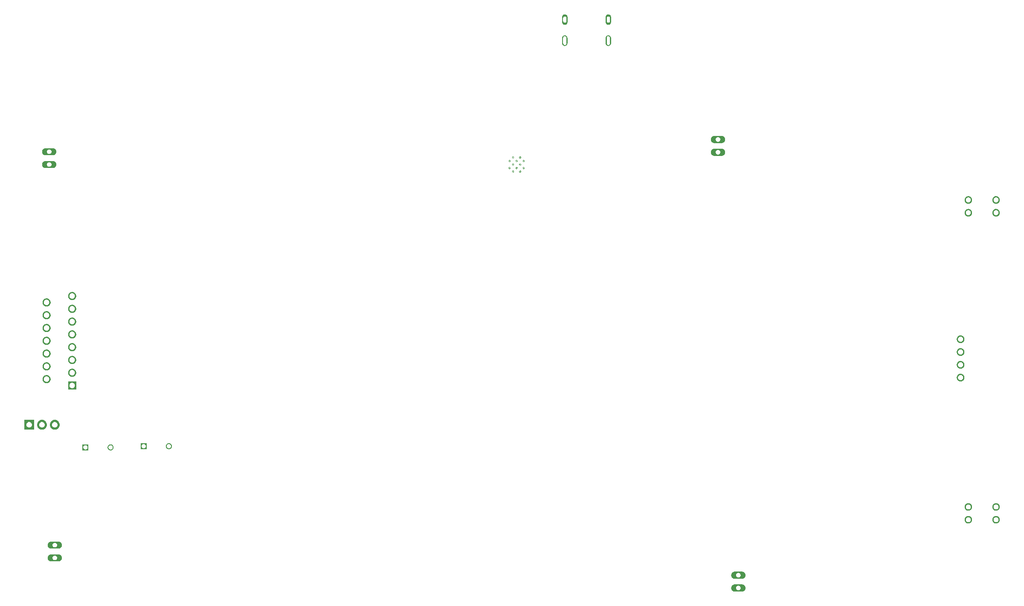
<source format=gbr>
%TF.GenerationSoftware,Flux,Pcbnew,7.0.11-7.0.11~ubuntu20.04.1*%
%TF.CreationDate,2024-08-17T14:41:58+00:00*%
%TF.ProjectId,input,696e7075-742e-46b6-9963-61645f706362,rev?*%
%TF.SameCoordinates,Original*%
%TF.FileFunction,Soldermask,Bot*%
%TF.FilePolarity,Negative*%
%FSLAX46Y46*%
G04 Gerber Fmt 4.6, Leading zero omitted, Abs format (unit mm)*
G04 Filename: pcbrobot*
G04 Build it with Flux! Visit our site at: https://www.flux.ai (PCBNEW 7.0.11-7.0.11~ubuntu20.04.1) date 2024-08-17 14:41:58*
%MOMM*%
%LPD*%
G01*
G04 APERTURE LIST*
G04 APERTURE END LIST*
%TO.C,*%
G36*
X45831600Y-86992100D02*
G01*
X45831600Y-88192100D01*
X44631600Y-88192100D01*
X44631600Y-87602530D01*
X44806728Y-87602530D01*
X44807752Y-87623365D01*
X44809796Y-87644125D01*
X44812857Y-87664759D01*
X44816927Y-87685218D01*
X44821995Y-87705453D01*
X44828051Y-87725415D01*
X44835078Y-87745055D01*
X44843061Y-87764328D01*
X44851980Y-87783185D01*
X44861813Y-87801582D01*
X44872537Y-87819474D01*
X44884126Y-87836818D01*
X44896553Y-87853573D01*
X44909786Y-87869698D01*
X44923795Y-87885155D01*
X44938545Y-87899905D01*
X44954002Y-87913914D01*
X44970127Y-87927147D01*
X44986882Y-87939574D01*
X45004226Y-87951163D01*
X45022118Y-87961887D01*
X45040515Y-87971720D01*
X45059372Y-87980639D01*
X45078645Y-87988622D01*
X45098285Y-87995649D01*
X45118247Y-88001705D01*
X45138482Y-88006773D01*
X45158941Y-88010843D01*
X45179575Y-88013904D01*
X45200335Y-88015948D01*
X45221170Y-88016972D01*
X45242030Y-88016972D01*
X45262865Y-88015948D01*
X45283625Y-88013904D01*
X45304259Y-88010843D01*
X45324718Y-88006773D01*
X45344953Y-88001705D01*
X45364915Y-87995649D01*
X45384555Y-87988622D01*
X45403828Y-87980639D01*
X45422685Y-87971720D01*
X45441082Y-87961887D01*
X45458974Y-87951163D01*
X45476318Y-87939574D01*
X45493073Y-87927147D01*
X45509198Y-87913914D01*
X45524655Y-87899905D01*
X45539405Y-87885155D01*
X45553414Y-87869698D01*
X45566647Y-87853573D01*
X45579074Y-87836818D01*
X45590663Y-87819474D01*
X45601387Y-87801582D01*
X45611220Y-87783185D01*
X45620139Y-87764328D01*
X45628122Y-87745055D01*
X45635149Y-87725415D01*
X45641205Y-87705453D01*
X45646273Y-87685218D01*
X45650343Y-87664759D01*
X45653404Y-87644125D01*
X45655448Y-87623365D01*
X45656472Y-87602530D01*
X45656472Y-87581670D01*
X45655448Y-87560835D01*
X45653404Y-87540075D01*
X45650343Y-87519441D01*
X45646273Y-87498982D01*
X45641205Y-87478747D01*
X45635149Y-87458785D01*
X45628122Y-87439145D01*
X45620139Y-87419872D01*
X45611220Y-87401015D01*
X45601387Y-87382618D01*
X45590663Y-87364726D01*
X45579074Y-87347382D01*
X45566647Y-87330627D01*
X45553414Y-87314502D01*
X45539405Y-87299045D01*
X45524655Y-87284295D01*
X45509198Y-87270286D01*
X45493073Y-87257053D01*
X45476318Y-87244626D01*
X45458974Y-87233037D01*
X45441082Y-87222313D01*
X45422685Y-87212480D01*
X45403828Y-87203561D01*
X45384555Y-87195578D01*
X45364915Y-87188551D01*
X45344953Y-87182495D01*
X45324718Y-87177427D01*
X45304259Y-87173357D01*
X45283625Y-87170296D01*
X45262865Y-87168252D01*
X45242030Y-87167228D01*
X45221170Y-87167228D01*
X45200335Y-87168252D01*
X45179575Y-87170296D01*
X45158941Y-87173357D01*
X45138482Y-87177427D01*
X45118247Y-87182495D01*
X45098285Y-87188551D01*
X45078645Y-87195578D01*
X45059372Y-87203561D01*
X45040515Y-87212480D01*
X45022118Y-87222313D01*
X45004226Y-87233037D01*
X44986882Y-87244626D01*
X44970127Y-87257053D01*
X44954002Y-87270286D01*
X44938545Y-87284295D01*
X44923795Y-87299045D01*
X44909786Y-87314502D01*
X44896553Y-87330627D01*
X44884126Y-87347382D01*
X44872537Y-87364726D01*
X44861813Y-87382618D01*
X44851980Y-87401015D01*
X44843061Y-87419872D01*
X44835078Y-87439145D01*
X44828051Y-87458785D01*
X44821995Y-87478747D01*
X44816927Y-87498982D01*
X44812857Y-87519441D01*
X44809796Y-87540075D01*
X44807752Y-87560835D01*
X44806728Y-87581670D01*
X44806728Y-87602530D01*
X44631600Y-87602530D01*
X44631600Y-86992100D01*
X45831600Y-86992100D01*
G37*
G36*
X50275739Y-86993726D02*
G01*
X50305046Y-86996612D01*
X50334177Y-87000933D01*
X50363061Y-87006679D01*
X50391628Y-87013834D01*
X50419809Y-87022383D01*
X50447537Y-87032304D01*
X50474745Y-87043574D01*
X50501367Y-87056165D01*
X50527339Y-87070048D01*
X50552599Y-87085188D01*
X50577085Y-87101549D01*
X50600739Y-87119092D01*
X50623504Y-87137775D01*
X50645324Y-87157552D01*
X50666148Y-87178376D01*
X50685925Y-87200196D01*
X50704608Y-87222961D01*
X50722151Y-87246615D01*
X50738512Y-87271101D01*
X50753652Y-87296361D01*
X50767535Y-87322333D01*
X50780126Y-87348955D01*
X50791396Y-87376163D01*
X50801317Y-87403891D01*
X50809866Y-87432072D01*
X50817021Y-87460639D01*
X50822767Y-87489523D01*
X50827088Y-87518654D01*
X50829974Y-87547961D01*
X50831419Y-87577375D01*
X50831419Y-87606825D01*
X50829974Y-87636239D01*
X50827088Y-87665546D01*
X50822767Y-87694677D01*
X50817021Y-87723561D01*
X50809866Y-87752128D01*
X50801317Y-87780309D01*
X50791396Y-87808037D01*
X50780126Y-87835245D01*
X50767535Y-87861867D01*
X50753652Y-87887839D01*
X50738512Y-87913099D01*
X50722151Y-87937585D01*
X50704608Y-87961239D01*
X50685925Y-87984004D01*
X50666148Y-88005824D01*
X50645324Y-88026648D01*
X50623504Y-88046425D01*
X50600739Y-88065108D01*
X50577085Y-88082651D01*
X50552599Y-88099012D01*
X50527339Y-88114152D01*
X50501367Y-88128035D01*
X50474745Y-88140626D01*
X50447537Y-88151896D01*
X50419809Y-88161817D01*
X50391628Y-88170366D01*
X50363061Y-88177521D01*
X50334177Y-88183267D01*
X50305046Y-88187588D01*
X50275739Y-88190474D01*
X50246325Y-88191919D01*
X50216875Y-88191919D01*
X50187461Y-88190474D01*
X50158154Y-88187588D01*
X50129023Y-88183267D01*
X50100139Y-88177521D01*
X50071572Y-88170366D01*
X50043391Y-88161817D01*
X50015663Y-88151896D01*
X49988455Y-88140626D01*
X49961833Y-88128035D01*
X49935861Y-88114152D01*
X49910601Y-88099012D01*
X49886115Y-88082651D01*
X49862461Y-88065108D01*
X49839696Y-88046425D01*
X49817876Y-88026648D01*
X49797052Y-88005824D01*
X49777275Y-87984004D01*
X49758592Y-87961239D01*
X49741049Y-87937585D01*
X49724688Y-87913099D01*
X49709548Y-87887839D01*
X49695665Y-87861867D01*
X49683074Y-87835245D01*
X49671804Y-87808037D01*
X49661883Y-87780309D01*
X49653334Y-87752128D01*
X49646179Y-87723561D01*
X49640433Y-87694677D01*
X49636112Y-87665546D01*
X49633226Y-87636239D01*
X49631781Y-87606825D01*
X49631781Y-87602530D01*
X49806728Y-87602530D01*
X49807752Y-87623365D01*
X49809796Y-87644125D01*
X49812857Y-87664759D01*
X49816927Y-87685218D01*
X49821995Y-87705453D01*
X49828051Y-87725415D01*
X49835078Y-87745055D01*
X49843061Y-87764328D01*
X49851980Y-87783185D01*
X49861813Y-87801582D01*
X49872537Y-87819474D01*
X49884126Y-87836818D01*
X49896553Y-87853573D01*
X49909786Y-87869698D01*
X49923795Y-87885155D01*
X49938545Y-87899905D01*
X49954002Y-87913914D01*
X49970127Y-87927147D01*
X49986882Y-87939574D01*
X50004226Y-87951163D01*
X50022118Y-87961887D01*
X50040515Y-87971720D01*
X50059372Y-87980639D01*
X50078645Y-87988622D01*
X50098285Y-87995649D01*
X50118247Y-88001705D01*
X50138482Y-88006773D01*
X50158941Y-88010843D01*
X50179575Y-88013904D01*
X50200335Y-88015948D01*
X50221170Y-88016972D01*
X50242030Y-88016972D01*
X50262865Y-88015948D01*
X50283625Y-88013904D01*
X50304259Y-88010843D01*
X50324718Y-88006773D01*
X50344953Y-88001705D01*
X50364915Y-87995649D01*
X50384555Y-87988622D01*
X50403828Y-87980639D01*
X50422685Y-87971720D01*
X50441082Y-87961887D01*
X50458974Y-87951163D01*
X50476318Y-87939574D01*
X50493073Y-87927147D01*
X50509198Y-87913914D01*
X50524655Y-87899905D01*
X50539405Y-87885155D01*
X50553414Y-87869698D01*
X50566647Y-87853573D01*
X50579074Y-87836818D01*
X50590663Y-87819474D01*
X50601387Y-87801582D01*
X50611220Y-87783185D01*
X50620139Y-87764328D01*
X50628122Y-87745055D01*
X50635149Y-87725415D01*
X50641205Y-87705453D01*
X50646273Y-87685218D01*
X50650343Y-87664759D01*
X50653404Y-87644125D01*
X50655448Y-87623365D01*
X50656472Y-87602530D01*
X50656472Y-87581670D01*
X50655448Y-87560835D01*
X50653404Y-87540075D01*
X50650343Y-87519441D01*
X50646273Y-87498982D01*
X50641205Y-87478747D01*
X50635149Y-87458785D01*
X50628122Y-87439145D01*
X50620139Y-87419872D01*
X50611220Y-87401015D01*
X50601387Y-87382618D01*
X50590663Y-87364726D01*
X50579074Y-87347382D01*
X50566647Y-87330627D01*
X50553414Y-87314502D01*
X50539405Y-87299045D01*
X50524655Y-87284295D01*
X50509198Y-87270286D01*
X50493073Y-87257053D01*
X50476318Y-87244626D01*
X50458974Y-87233037D01*
X50441082Y-87222313D01*
X50422685Y-87212480D01*
X50403828Y-87203561D01*
X50384555Y-87195578D01*
X50364915Y-87188551D01*
X50344953Y-87182495D01*
X50324718Y-87177427D01*
X50304259Y-87173357D01*
X50283625Y-87170296D01*
X50262865Y-87168252D01*
X50242030Y-87167228D01*
X50221170Y-87167228D01*
X50200335Y-87168252D01*
X50179575Y-87170296D01*
X50158941Y-87173357D01*
X50138482Y-87177427D01*
X50118247Y-87182495D01*
X50098285Y-87188551D01*
X50078645Y-87195578D01*
X50059372Y-87203561D01*
X50040515Y-87212480D01*
X50022118Y-87222313D01*
X50004226Y-87233037D01*
X49986882Y-87244626D01*
X49970127Y-87257053D01*
X49954002Y-87270286D01*
X49938545Y-87284295D01*
X49923795Y-87299045D01*
X49909786Y-87314502D01*
X49896553Y-87330627D01*
X49884126Y-87347382D01*
X49872537Y-87364726D01*
X49861813Y-87382618D01*
X49851980Y-87401015D01*
X49843061Y-87419872D01*
X49835078Y-87439145D01*
X49828051Y-87458785D01*
X49821995Y-87478747D01*
X49816927Y-87498982D01*
X49812857Y-87519441D01*
X49809796Y-87540075D01*
X49807752Y-87560835D01*
X49806728Y-87581670D01*
X49806728Y-87602530D01*
X49631781Y-87602530D01*
X49631781Y-87577375D01*
X49633226Y-87547961D01*
X49636112Y-87518654D01*
X49640433Y-87489523D01*
X49646179Y-87460639D01*
X49653334Y-87432072D01*
X49661883Y-87403891D01*
X49671804Y-87376163D01*
X49683074Y-87348955D01*
X49695665Y-87322333D01*
X49709548Y-87296361D01*
X49724688Y-87271101D01*
X49741049Y-87246615D01*
X49758592Y-87222961D01*
X49777275Y-87200196D01*
X49797052Y-87178376D01*
X49817876Y-87157552D01*
X49839696Y-87137775D01*
X49862461Y-87119092D01*
X49886115Y-87101549D01*
X49910601Y-87085188D01*
X49935861Y-87070048D01*
X49961833Y-87056165D01*
X49988455Y-87043574D01*
X50015663Y-87032304D01*
X50043391Y-87022383D01*
X50071572Y-87013834D01*
X50100139Y-87006679D01*
X50129023Y-87000933D01*
X50158154Y-86996612D01*
X50187461Y-86993726D01*
X50216875Y-86992281D01*
X50246325Y-86992281D01*
X50275739Y-86993726D01*
G37*
G36*
X175616720Y-114826327D02*
G01*
X175651460Y-114829749D01*
X175685989Y-114834871D01*
X175720226Y-114841681D01*
X175754087Y-114850162D01*
X175787492Y-114860296D01*
X175820359Y-114872056D01*
X175852609Y-114885414D01*
X175884165Y-114900339D01*
X175914950Y-114916794D01*
X175944892Y-114934740D01*
X175973916Y-114954134D01*
X176001954Y-114974928D01*
X176028938Y-114997073D01*
X176054803Y-115020515D01*
X176079486Y-115045199D01*
X176102928Y-115071063D01*
X176125073Y-115098047D01*
X176145868Y-115126085D01*
X176165261Y-115155110D01*
X176183207Y-115185051D01*
X176199662Y-115215836D01*
X176214587Y-115247392D01*
X176227946Y-115279643D01*
X176239706Y-115312510D01*
X176249839Y-115345914D01*
X176258321Y-115379775D01*
X176265131Y-115414012D01*
X176270253Y-115448542D01*
X176273674Y-115483281D01*
X176275387Y-115518146D01*
X176275387Y-115553054D01*
X176273674Y-115587919D01*
X176270253Y-115622658D01*
X176265131Y-115657188D01*
X176258321Y-115691425D01*
X176249839Y-115725286D01*
X176239706Y-115758690D01*
X176227946Y-115791557D01*
X176214587Y-115823808D01*
X176199662Y-115855364D01*
X176183207Y-115886149D01*
X176165261Y-115916090D01*
X176145868Y-115945115D01*
X176125073Y-115973153D01*
X176102928Y-116000137D01*
X176079486Y-116026001D01*
X176054803Y-116050685D01*
X176028938Y-116074127D01*
X176001954Y-116096272D01*
X175973916Y-116117066D01*
X175944892Y-116136460D01*
X175914950Y-116154406D01*
X175884165Y-116170861D01*
X175852609Y-116185786D01*
X175820359Y-116199144D01*
X175787492Y-116210904D01*
X175754087Y-116221038D01*
X175720226Y-116229519D01*
X175685989Y-116236329D01*
X175651460Y-116241451D01*
X175616720Y-116244873D01*
X175581855Y-116246586D01*
X174124548Y-116246586D01*
X174089682Y-116244873D01*
X174054943Y-116241451D01*
X174020413Y-116236329D01*
X173986176Y-116229519D01*
X173952315Y-116221038D01*
X173918911Y-116210904D01*
X173886044Y-116199144D01*
X173853794Y-116185786D01*
X173822238Y-116170861D01*
X173791452Y-116154406D01*
X173761511Y-116136460D01*
X173732487Y-116117066D01*
X173704449Y-116096272D01*
X173677465Y-116074127D01*
X173651600Y-116050685D01*
X173626917Y-116026001D01*
X173603474Y-116000137D01*
X173581329Y-115973153D01*
X173560535Y-115945115D01*
X173541141Y-115916090D01*
X173523195Y-115886149D01*
X173506740Y-115855364D01*
X173491815Y-115823808D01*
X173478457Y-115791557D01*
X173466697Y-115758690D01*
X173456564Y-115725286D01*
X173448082Y-115691425D01*
X173441272Y-115657188D01*
X173436150Y-115622658D01*
X173432728Y-115587919D01*
X173431015Y-115553054D01*
X173431015Y-115546820D01*
X174396139Y-115546820D01*
X174397240Y-115569234D01*
X174399440Y-115591566D01*
X174402732Y-115613764D01*
X174407110Y-115635773D01*
X174412563Y-115657541D01*
X174419077Y-115679015D01*
X174426637Y-115700144D01*
X174435225Y-115720876D01*
X174444819Y-115741162D01*
X174455398Y-115760953D01*
X174466934Y-115780201D01*
X174479402Y-115798860D01*
X174492769Y-115816884D01*
X174507005Y-115834231D01*
X174522076Y-115850858D01*
X174537943Y-115866726D01*
X174554571Y-115881796D01*
X174571917Y-115896032D01*
X174589942Y-115909400D01*
X174608600Y-115921867D01*
X174627848Y-115933404D01*
X174647639Y-115943982D01*
X174667925Y-115953577D01*
X174688657Y-115962164D01*
X174709786Y-115969724D01*
X174731260Y-115976238D01*
X174753028Y-115981691D01*
X174775038Y-115986069D01*
X174797235Y-115989362D01*
X174819568Y-115991561D01*
X174841981Y-115992662D01*
X174864422Y-115992662D01*
X174886835Y-115991561D01*
X174909167Y-115989362D01*
X174931365Y-115986069D01*
X174953374Y-115981691D01*
X174975142Y-115976238D01*
X174996617Y-115969724D01*
X175017745Y-115962164D01*
X175038478Y-115953577D01*
X175058764Y-115943982D01*
X175078554Y-115933404D01*
X175097802Y-115921867D01*
X175116461Y-115909400D01*
X175134485Y-115896032D01*
X175151832Y-115881796D01*
X175168459Y-115866726D01*
X175184327Y-115850858D01*
X175199397Y-115834231D01*
X175213633Y-115816884D01*
X175227001Y-115798860D01*
X175239468Y-115780201D01*
X175251005Y-115760953D01*
X175261583Y-115741162D01*
X175271178Y-115720876D01*
X175279766Y-115700144D01*
X175287326Y-115679015D01*
X175293840Y-115657541D01*
X175299292Y-115635773D01*
X175303670Y-115613764D01*
X175306963Y-115591566D01*
X175309162Y-115569234D01*
X175310264Y-115546820D01*
X175310264Y-115524380D01*
X175309162Y-115501966D01*
X175306963Y-115479634D01*
X175303670Y-115457436D01*
X175299292Y-115435427D01*
X175293840Y-115413659D01*
X175287326Y-115392185D01*
X175279766Y-115371056D01*
X175271178Y-115350324D01*
X175261583Y-115330038D01*
X175251005Y-115310247D01*
X175239468Y-115290999D01*
X175227001Y-115272340D01*
X175213633Y-115254316D01*
X175199397Y-115236969D01*
X175184327Y-115220342D01*
X175168459Y-115204474D01*
X175151832Y-115189404D01*
X175134485Y-115175168D01*
X175116461Y-115161800D01*
X175097802Y-115149333D01*
X175078554Y-115137796D01*
X175058764Y-115127218D01*
X175038478Y-115117623D01*
X175017745Y-115109036D01*
X174996617Y-115101476D01*
X174975142Y-115094962D01*
X174953374Y-115089509D01*
X174931365Y-115085131D01*
X174909167Y-115081838D01*
X174886835Y-115079639D01*
X174864422Y-115078538D01*
X174841981Y-115078538D01*
X174819568Y-115079639D01*
X174797235Y-115081838D01*
X174775038Y-115085131D01*
X174753028Y-115089509D01*
X174731260Y-115094962D01*
X174709786Y-115101476D01*
X174688657Y-115109036D01*
X174667925Y-115117623D01*
X174647639Y-115127218D01*
X174627848Y-115137796D01*
X174608600Y-115149333D01*
X174589942Y-115161800D01*
X174571917Y-115175168D01*
X174554571Y-115189404D01*
X174537943Y-115204474D01*
X174522076Y-115220342D01*
X174507005Y-115236969D01*
X174492769Y-115254316D01*
X174479402Y-115272340D01*
X174466934Y-115290999D01*
X174455398Y-115310247D01*
X174444819Y-115330038D01*
X174435225Y-115350324D01*
X174426637Y-115371056D01*
X174419077Y-115392185D01*
X174412563Y-115413659D01*
X174407110Y-115435427D01*
X174402732Y-115457436D01*
X174399440Y-115479634D01*
X174397240Y-115501966D01*
X174396139Y-115524380D01*
X174396139Y-115546820D01*
X173431015Y-115546820D01*
X173431015Y-115518146D01*
X173432728Y-115483281D01*
X173436150Y-115448542D01*
X173441272Y-115414012D01*
X173448082Y-115379775D01*
X173456564Y-115345914D01*
X173466697Y-115312510D01*
X173478457Y-115279643D01*
X173491815Y-115247392D01*
X173506740Y-115215836D01*
X173523195Y-115185051D01*
X173541141Y-115155110D01*
X173560535Y-115126085D01*
X173581329Y-115098047D01*
X173603474Y-115071063D01*
X173626917Y-115045199D01*
X173651600Y-115020515D01*
X173677465Y-114997073D01*
X173704449Y-114974928D01*
X173732487Y-114954134D01*
X173761511Y-114934740D01*
X173791452Y-114916794D01*
X173822238Y-114900339D01*
X173853794Y-114885414D01*
X173886044Y-114872056D01*
X173918911Y-114860296D01*
X173952315Y-114850162D01*
X173986176Y-114841681D01*
X174020413Y-114834871D01*
X174054943Y-114829749D01*
X174089682Y-114826327D01*
X174124548Y-114824614D01*
X174159455Y-114824614D01*
X175581855Y-114824614D01*
X175616720Y-114826327D01*
G37*
G36*
X175616718Y-112286327D02*
G01*
X175651457Y-112289749D01*
X175685987Y-112294871D01*
X175720224Y-112301681D01*
X175754085Y-112310162D01*
X175787489Y-112320296D01*
X175820356Y-112332056D01*
X175852606Y-112345414D01*
X175884162Y-112360339D01*
X175914948Y-112376794D01*
X175944889Y-112394740D01*
X175973913Y-112414134D01*
X176001951Y-112434928D01*
X176028935Y-112457073D01*
X176054800Y-112480515D01*
X176079483Y-112505199D01*
X176102926Y-112531063D01*
X176125071Y-112558047D01*
X176145865Y-112586085D01*
X176165259Y-112615110D01*
X176183205Y-112645051D01*
X176199660Y-112675836D01*
X176214585Y-112707392D01*
X176227943Y-112739643D01*
X176239703Y-112772510D01*
X176249836Y-112805914D01*
X176258318Y-112839775D01*
X176265128Y-112874012D01*
X176270250Y-112908542D01*
X176273672Y-112943281D01*
X176275385Y-112978146D01*
X176275385Y-113013054D01*
X176273672Y-113047919D01*
X176270250Y-113082658D01*
X176265128Y-113117188D01*
X176258318Y-113151425D01*
X176249836Y-113185286D01*
X176239703Y-113218690D01*
X176227943Y-113251557D01*
X176214585Y-113283808D01*
X176199660Y-113315364D01*
X176183205Y-113346149D01*
X176165259Y-113376090D01*
X176145865Y-113405115D01*
X176125071Y-113433153D01*
X176102926Y-113460137D01*
X176079483Y-113486001D01*
X176054800Y-113510685D01*
X176028935Y-113534127D01*
X176001951Y-113556272D01*
X175973913Y-113577066D01*
X175944889Y-113596460D01*
X175914948Y-113614406D01*
X175884162Y-113630861D01*
X175852606Y-113645786D01*
X175820356Y-113659144D01*
X175787489Y-113670904D01*
X175754085Y-113681038D01*
X175720224Y-113689519D01*
X175685987Y-113696329D01*
X175651457Y-113701451D01*
X175616718Y-113704873D01*
X175581852Y-113706586D01*
X174124545Y-113706586D01*
X174089680Y-113704873D01*
X174054940Y-113701451D01*
X174020411Y-113696329D01*
X173986174Y-113689519D01*
X173952313Y-113681038D01*
X173918908Y-113670904D01*
X173886041Y-113659144D01*
X173853791Y-113645786D01*
X173822235Y-113630861D01*
X173791450Y-113614406D01*
X173761508Y-113596460D01*
X173732484Y-113577066D01*
X173704446Y-113556272D01*
X173677462Y-113534127D01*
X173651597Y-113510685D01*
X173626914Y-113486001D01*
X173603472Y-113460137D01*
X173581327Y-113433153D01*
X173560532Y-113405115D01*
X173541139Y-113376090D01*
X173523193Y-113346149D01*
X173506738Y-113315364D01*
X173491813Y-113283808D01*
X173478454Y-113251557D01*
X173466694Y-113218690D01*
X173456561Y-113185286D01*
X173448079Y-113151425D01*
X173441269Y-113117188D01*
X173436147Y-113082658D01*
X173432726Y-113047919D01*
X173431013Y-113013054D01*
X173431013Y-113006820D01*
X174396136Y-113006820D01*
X174397238Y-113029234D01*
X174399437Y-113051566D01*
X174402730Y-113073764D01*
X174407108Y-113095773D01*
X174412560Y-113117541D01*
X174419074Y-113139015D01*
X174426634Y-113160144D01*
X174435222Y-113180876D01*
X174444817Y-113201162D01*
X174455395Y-113220953D01*
X174466932Y-113240201D01*
X174479399Y-113258860D01*
X174492767Y-113276884D01*
X174507003Y-113294231D01*
X174522073Y-113310858D01*
X174537941Y-113326726D01*
X174554568Y-113341796D01*
X174571915Y-113356032D01*
X174589939Y-113369400D01*
X174608598Y-113381867D01*
X174627846Y-113393404D01*
X174647636Y-113403982D01*
X174667922Y-113413577D01*
X174688655Y-113422164D01*
X174709783Y-113429724D01*
X174731258Y-113436238D01*
X174753026Y-113441691D01*
X174775035Y-113446069D01*
X174797233Y-113449362D01*
X174819565Y-113451561D01*
X174841978Y-113452662D01*
X174864419Y-113452662D01*
X174886832Y-113451561D01*
X174909165Y-113449362D01*
X174931362Y-113446069D01*
X174953372Y-113441691D01*
X174975140Y-113436238D01*
X174996614Y-113429724D01*
X175017743Y-113422164D01*
X175038475Y-113413577D01*
X175058761Y-113403982D01*
X175078552Y-113393404D01*
X175097800Y-113381867D01*
X175116458Y-113369400D01*
X175134483Y-113356032D01*
X175151829Y-113341796D01*
X175168457Y-113326726D01*
X175184324Y-113310858D01*
X175199395Y-113294231D01*
X175213631Y-113276884D01*
X175226998Y-113258860D01*
X175239466Y-113240201D01*
X175251002Y-113220953D01*
X175261581Y-113201162D01*
X175271175Y-113180876D01*
X175279763Y-113160144D01*
X175287323Y-113139015D01*
X175293837Y-113117541D01*
X175299290Y-113095773D01*
X175303668Y-113073764D01*
X175306960Y-113051566D01*
X175309160Y-113029234D01*
X175310261Y-113006820D01*
X175310261Y-112984380D01*
X175309160Y-112961966D01*
X175306960Y-112939634D01*
X175303668Y-112917436D01*
X175299290Y-112895427D01*
X175293837Y-112873659D01*
X175287323Y-112852185D01*
X175279763Y-112831056D01*
X175271175Y-112810324D01*
X175261581Y-112790038D01*
X175251002Y-112770247D01*
X175239466Y-112750999D01*
X175226998Y-112732340D01*
X175213631Y-112714316D01*
X175199395Y-112696969D01*
X175184324Y-112680342D01*
X175168457Y-112664474D01*
X175151829Y-112649404D01*
X175134483Y-112635168D01*
X175116458Y-112621800D01*
X175097800Y-112609333D01*
X175078552Y-112597796D01*
X175058761Y-112587218D01*
X175038475Y-112577623D01*
X175017743Y-112569036D01*
X174996614Y-112561476D01*
X174975140Y-112554962D01*
X174953372Y-112549509D01*
X174931362Y-112545131D01*
X174909165Y-112541838D01*
X174886832Y-112539639D01*
X174864419Y-112538538D01*
X174841978Y-112538538D01*
X174819565Y-112539639D01*
X174797233Y-112541838D01*
X174775035Y-112545131D01*
X174753026Y-112549509D01*
X174731258Y-112554962D01*
X174709783Y-112561476D01*
X174688655Y-112569036D01*
X174667922Y-112577623D01*
X174647636Y-112587218D01*
X174627846Y-112597796D01*
X174608598Y-112609333D01*
X174589939Y-112621800D01*
X174571915Y-112635168D01*
X174554568Y-112649404D01*
X174537941Y-112664474D01*
X174522073Y-112680342D01*
X174507003Y-112696969D01*
X174492767Y-112714316D01*
X174479399Y-112732340D01*
X174466932Y-112750999D01*
X174455395Y-112770247D01*
X174444817Y-112790038D01*
X174435222Y-112810324D01*
X174426634Y-112831056D01*
X174419074Y-112852185D01*
X174412560Y-112873659D01*
X174407108Y-112895427D01*
X174402730Y-112917436D01*
X174399437Y-112939634D01*
X174397238Y-112961966D01*
X174396136Y-112984380D01*
X174396136Y-113006820D01*
X173431013Y-113006820D01*
X173431013Y-112978146D01*
X173432726Y-112943281D01*
X173436147Y-112908542D01*
X173441269Y-112874012D01*
X173448079Y-112839775D01*
X173456561Y-112805914D01*
X173466694Y-112772510D01*
X173478454Y-112739643D01*
X173491813Y-112707392D01*
X173506738Y-112675836D01*
X173523193Y-112645051D01*
X173541139Y-112615110D01*
X173560532Y-112586085D01*
X173581327Y-112558047D01*
X173603472Y-112531063D01*
X173626914Y-112505199D01*
X173651597Y-112480515D01*
X173677462Y-112457073D01*
X173704446Y-112434928D01*
X173732484Y-112414134D01*
X173761508Y-112394740D01*
X173791450Y-112376794D01*
X173822235Y-112360339D01*
X173853791Y-112345414D01*
X173886041Y-112332056D01*
X173918908Y-112320296D01*
X173952313Y-112310162D01*
X173986174Y-112301681D01*
X174020411Y-112294871D01*
X174054940Y-112289749D01*
X174089680Y-112286327D01*
X174124545Y-112284614D01*
X174159452Y-112284614D01*
X175581852Y-112284614D01*
X175616718Y-112286327D01*
G37*
G36*
X42658234Y-56720395D02*
G01*
X42697800Y-56724292D01*
X42737126Y-56730125D01*
X42776119Y-56737881D01*
X42814685Y-56747541D01*
X42852729Y-56759082D01*
X42890162Y-56772476D01*
X42926893Y-56787690D01*
X42962832Y-56804688D01*
X42997895Y-56823430D01*
X43031995Y-56843869D01*
X43065052Y-56865956D01*
X43096985Y-56889639D01*
X43127717Y-56914861D01*
X43157175Y-56941560D01*
X43185287Y-56969672D01*
X43211986Y-56999130D01*
X43237208Y-57029862D01*
X43260891Y-57061795D01*
X43282979Y-57094852D01*
X43303418Y-57128952D01*
X43322159Y-57164015D01*
X43339157Y-57199955D01*
X43354371Y-57236685D01*
X43367765Y-57274118D01*
X43379306Y-57312163D01*
X43388966Y-57350728D01*
X43396722Y-57389721D01*
X43402556Y-57429047D01*
X43406452Y-57468613D01*
X43408403Y-57508322D01*
X43408403Y-57548078D01*
X43406452Y-57587787D01*
X43402556Y-57627353D01*
X43396722Y-57666679D01*
X43388966Y-57705672D01*
X43379306Y-57744237D01*
X43367765Y-57782282D01*
X43354371Y-57819715D01*
X43339157Y-57856445D01*
X43322159Y-57892385D01*
X43303418Y-57927448D01*
X43282979Y-57961548D01*
X43260891Y-57994605D01*
X43237208Y-58026538D01*
X43211986Y-58057270D01*
X43185287Y-58086728D01*
X43157175Y-58114840D01*
X43127717Y-58141539D01*
X43096985Y-58166761D01*
X43065052Y-58190444D01*
X43031995Y-58212531D01*
X42997895Y-58232970D01*
X42962832Y-58251712D01*
X42926893Y-58268710D01*
X42890162Y-58283924D01*
X42852729Y-58297318D01*
X42814685Y-58308859D01*
X42776119Y-58318519D01*
X42737126Y-58326275D01*
X42697800Y-58332108D01*
X42658234Y-58336005D01*
X42618526Y-58337956D01*
X42578769Y-58337956D01*
X42539060Y-58336005D01*
X42499495Y-58332108D01*
X42460168Y-58326275D01*
X42421175Y-58318519D01*
X42382610Y-58308859D01*
X42344565Y-58297318D01*
X42307132Y-58283924D01*
X42270402Y-58268710D01*
X42234462Y-58251712D01*
X42199400Y-58232970D01*
X42165299Y-58212531D01*
X42132243Y-58190444D01*
X42100310Y-58166761D01*
X42069577Y-58141539D01*
X42040119Y-58114840D01*
X42012007Y-58086728D01*
X41985308Y-58057270D01*
X41960087Y-58026538D01*
X41936403Y-57994605D01*
X41914316Y-57961548D01*
X41893877Y-57927448D01*
X41875135Y-57892385D01*
X41858137Y-57856445D01*
X41842923Y-57819715D01*
X41829529Y-57782282D01*
X41817989Y-57744237D01*
X41808328Y-57705672D01*
X41800572Y-57666679D01*
X41794739Y-57627353D01*
X41790842Y-57587787D01*
X41788891Y-57548078D01*
X41788891Y-57541452D01*
X42058810Y-57541452D01*
X42060110Y-57567925D01*
X42062708Y-57594302D01*
X42066597Y-57620519D01*
X42071768Y-57646515D01*
X42078208Y-57672225D01*
X42085902Y-57697588D01*
X42094831Y-57722543D01*
X42104974Y-57747030D01*
X42116306Y-57770990D01*
X42128800Y-57794365D01*
X42142426Y-57817099D01*
X42157151Y-57839136D01*
X42172940Y-57860425D01*
X42189754Y-57880913D01*
X42207554Y-57900552D01*
X42226295Y-57919293D01*
X42245934Y-57937093D01*
X42266422Y-57953907D01*
X42287711Y-57969696D01*
X42309748Y-57984421D01*
X42332482Y-57998047D01*
X42355857Y-58010541D01*
X42379817Y-58021873D01*
X42404304Y-58032016D01*
X42429259Y-58040945D01*
X42454622Y-58048639D01*
X42480333Y-58055079D01*
X42506328Y-58060250D01*
X42532545Y-58064139D01*
X42558922Y-58066737D01*
X42585395Y-58068037D01*
X42611899Y-58068037D01*
X42638372Y-58066737D01*
X42664749Y-58064139D01*
X42690967Y-58060250D01*
X42716962Y-58055079D01*
X42742672Y-58048639D01*
X42768035Y-58040945D01*
X42792991Y-58032016D01*
X42817477Y-58021873D01*
X42841437Y-58010541D01*
X42864812Y-57998047D01*
X42887546Y-57984421D01*
X42909584Y-57969696D01*
X42930872Y-57953907D01*
X42951361Y-57937093D01*
X42970999Y-57919293D01*
X42989741Y-57900552D01*
X43007540Y-57880913D01*
X43024354Y-57860425D01*
X43040143Y-57839136D01*
X43054868Y-57817099D01*
X43068494Y-57794365D01*
X43080988Y-57770990D01*
X43092320Y-57747030D01*
X43102463Y-57722543D01*
X43111392Y-57697588D01*
X43119086Y-57672225D01*
X43125526Y-57646515D01*
X43130697Y-57620519D01*
X43134586Y-57594302D01*
X43137184Y-57567925D01*
X43138485Y-57541452D01*
X43138485Y-57514948D01*
X43137184Y-57488475D01*
X43134586Y-57462098D01*
X43130697Y-57435881D01*
X43125526Y-57409885D01*
X43119086Y-57384175D01*
X43111392Y-57358812D01*
X43102463Y-57333857D01*
X43092320Y-57309370D01*
X43080988Y-57285410D01*
X43068494Y-57262035D01*
X43054868Y-57239301D01*
X43040143Y-57217264D01*
X43024354Y-57195975D01*
X43007540Y-57175487D01*
X42989741Y-57155848D01*
X42970999Y-57137107D01*
X42951361Y-57119307D01*
X42930872Y-57102493D01*
X42909584Y-57086704D01*
X42887546Y-57071979D01*
X42864812Y-57058353D01*
X42841437Y-57045859D01*
X42817477Y-57034527D01*
X42792991Y-57024384D01*
X42768035Y-57015455D01*
X42742672Y-57007761D01*
X42716962Y-57001321D01*
X42690967Y-56996150D01*
X42664749Y-56992261D01*
X42638372Y-56989663D01*
X42611899Y-56988363D01*
X42585395Y-56988363D01*
X42558922Y-56989663D01*
X42532545Y-56992261D01*
X42506328Y-56996150D01*
X42480333Y-57001321D01*
X42454622Y-57007761D01*
X42429259Y-57015455D01*
X42404304Y-57024384D01*
X42379817Y-57034527D01*
X42355857Y-57045859D01*
X42332482Y-57058353D01*
X42309748Y-57071979D01*
X42287711Y-57086704D01*
X42266422Y-57102493D01*
X42245934Y-57119307D01*
X42226295Y-57137107D01*
X42207554Y-57155848D01*
X42189754Y-57175487D01*
X42172940Y-57195975D01*
X42157151Y-57217264D01*
X42142426Y-57239301D01*
X42128800Y-57262035D01*
X42116306Y-57285410D01*
X42104974Y-57309370D01*
X42094831Y-57333857D01*
X42085902Y-57358812D01*
X42078208Y-57384175D01*
X42071768Y-57409885D01*
X42066597Y-57435881D01*
X42062708Y-57462098D01*
X42060110Y-57488475D01*
X42058810Y-57514948D01*
X42058810Y-57541452D01*
X41788891Y-57541452D01*
X41788891Y-57508322D01*
X41790842Y-57468613D01*
X41794739Y-57429047D01*
X41800572Y-57389721D01*
X41808328Y-57350728D01*
X41817989Y-57312163D01*
X41829529Y-57274118D01*
X41842923Y-57236685D01*
X41858137Y-57199955D01*
X41875135Y-57164015D01*
X41893877Y-57128952D01*
X41914316Y-57094852D01*
X41936403Y-57061795D01*
X41960087Y-57029862D01*
X41985308Y-56999130D01*
X42012007Y-56969672D01*
X42040119Y-56941560D01*
X42069577Y-56914861D01*
X42100310Y-56889639D01*
X42132243Y-56865956D01*
X42165299Y-56843869D01*
X42199400Y-56823430D01*
X42234462Y-56804688D01*
X42270402Y-56787690D01*
X42307132Y-56772476D01*
X42344565Y-56759082D01*
X42382610Y-56747541D01*
X42421175Y-56737881D01*
X42460168Y-56730125D01*
X42499495Y-56724292D01*
X42539060Y-56720395D01*
X42578769Y-56718444D01*
X42618526Y-56718444D01*
X42658234Y-56720395D01*
G37*
G36*
X42658221Y-61800395D02*
G01*
X42697786Y-61804292D01*
X42737113Y-61810125D01*
X42776106Y-61817881D01*
X42814671Y-61827541D01*
X42852716Y-61839082D01*
X42890149Y-61852476D01*
X42926879Y-61867690D01*
X42962819Y-61884688D01*
X42997881Y-61903430D01*
X43031982Y-61923869D01*
X43065038Y-61945956D01*
X43096971Y-61969639D01*
X43127704Y-61994861D01*
X43157162Y-62021560D01*
X43185274Y-62049672D01*
X43211973Y-62079130D01*
X43237194Y-62109862D01*
X43260877Y-62141795D01*
X43282965Y-62174852D01*
X43303404Y-62208952D01*
X43322145Y-62244015D01*
X43339144Y-62279955D01*
X43354358Y-62316685D01*
X43367752Y-62354118D01*
X43379292Y-62392163D01*
X43388952Y-62430728D01*
X43396709Y-62469721D01*
X43402542Y-62509047D01*
X43406439Y-62548613D01*
X43408390Y-62588322D01*
X43408390Y-62628078D01*
X43406439Y-62667787D01*
X43402542Y-62707353D01*
X43396709Y-62746679D01*
X43388952Y-62785672D01*
X43379292Y-62824237D01*
X43367752Y-62862282D01*
X43354358Y-62899715D01*
X43339144Y-62936445D01*
X43322145Y-62972385D01*
X43303404Y-63007448D01*
X43282965Y-63041548D01*
X43260877Y-63074605D01*
X43237194Y-63106538D01*
X43211973Y-63137270D01*
X43185274Y-63166728D01*
X43157162Y-63194840D01*
X43127704Y-63221539D01*
X43096971Y-63246761D01*
X43065038Y-63270444D01*
X43031982Y-63292531D01*
X42997881Y-63312970D01*
X42962819Y-63331712D01*
X42926879Y-63348710D01*
X42890149Y-63363924D01*
X42852716Y-63377318D01*
X42814671Y-63388859D01*
X42776106Y-63398519D01*
X42737113Y-63406275D01*
X42697786Y-63412108D01*
X42658221Y-63416005D01*
X42618512Y-63417956D01*
X42578755Y-63417956D01*
X42539046Y-63416005D01*
X42499481Y-63412108D01*
X42460155Y-63406275D01*
X42421162Y-63398519D01*
X42382596Y-63388859D01*
X42344551Y-63377318D01*
X42307119Y-63363924D01*
X42270388Y-63348710D01*
X42234449Y-63331712D01*
X42199386Y-63312970D01*
X42165286Y-63292531D01*
X42132229Y-63270444D01*
X42100296Y-63246761D01*
X42069564Y-63221539D01*
X42040106Y-63194840D01*
X42011994Y-63166728D01*
X41985295Y-63137270D01*
X41960073Y-63106538D01*
X41936390Y-63074605D01*
X41914302Y-63041548D01*
X41893863Y-63007448D01*
X41875122Y-62972385D01*
X41858124Y-62936445D01*
X41842910Y-62899715D01*
X41829516Y-62862282D01*
X41817975Y-62824237D01*
X41808315Y-62785672D01*
X41800559Y-62746679D01*
X41794725Y-62707353D01*
X41790828Y-62667787D01*
X41788878Y-62628078D01*
X41788878Y-62621452D01*
X42058796Y-62621452D01*
X42060097Y-62647925D01*
X42062695Y-62674302D01*
X42066584Y-62700519D01*
X42071755Y-62726515D01*
X42078195Y-62752225D01*
X42085888Y-62777588D01*
X42094818Y-62802543D01*
X42104960Y-62827030D01*
X42116293Y-62850990D01*
X42128787Y-62874365D01*
X42142413Y-62897099D01*
X42157138Y-62919136D01*
X42172927Y-62940425D01*
X42189741Y-62960913D01*
X42207540Y-62980552D01*
X42226282Y-62999293D01*
X42245920Y-63017093D01*
X42266409Y-63033907D01*
X42287697Y-63049696D01*
X42309735Y-63064421D01*
X42332469Y-63078047D01*
X42355844Y-63090541D01*
X42379803Y-63101873D01*
X42404290Y-63112016D01*
X42429246Y-63120945D01*
X42454609Y-63128639D01*
X42480319Y-63135079D01*
X42506314Y-63140250D01*
X42532532Y-63144139D01*
X42558909Y-63146737D01*
X42585381Y-63148037D01*
X42611886Y-63148037D01*
X42638359Y-63146737D01*
X42664735Y-63144139D01*
X42690953Y-63140250D01*
X42716948Y-63135079D01*
X42742659Y-63128639D01*
X42768022Y-63120945D01*
X42792977Y-63112016D01*
X42817464Y-63101873D01*
X42841424Y-63090541D01*
X42864799Y-63078047D01*
X42887532Y-63064421D01*
X42909570Y-63049696D01*
X42930859Y-63033907D01*
X42951347Y-63017093D01*
X42970986Y-62999293D01*
X42989727Y-62980552D01*
X43007526Y-62960913D01*
X43024341Y-62940425D01*
X43040129Y-62919136D01*
X43054855Y-62897099D01*
X43068481Y-62874365D01*
X43080975Y-62850990D01*
X43092307Y-62827030D01*
X43102450Y-62802543D01*
X43111379Y-62777588D01*
X43119073Y-62752225D01*
X43125513Y-62726515D01*
X43130684Y-62700519D01*
X43134573Y-62674302D01*
X43137171Y-62647925D01*
X43138471Y-62621452D01*
X43138471Y-62594948D01*
X43137171Y-62568475D01*
X43134573Y-62542098D01*
X43130684Y-62515881D01*
X43125513Y-62489885D01*
X43119073Y-62464175D01*
X43111379Y-62438812D01*
X43102450Y-62413857D01*
X43092307Y-62389370D01*
X43080975Y-62365410D01*
X43068481Y-62342035D01*
X43054855Y-62319301D01*
X43040129Y-62297264D01*
X43024341Y-62275975D01*
X43007526Y-62255487D01*
X42989727Y-62235848D01*
X42970986Y-62217107D01*
X42951347Y-62199307D01*
X42930859Y-62182493D01*
X42909570Y-62166704D01*
X42887532Y-62151979D01*
X42864799Y-62138353D01*
X42841424Y-62125859D01*
X42817464Y-62114527D01*
X42792977Y-62104384D01*
X42768022Y-62095455D01*
X42742659Y-62087761D01*
X42716948Y-62081321D01*
X42690953Y-62076150D01*
X42664735Y-62072261D01*
X42638359Y-62069663D01*
X42611886Y-62068363D01*
X42585381Y-62068363D01*
X42558909Y-62069663D01*
X42532532Y-62072261D01*
X42506314Y-62076150D01*
X42480319Y-62081321D01*
X42454609Y-62087761D01*
X42429246Y-62095455D01*
X42404290Y-62104384D01*
X42379803Y-62114527D01*
X42355844Y-62125859D01*
X42332469Y-62138353D01*
X42309735Y-62151979D01*
X42287697Y-62166704D01*
X42266409Y-62182493D01*
X42245920Y-62199307D01*
X42226282Y-62217107D01*
X42207540Y-62235848D01*
X42189741Y-62255487D01*
X42172927Y-62275975D01*
X42157138Y-62297264D01*
X42142413Y-62319301D01*
X42128787Y-62342035D01*
X42116293Y-62365410D01*
X42104960Y-62389370D01*
X42094818Y-62413857D01*
X42085888Y-62438812D01*
X42078195Y-62464175D01*
X42071755Y-62489885D01*
X42066584Y-62515881D01*
X42062695Y-62542098D01*
X42060097Y-62568475D01*
X42058796Y-62594948D01*
X42058796Y-62621452D01*
X41788878Y-62621452D01*
X41788878Y-62588322D01*
X41790828Y-62548613D01*
X41794725Y-62509047D01*
X41800559Y-62469721D01*
X41808315Y-62430728D01*
X41817975Y-62392163D01*
X41829516Y-62354118D01*
X41842910Y-62316685D01*
X41858124Y-62279955D01*
X41875122Y-62244015D01*
X41893863Y-62208952D01*
X41914302Y-62174852D01*
X41936390Y-62141795D01*
X41960073Y-62109862D01*
X41985295Y-62079130D01*
X42011994Y-62049672D01*
X42040106Y-62021560D01*
X42069564Y-61994861D01*
X42100296Y-61969639D01*
X42132229Y-61945956D01*
X42165286Y-61923869D01*
X42199386Y-61903430D01*
X42234449Y-61884688D01*
X42270388Y-61867690D01*
X42307119Y-61852476D01*
X42344551Y-61839082D01*
X42382596Y-61827541D01*
X42421162Y-61817881D01*
X42460155Y-61810125D01*
X42499481Y-61804292D01*
X42539046Y-61800395D01*
X42578755Y-61798444D01*
X42618512Y-61798444D01*
X42658221Y-61800395D01*
G37*
G36*
X43408600Y-74498200D02*
G01*
X43408600Y-76118200D01*
X41788600Y-76118200D01*
X41788600Y-75321452D01*
X42058763Y-75321452D01*
X42060063Y-75347925D01*
X42062661Y-75374302D01*
X42066550Y-75400519D01*
X42071721Y-75426515D01*
X42078161Y-75452225D01*
X42085855Y-75477588D01*
X42094784Y-75502543D01*
X42104927Y-75527030D01*
X42116259Y-75550990D01*
X42128753Y-75574365D01*
X42142379Y-75597099D01*
X42157104Y-75619136D01*
X42172893Y-75640425D01*
X42189707Y-75660913D01*
X42207507Y-75680552D01*
X42226248Y-75699293D01*
X42245887Y-75717093D01*
X42266375Y-75733907D01*
X42287664Y-75749696D01*
X42309701Y-75764421D01*
X42332435Y-75778047D01*
X42355810Y-75790541D01*
X42379770Y-75801873D01*
X42404257Y-75812016D01*
X42429212Y-75820945D01*
X42454575Y-75828639D01*
X42480285Y-75835079D01*
X42506281Y-75840250D01*
X42532498Y-75844139D01*
X42558875Y-75846737D01*
X42585348Y-75848037D01*
X42611852Y-75848037D01*
X42638325Y-75846737D01*
X42664702Y-75844139D01*
X42690919Y-75840250D01*
X42716915Y-75835079D01*
X42742625Y-75828639D01*
X42767988Y-75820945D01*
X42792943Y-75812016D01*
X42817430Y-75801873D01*
X42841390Y-75790541D01*
X42864765Y-75778047D01*
X42887499Y-75764421D01*
X42909536Y-75749696D01*
X42930825Y-75733907D01*
X42951313Y-75717093D01*
X42970952Y-75699293D01*
X42989693Y-75680552D01*
X43007493Y-75660913D01*
X43024307Y-75640425D01*
X43040096Y-75619136D01*
X43054821Y-75597099D01*
X43068447Y-75574365D01*
X43080941Y-75550990D01*
X43092273Y-75527030D01*
X43102416Y-75502543D01*
X43111345Y-75477588D01*
X43119039Y-75452225D01*
X43125479Y-75426515D01*
X43130650Y-75400519D01*
X43134539Y-75374302D01*
X43137137Y-75347925D01*
X43138437Y-75321452D01*
X43138437Y-75294948D01*
X43137137Y-75268475D01*
X43134539Y-75242098D01*
X43130650Y-75215881D01*
X43125479Y-75189885D01*
X43119039Y-75164175D01*
X43111345Y-75138812D01*
X43102416Y-75113857D01*
X43092273Y-75089370D01*
X43080941Y-75065410D01*
X43077548Y-75059062D01*
X43068447Y-75042035D01*
X43054821Y-75019301D01*
X43040096Y-74997264D01*
X43024307Y-74975975D01*
X43007493Y-74955487D01*
X42989693Y-74935848D01*
X42970952Y-74917107D01*
X42951313Y-74899307D01*
X42930825Y-74882493D01*
X42909536Y-74866704D01*
X42887499Y-74851979D01*
X42864765Y-74838353D01*
X42841390Y-74825859D01*
X42817430Y-74814527D01*
X42792943Y-74804384D01*
X42767988Y-74795455D01*
X42742625Y-74787761D01*
X42716915Y-74781321D01*
X42690919Y-74776150D01*
X42664702Y-74772261D01*
X42638325Y-74769663D01*
X42611852Y-74768363D01*
X42585348Y-74768363D01*
X42558875Y-74769663D01*
X42532498Y-74772261D01*
X42506281Y-74776150D01*
X42480285Y-74781321D01*
X42454575Y-74787761D01*
X42429212Y-74795455D01*
X42404257Y-74804384D01*
X42379770Y-74814527D01*
X42355810Y-74825859D01*
X42332435Y-74838353D01*
X42309701Y-74851979D01*
X42287664Y-74866704D01*
X42266375Y-74882493D01*
X42245887Y-74899307D01*
X42226248Y-74917107D01*
X42207507Y-74935848D01*
X42189707Y-74955487D01*
X42172893Y-74975975D01*
X42157104Y-74997264D01*
X42142379Y-75019301D01*
X42128753Y-75042035D01*
X42116259Y-75065410D01*
X42104927Y-75089370D01*
X42094784Y-75113857D01*
X42085855Y-75138812D01*
X42078161Y-75164175D01*
X42071721Y-75189885D01*
X42066550Y-75215881D01*
X42062661Y-75242098D01*
X42060063Y-75268475D01*
X42058763Y-75294948D01*
X42058763Y-75321452D01*
X41788600Y-75321452D01*
X41788600Y-74498200D01*
X43408600Y-74498200D01*
G37*
G36*
X42658194Y-71960395D02*
G01*
X42697759Y-71964292D01*
X42737086Y-71970125D01*
X42776079Y-71977881D01*
X42814644Y-71987541D01*
X42852689Y-71999082D01*
X42890122Y-72012476D01*
X42926852Y-72027690D01*
X42962792Y-72044688D01*
X42997854Y-72063430D01*
X43031955Y-72083869D01*
X43065011Y-72105956D01*
X43096944Y-72129639D01*
X43127677Y-72154861D01*
X43157135Y-72181560D01*
X43185247Y-72209672D01*
X43211946Y-72239130D01*
X43237167Y-72269862D01*
X43260850Y-72301795D01*
X43282938Y-72334852D01*
X43303377Y-72368952D01*
X43322118Y-72404015D01*
X43339117Y-72439955D01*
X43354331Y-72476685D01*
X43367725Y-72514118D01*
X43379265Y-72552163D01*
X43388925Y-72590728D01*
X43396682Y-72629721D01*
X43402515Y-72669047D01*
X43406412Y-72708613D01*
X43408363Y-72748322D01*
X43408363Y-72788078D01*
X43406412Y-72827787D01*
X43402515Y-72867353D01*
X43396682Y-72906679D01*
X43388925Y-72945672D01*
X43379265Y-72984237D01*
X43367725Y-73022282D01*
X43354331Y-73059715D01*
X43339117Y-73096445D01*
X43322118Y-73132385D01*
X43303377Y-73167448D01*
X43282938Y-73201548D01*
X43260850Y-73234605D01*
X43237167Y-73266538D01*
X43211946Y-73297270D01*
X43185247Y-73326728D01*
X43157135Y-73354840D01*
X43127677Y-73381539D01*
X43096944Y-73406761D01*
X43065011Y-73430444D01*
X43031955Y-73452531D01*
X42997854Y-73472970D01*
X42962792Y-73491712D01*
X42926852Y-73508710D01*
X42890122Y-73523924D01*
X42852689Y-73537318D01*
X42814644Y-73548859D01*
X42776079Y-73558519D01*
X42737086Y-73566275D01*
X42697759Y-73572108D01*
X42658194Y-73576005D01*
X42618485Y-73577956D01*
X42578728Y-73577956D01*
X42539019Y-73576005D01*
X42499454Y-73572108D01*
X42460128Y-73566275D01*
X42421135Y-73558519D01*
X42382569Y-73548859D01*
X42344525Y-73537318D01*
X42307092Y-73523924D01*
X42270361Y-73508710D01*
X42234422Y-73491712D01*
X42199359Y-73472970D01*
X42165259Y-73452531D01*
X42132202Y-73430444D01*
X42100269Y-73406761D01*
X42069537Y-73381539D01*
X42040079Y-73354840D01*
X42011967Y-73326728D01*
X41985268Y-73297270D01*
X41960046Y-73266538D01*
X41936363Y-73234605D01*
X41914275Y-73201548D01*
X41893836Y-73167448D01*
X41875095Y-73132385D01*
X41858097Y-73096445D01*
X41842883Y-73059715D01*
X41829489Y-73022282D01*
X41817948Y-72984237D01*
X41808288Y-72945672D01*
X41800532Y-72906679D01*
X41794698Y-72867353D01*
X41790801Y-72827787D01*
X41788851Y-72788078D01*
X41788851Y-72781452D01*
X42058769Y-72781452D01*
X42060070Y-72807925D01*
X42062668Y-72834302D01*
X42066557Y-72860519D01*
X42071728Y-72886515D01*
X42078168Y-72912225D01*
X42085862Y-72937588D01*
X42094791Y-72962543D01*
X42104933Y-72987030D01*
X42116266Y-73010990D01*
X42128760Y-73034365D01*
X42142386Y-73057099D01*
X42157111Y-73079136D01*
X42172900Y-73100425D01*
X42189714Y-73120913D01*
X42207513Y-73140552D01*
X42226255Y-73159293D01*
X42245893Y-73177093D01*
X42266382Y-73193907D01*
X42287670Y-73209696D01*
X42309708Y-73224421D01*
X42332442Y-73238047D01*
X42355817Y-73250541D01*
X42379776Y-73261873D01*
X42404263Y-73272016D01*
X42429219Y-73280945D01*
X42454582Y-73288639D01*
X42480292Y-73295079D01*
X42506287Y-73300250D01*
X42532505Y-73304139D01*
X42558882Y-73306737D01*
X42585354Y-73308037D01*
X42611859Y-73308037D01*
X42638332Y-73306737D01*
X42664709Y-73304139D01*
X42690926Y-73300250D01*
X42716921Y-73295079D01*
X42742632Y-73288639D01*
X42767995Y-73280945D01*
X42792950Y-73272016D01*
X42817437Y-73261873D01*
X42841397Y-73250541D01*
X42864772Y-73238047D01*
X42887505Y-73224421D01*
X42909543Y-73209696D01*
X42930832Y-73193907D01*
X42951320Y-73177093D01*
X42970959Y-73159293D01*
X42989700Y-73140552D01*
X43007500Y-73120913D01*
X43024314Y-73100425D01*
X43040103Y-73079136D01*
X43054828Y-73057099D01*
X43068454Y-73034365D01*
X43080948Y-73010990D01*
X43092280Y-72987030D01*
X43102423Y-72962543D01*
X43111352Y-72937588D01*
X43119046Y-72912225D01*
X43125486Y-72886515D01*
X43130657Y-72860519D01*
X43134546Y-72834302D01*
X43137144Y-72807925D01*
X43138444Y-72781452D01*
X43138444Y-72754948D01*
X43137144Y-72728475D01*
X43134546Y-72702098D01*
X43130657Y-72675881D01*
X43125486Y-72649885D01*
X43119046Y-72624175D01*
X43111352Y-72598812D01*
X43102423Y-72573857D01*
X43092280Y-72549370D01*
X43080948Y-72525410D01*
X43068454Y-72502035D01*
X43054828Y-72479301D01*
X43040103Y-72457264D01*
X43024314Y-72435975D01*
X43007500Y-72415487D01*
X42989700Y-72395848D01*
X42970959Y-72377107D01*
X42951320Y-72359307D01*
X42930832Y-72342493D01*
X42909543Y-72326704D01*
X42887505Y-72311979D01*
X42864772Y-72298353D01*
X42841397Y-72285859D01*
X42817437Y-72274527D01*
X42792950Y-72264384D01*
X42767995Y-72255455D01*
X42742632Y-72247761D01*
X42716921Y-72241321D01*
X42690926Y-72236150D01*
X42664709Y-72232261D01*
X42638332Y-72229663D01*
X42611859Y-72228363D01*
X42585354Y-72228363D01*
X42558882Y-72229663D01*
X42532505Y-72232261D01*
X42506287Y-72236150D01*
X42480292Y-72241321D01*
X42454582Y-72247761D01*
X42429219Y-72255455D01*
X42404263Y-72264384D01*
X42379776Y-72274527D01*
X42355817Y-72285859D01*
X42332442Y-72298353D01*
X42309708Y-72311979D01*
X42287670Y-72326704D01*
X42266382Y-72342493D01*
X42245893Y-72359307D01*
X42226255Y-72377107D01*
X42207513Y-72395848D01*
X42189714Y-72415487D01*
X42172900Y-72435975D01*
X42157111Y-72457264D01*
X42142386Y-72479301D01*
X42128760Y-72502035D01*
X42116266Y-72525410D01*
X42104933Y-72549370D01*
X42094791Y-72573857D01*
X42085862Y-72598812D01*
X42078168Y-72624175D01*
X42071728Y-72649885D01*
X42066557Y-72675881D01*
X42062668Y-72702098D01*
X42060070Y-72728475D01*
X42058769Y-72754948D01*
X42058769Y-72781452D01*
X41788851Y-72781452D01*
X41788851Y-72748322D01*
X41790801Y-72708613D01*
X41794698Y-72669047D01*
X41800532Y-72629721D01*
X41808288Y-72590728D01*
X41817948Y-72552163D01*
X41829489Y-72514118D01*
X41842883Y-72476685D01*
X41858097Y-72439955D01*
X41875095Y-72404015D01*
X41893836Y-72368952D01*
X41914275Y-72334852D01*
X41936363Y-72301795D01*
X41960046Y-72269862D01*
X41985268Y-72239130D01*
X42011967Y-72209672D01*
X42040079Y-72181560D01*
X42069537Y-72154861D01*
X42100269Y-72129639D01*
X42132202Y-72105956D01*
X42165259Y-72083869D01*
X42199359Y-72063430D01*
X42234422Y-72044688D01*
X42270361Y-72027690D01*
X42307092Y-72012476D01*
X42344525Y-71999082D01*
X42382569Y-71987541D01*
X42421135Y-71977881D01*
X42460128Y-71970125D01*
X42499454Y-71964292D01*
X42539019Y-71960395D01*
X42578728Y-71958444D01*
X42618485Y-71958444D01*
X42658194Y-71960395D01*
G37*
G36*
X42658208Y-66880395D02*
G01*
X42697773Y-66884292D01*
X42737099Y-66890125D01*
X42776092Y-66897881D01*
X42814658Y-66907541D01*
X42852702Y-66919082D01*
X42890135Y-66932476D01*
X42926866Y-66947690D01*
X42962805Y-66964688D01*
X42997868Y-66983430D01*
X43031968Y-67003869D01*
X43065025Y-67025956D01*
X43096958Y-67049639D01*
X43127690Y-67074861D01*
X43157148Y-67101560D01*
X43185260Y-67129672D01*
X43211959Y-67159130D01*
X43237181Y-67189862D01*
X43260864Y-67221795D01*
X43282952Y-67254852D01*
X43303391Y-67288952D01*
X43322132Y-67324015D01*
X43339130Y-67359955D01*
X43354344Y-67396685D01*
X43367738Y-67434118D01*
X43379279Y-67472163D01*
X43388939Y-67510728D01*
X43396695Y-67549721D01*
X43402529Y-67589047D01*
X43406425Y-67628613D01*
X43408376Y-67668322D01*
X43408376Y-67708078D01*
X43406425Y-67747787D01*
X43402529Y-67787353D01*
X43396695Y-67826679D01*
X43388939Y-67865672D01*
X43379279Y-67904237D01*
X43367738Y-67942282D01*
X43354344Y-67979715D01*
X43339130Y-68016445D01*
X43322132Y-68052385D01*
X43303391Y-68087448D01*
X43282952Y-68121548D01*
X43260864Y-68154605D01*
X43237181Y-68186538D01*
X43211959Y-68217270D01*
X43185260Y-68246728D01*
X43157148Y-68274840D01*
X43127690Y-68301539D01*
X43096958Y-68326761D01*
X43065025Y-68350444D01*
X43031968Y-68372531D01*
X42997868Y-68392970D01*
X42962805Y-68411712D01*
X42926866Y-68428710D01*
X42890135Y-68443924D01*
X42852702Y-68457318D01*
X42814658Y-68468859D01*
X42776092Y-68478519D01*
X42737099Y-68486275D01*
X42697773Y-68492108D01*
X42658208Y-68496005D01*
X42618499Y-68497956D01*
X42578742Y-68497956D01*
X42539033Y-68496005D01*
X42499468Y-68492108D01*
X42460141Y-68486275D01*
X42421148Y-68478519D01*
X42382583Y-68468859D01*
X42344538Y-68457318D01*
X42307105Y-68443924D01*
X42270375Y-68428710D01*
X42234435Y-68411712D01*
X42199373Y-68392970D01*
X42165272Y-68372531D01*
X42132216Y-68350444D01*
X42100283Y-68326761D01*
X42069550Y-68301539D01*
X42040092Y-68274840D01*
X42011980Y-68246728D01*
X41985281Y-68217270D01*
X41960060Y-68186538D01*
X41936377Y-68154605D01*
X41914289Y-68121548D01*
X41893850Y-68087448D01*
X41875109Y-68052385D01*
X41858110Y-68016445D01*
X41842896Y-67979715D01*
X41829502Y-67942282D01*
X41817962Y-67904237D01*
X41808301Y-67865672D01*
X41800545Y-67826679D01*
X41794712Y-67787353D01*
X41790815Y-67747787D01*
X41788864Y-67708078D01*
X41788864Y-67701452D01*
X42058783Y-67701452D01*
X42060083Y-67727925D01*
X42062681Y-67754302D01*
X42066570Y-67780519D01*
X42071741Y-67806515D01*
X42078181Y-67832225D01*
X42085875Y-67857588D01*
X42094804Y-67882543D01*
X42104947Y-67907030D01*
X42116279Y-67930990D01*
X42128773Y-67954365D01*
X42142399Y-67977099D01*
X42157124Y-67999136D01*
X42172913Y-68020425D01*
X42189727Y-68040913D01*
X42207527Y-68060552D01*
X42226268Y-68079293D01*
X42245907Y-68097093D01*
X42266395Y-68113907D01*
X42287684Y-68129696D01*
X42309722Y-68144421D01*
X42332455Y-68158047D01*
X42355830Y-68170541D01*
X42379790Y-68181873D01*
X42404277Y-68192016D01*
X42429232Y-68200945D01*
X42454595Y-68208639D01*
X42480306Y-68215079D01*
X42506301Y-68220250D01*
X42532518Y-68224139D01*
X42558895Y-68226737D01*
X42585368Y-68228037D01*
X42611872Y-68228037D01*
X42638345Y-68226737D01*
X42664722Y-68224139D01*
X42690940Y-68220250D01*
X42716935Y-68215079D01*
X42742645Y-68208639D01*
X42768008Y-68200945D01*
X42792964Y-68192016D01*
X42817451Y-68181873D01*
X42841410Y-68170541D01*
X42864785Y-68158047D01*
X42887519Y-68144421D01*
X42909557Y-68129696D01*
X42930845Y-68113907D01*
X42951334Y-68097093D01*
X42970972Y-68079293D01*
X42989714Y-68060552D01*
X43007513Y-68040913D01*
X43024327Y-68020425D01*
X43040116Y-67999136D01*
X43054841Y-67977099D01*
X43068467Y-67954365D01*
X43080961Y-67930990D01*
X43092293Y-67907030D01*
X43102436Y-67882543D01*
X43111365Y-67857588D01*
X43119059Y-67832225D01*
X43125499Y-67806515D01*
X43130670Y-67780519D01*
X43134559Y-67754302D01*
X43137157Y-67727925D01*
X43138458Y-67701452D01*
X43138458Y-67674948D01*
X43137157Y-67648475D01*
X43134559Y-67622098D01*
X43130670Y-67595881D01*
X43125499Y-67569885D01*
X43119059Y-67544175D01*
X43111365Y-67518812D01*
X43102436Y-67493857D01*
X43092293Y-67469370D01*
X43080961Y-67445410D01*
X43068467Y-67422035D01*
X43054841Y-67399301D01*
X43040116Y-67377264D01*
X43024327Y-67355975D01*
X43007513Y-67335487D01*
X42989714Y-67315848D01*
X42970972Y-67297107D01*
X42951334Y-67279307D01*
X42930845Y-67262493D01*
X42909557Y-67246704D01*
X42887519Y-67231979D01*
X42864785Y-67218353D01*
X42841410Y-67205859D01*
X42817451Y-67194527D01*
X42792964Y-67184384D01*
X42768008Y-67175455D01*
X42742645Y-67167761D01*
X42716935Y-67161321D01*
X42690940Y-67156150D01*
X42664722Y-67152261D01*
X42638345Y-67149663D01*
X42611872Y-67148363D01*
X42585368Y-67148363D01*
X42558895Y-67149663D01*
X42532518Y-67152261D01*
X42506301Y-67156150D01*
X42480306Y-67161321D01*
X42454595Y-67167761D01*
X42429232Y-67175455D01*
X42404277Y-67184384D01*
X42379790Y-67194527D01*
X42355830Y-67205859D01*
X42332455Y-67218353D01*
X42309722Y-67231979D01*
X42287684Y-67246704D01*
X42266395Y-67262493D01*
X42245907Y-67279307D01*
X42226268Y-67297107D01*
X42207527Y-67315848D01*
X42189727Y-67335487D01*
X42172913Y-67355975D01*
X42157124Y-67377264D01*
X42142399Y-67399301D01*
X42128773Y-67422035D01*
X42116279Y-67445410D01*
X42104947Y-67469370D01*
X42094804Y-67493857D01*
X42085875Y-67518812D01*
X42078181Y-67544175D01*
X42071741Y-67569885D01*
X42066570Y-67595881D01*
X42062681Y-67622098D01*
X42060083Y-67648475D01*
X42058783Y-67674948D01*
X42058783Y-67701452D01*
X41788864Y-67701452D01*
X41788864Y-67668322D01*
X41790815Y-67628613D01*
X41794712Y-67589047D01*
X41800545Y-67549721D01*
X41808301Y-67510728D01*
X41817962Y-67472163D01*
X41829502Y-67434118D01*
X41842896Y-67396685D01*
X41858110Y-67359955D01*
X41875109Y-67324015D01*
X41893850Y-67288952D01*
X41914289Y-67254852D01*
X41936377Y-67221795D01*
X41960060Y-67189862D01*
X41985281Y-67159130D01*
X42011980Y-67129672D01*
X42040092Y-67101560D01*
X42069550Y-67074861D01*
X42100283Y-67049639D01*
X42132216Y-67025956D01*
X42165272Y-67003869D01*
X42199373Y-66983430D01*
X42234435Y-66964688D01*
X42270375Y-66947690D01*
X42307105Y-66932476D01*
X42344538Y-66919082D01*
X42382583Y-66907541D01*
X42421148Y-66897881D01*
X42460141Y-66890125D01*
X42499468Y-66884292D01*
X42539033Y-66880395D01*
X42578742Y-66878444D01*
X42618499Y-66878444D01*
X42658208Y-66880395D01*
G37*
G36*
X42658228Y-59260395D02*
G01*
X42697793Y-59264292D01*
X42737120Y-59270125D01*
X42776112Y-59277881D01*
X42814678Y-59287541D01*
X42852723Y-59299082D01*
X42890155Y-59312476D01*
X42926886Y-59327690D01*
X42962826Y-59344688D01*
X42997888Y-59363430D01*
X43031989Y-59383869D01*
X43065045Y-59405956D01*
X43096978Y-59429639D01*
X43127710Y-59454861D01*
X43157168Y-59481560D01*
X43185281Y-59509672D01*
X43211980Y-59539130D01*
X43237201Y-59569862D01*
X43260884Y-59601795D01*
X43282972Y-59634852D01*
X43303411Y-59668952D01*
X43322152Y-59704015D01*
X43339150Y-59739955D01*
X43354365Y-59776685D01*
X43367758Y-59814118D01*
X43379299Y-59852163D01*
X43388959Y-59890728D01*
X43396715Y-59929721D01*
X43402549Y-59969047D01*
X43406446Y-60008613D01*
X43408396Y-60048322D01*
X43408396Y-60088078D01*
X43406446Y-60127787D01*
X43402549Y-60167353D01*
X43396715Y-60206679D01*
X43388959Y-60245672D01*
X43379299Y-60284237D01*
X43367758Y-60322282D01*
X43354365Y-60359715D01*
X43339150Y-60396445D01*
X43322152Y-60432385D01*
X43303411Y-60467448D01*
X43282972Y-60501548D01*
X43260884Y-60534605D01*
X43237201Y-60566538D01*
X43211980Y-60597270D01*
X43185281Y-60626728D01*
X43157168Y-60654840D01*
X43127710Y-60681539D01*
X43096978Y-60706761D01*
X43065045Y-60730444D01*
X43031989Y-60752531D01*
X42997888Y-60772970D01*
X42962826Y-60791712D01*
X42926886Y-60808710D01*
X42890155Y-60823924D01*
X42852723Y-60837318D01*
X42814678Y-60848859D01*
X42776112Y-60858519D01*
X42737120Y-60866275D01*
X42697793Y-60872108D01*
X42658228Y-60876005D01*
X42618519Y-60877956D01*
X42578762Y-60877956D01*
X42539053Y-60876005D01*
X42499488Y-60872108D01*
X42460161Y-60866275D01*
X42421168Y-60858519D01*
X42382603Y-60848859D01*
X42344558Y-60837318D01*
X42307125Y-60823924D01*
X42270395Y-60808710D01*
X42234455Y-60791712D01*
X42199393Y-60772970D01*
X42165292Y-60752531D01*
X42132236Y-60730444D01*
X42100303Y-60706761D01*
X42069570Y-60681539D01*
X42040113Y-60654840D01*
X42012000Y-60626728D01*
X41985301Y-60597270D01*
X41960080Y-60566538D01*
X41936397Y-60534605D01*
X41914309Y-60501548D01*
X41893870Y-60467448D01*
X41875129Y-60432385D01*
X41858131Y-60396445D01*
X41842916Y-60359715D01*
X41829523Y-60322282D01*
X41817982Y-60284237D01*
X41808322Y-60245672D01*
X41800566Y-60206679D01*
X41794732Y-60167353D01*
X41790835Y-60127787D01*
X41788884Y-60088078D01*
X41788884Y-60081452D01*
X42058803Y-60081452D01*
X42060104Y-60107925D01*
X42062701Y-60134302D01*
X42066591Y-60160519D01*
X42071761Y-60186515D01*
X42078201Y-60212225D01*
X42085895Y-60237588D01*
X42094824Y-60262543D01*
X42104967Y-60287030D01*
X42116299Y-60310990D01*
X42128793Y-60334365D01*
X42142420Y-60357099D01*
X42157145Y-60379136D01*
X42172933Y-60400425D01*
X42189748Y-60420913D01*
X42207547Y-60440552D01*
X42226289Y-60459293D01*
X42245927Y-60477093D01*
X42266415Y-60493907D01*
X42287704Y-60509696D01*
X42309742Y-60524421D01*
X42332475Y-60538047D01*
X42355850Y-60550541D01*
X42379810Y-60561873D01*
X42404297Y-60572016D01*
X42429252Y-60580945D01*
X42454616Y-60588639D01*
X42480326Y-60595079D01*
X42506321Y-60600250D01*
X42532539Y-60604139D01*
X42558916Y-60606737D01*
X42585388Y-60608037D01*
X42611893Y-60608037D01*
X42638365Y-60606737D01*
X42664742Y-60604139D01*
X42690960Y-60600250D01*
X42716955Y-60595079D01*
X42742665Y-60588639D01*
X42768029Y-60580945D01*
X42792984Y-60572016D01*
X42817471Y-60561873D01*
X42841431Y-60550541D01*
X42864805Y-60538047D01*
X42887539Y-60524421D01*
X42909577Y-60509696D01*
X42930865Y-60493907D01*
X42951354Y-60477093D01*
X42970992Y-60459293D01*
X42989734Y-60440552D01*
X43007533Y-60420913D01*
X43024348Y-60400425D01*
X43040136Y-60379136D01*
X43054861Y-60357099D01*
X43068487Y-60334365D01*
X43080982Y-60310990D01*
X43092314Y-60287030D01*
X43102457Y-60262543D01*
X43111386Y-60237588D01*
X43119080Y-60212225D01*
X43125520Y-60186515D01*
X43130690Y-60160519D01*
X43134579Y-60134302D01*
X43137177Y-60107925D01*
X43138478Y-60081452D01*
X43138478Y-60054948D01*
X43137177Y-60028475D01*
X43134579Y-60002098D01*
X43130690Y-59975881D01*
X43125520Y-59949885D01*
X43119080Y-59924175D01*
X43111386Y-59898812D01*
X43102457Y-59873857D01*
X43092314Y-59849370D01*
X43080982Y-59825410D01*
X43068487Y-59802035D01*
X43054861Y-59779301D01*
X43040136Y-59757264D01*
X43024348Y-59735975D01*
X43007533Y-59715487D01*
X42989734Y-59695848D01*
X42970992Y-59677107D01*
X42951354Y-59659307D01*
X42930865Y-59642493D01*
X42909577Y-59626704D01*
X42887539Y-59611979D01*
X42864805Y-59598353D01*
X42841431Y-59585859D01*
X42817471Y-59574527D01*
X42792984Y-59564384D01*
X42768029Y-59555455D01*
X42742665Y-59547761D01*
X42716955Y-59541321D01*
X42690960Y-59536150D01*
X42664742Y-59532261D01*
X42638365Y-59529663D01*
X42611893Y-59528363D01*
X42585388Y-59528363D01*
X42558916Y-59529663D01*
X42532539Y-59532261D01*
X42506321Y-59536150D01*
X42480326Y-59541321D01*
X42454616Y-59547761D01*
X42429252Y-59555455D01*
X42404297Y-59564384D01*
X42379810Y-59574527D01*
X42355850Y-59585859D01*
X42332475Y-59598353D01*
X42309742Y-59611979D01*
X42287704Y-59626704D01*
X42266415Y-59642493D01*
X42245927Y-59659307D01*
X42226289Y-59677107D01*
X42207547Y-59695848D01*
X42189748Y-59715487D01*
X42172933Y-59735975D01*
X42157145Y-59757264D01*
X42142420Y-59779301D01*
X42128793Y-59802035D01*
X42116299Y-59825410D01*
X42104967Y-59849370D01*
X42094824Y-59873857D01*
X42085895Y-59898812D01*
X42078201Y-59924175D01*
X42071761Y-59949885D01*
X42066591Y-59975881D01*
X42062701Y-60002098D01*
X42060104Y-60028475D01*
X42058803Y-60054948D01*
X42058803Y-60081452D01*
X41788884Y-60081452D01*
X41788884Y-60048322D01*
X41790835Y-60008613D01*
X41794732Y-59969047D01*
X41800566Y-59929721D01*
X41808322Y-59890728D01*
X41817982Y-59852163D01*
X41829523Y-59814118D01*
X41842916Y-59776685D01*
X41858131Y-59739955D01*
X41875129Y-59704015D01*
X41893870Y-59668952D01*
X41914309Y-59634852D01*
X41936397Y-59601795D01*
X41960080Y-59569862D01*
X41985301Y-59539130D01*
X42012000Y-59509672D01*
X42040113Y-59481560D01*
X42069570Y-59454861D01*
X42100303Y-59429639D01*
X42132236Y-59405956D01*
X42165292Y-59383869D01*
X42199393Y-59363430D01*
X42234455Y-59344688D01*
X42270395Y-59327690D01*
X42307125Y-59312476D01*
X42344558Y-59299082D01*
X42382603Y-59287541D01*
X42421168Y-59277881D01*
X42460161Y-59270125D01*
X42499488Y-59264292D01*
X42539053Y-59260395D01*
X42578762Y-59258444D01*
X42618519Y-59258444D01*
X42658228Y-59260395D01*
G37*
G36*
X37578231Y-57990381D02*
G01*
X37617796Y-57994278D01*
X37657123Y-58000112D01*
X37696116Y-58007868D01*
X37734681Y-58017528D01*
X37772726Y-58029069D01*
X37810159Y-58042462D01*
X37846889Y-58057677D01*
X37882829Y-58074675D01*
X37917891Y-58093416D01*
X37951992Y-58113855D01*
X37985048Y-58135943D01*
X38016981Y-58159626D01*
X38047714Y-58184847D01*
X38077172Y-58211546D01*
X38105284Y-58239659D01*
X38131983Y-58269117D01*
X38157204Y-58299849D01*
X38180888Y-58331782D01*
X38202975Y-58364838D01*
X38223414Y-58398939D01*
X38242155Y-58434001D01*
X38259154Y-58469941D01*
X38274368Y-58506672D01*
X38287762Y-58544104D01*
X38299302Y-58582149D01*
X38308963Y-58620715D01*
X38316719Y-58659707D01*
X38322552Y-58699034D01*
X38326449Y-58738599D01*
X38328400Y-58778308D01*
X38328400Y-58818065D01*
X38326449Y-58857774D01*
X38322552Y-58897339D01*
X38316719Y-58936666D01*
X38308963Y-58975659D01*
X38299302Y-59014224D01*
X38287762Y-59052269D01*
X38274368Y-59089701D01*
X38259154Y-59126432D01*
X38242155Y-59162372D01*
X38223414Y-59197434D01*
X38202975Y-59231535D01*
X38180888Y-59264591D01*
X38157204Y-59296524D01*
X38131983Y-59327257D01*
X38105284Y-59356714D01*
X38077172Y-59384827D01*
X38047714Y-59411526D01*
X38016981Y-59436747D01*
X37985048Y-59460430D01*
X37951992Y-59482518D01*
X37917891Y-59502957D01*
X37882829Y-59521698D01*
X37846889Y-59538696D01*
X37810159Y-59553911D01*
X37772726Y-59567304D01*
X37734681Y-59578845D01*
X37696116Y-59588505D01*
X37657123Y-59596261D01*
X37617796Y-59602095D01*
X37578231Y-59605992D01*
X37538522Y-59607943D01*
X37498765Y-59607943D01*
X37459057Y-59605992D01*
X37419491Y-59602095D01*
X37380165Y-59596261D01*
X37341172Y-59588505D01*
X37302606Y-59578845D01*
X37264562Y-59567304D01*
X37227129Y-59553911D01*
X37190398Y-59538696D01*
X37154459Y-59521698D01*
X37119396Y-59502957D01*
X37085296Y-59482518D01*
X37052239Y-59460430D01*
X37020306Y-59436747D01*
X36989574Y-59411526D01*
X36960116Y-59384827D01*
X36932004Y-59356714D01*
X36905305Y-59327257D01*
X36880083Y-59296524D01*
X36856400Y-59264591D01*
X36834312Y-59231535D01*
X36813873Y-59197434D01*
X36795132Y-59162372D01*
X36778134Y-59126432D01*
X36762920Y-59089701D01*
X36749526Y-59052269D01*
X36737985Y-59014224D01*
X36728325Y-58975659D01*
X36720569Y-58936666D01*
X36714735Y-58897339D01*
X36710839Y-58857774D01*
X36708888Y-58818065D01*
X36708888Y-58811439D01*
X36978806Y-58811439D01*
X36980107Y-58837911D01*
X36982705Y-58864288D01*
X36986594Y-58890506D01*
X36991765Y-58916501D01*
X36998205Y-58942211D01*
X37005899Y-58967575D01*
X37014828Y-58992530D01*
X37024971Y-59017017D01*
X37036303Y-59040977D01*
X37048797Y-59064352D01*
X37062423Y-59087085D01*
X37077148Y-59109123D01*
X37092937Y-59130412D01*
X37109751Y-59150900D01*
X37127550Y-59170538D01*
X37146292Y-59189280D01*
X37165930Y-59207079D01*
X37186419Y-59223894D01*
X37207707Y-59239682D01*
X37229745Y-59254407D01*
X37252479Y-59268033D01*
X37275854Y-59280528D01*
X37299814Y-59291860D01*
X37324300Y-59302003D01*
X37349256Y-59310932D01*
X37374619Y-59318626D01*
X37400329Y-59325066D01*
X37426324Y-59330236D01*
X37452542Y-59334125D01*
X37478919Y-59336723D01*
X37505392Y-59338024D01*
X37531896Y-59338024D01*
X37558369Y-59336723D01*
X37584746Y-59334125D01*
X37610963Y-59330236D01*
X37636958Y-59325066D01*
X37662669Y-59318626D01*
X37688032Y-59310932D01*
X37712987Y-59302003D01*
X37737474Y-59291860D01*
X37761434Y-59280528D01*
X37784809Y-59268033D01*
X37807543Y-59254407D01*
X37829580Y-59239682D01*
X37850869Y-59223894D01*
X37871357Y-59207079D01*
X37890996Y-59189280D01*
X37909737Y-59170538D01*
X37927537Y-59150900D01*
X37944351Y-59130412D01*
X37960140Y-59109123D01*
X37974865Y-59087085D01*
X37988491Y-59064352D01*
X38000985Y-59040977D01*
X38012317Y-59017017D01*
X38022460Y-58992530D01*
X38031389Y-58967575D01*
X38039083Y-58942211D01*
X38045523Y-58916501D01*
X38050694Y-58890506D01*
X38054583Y-58864288D01*
X38057181Y-58837911D01*
X38058481Y-58811439D01*
X38058481Y-58784934D01*
X38057181Y-58758462D01*
X38054583Y-58732085D01*
X38050694Y-58705867D01*
X38045523Y-58679872D01*
X38039083Y-58654162D01*
X38031389Y-58628798D01*
X38022460Y-58603843D01*
X38012317Y-58579356D01*
X38000985Y-58555396D01*
X37988491Y-58532021D01*
X37974865Y-58509288D01*
X37960140Y-58487250D01*
X37944351Y-58465961D01*
X37927537Y-58445473D01*
X37909737Y-58425835D01*
X37890996Y-58407093D01*
X37871357Y-58389294D01*
X37850869Y-58372479D01*
X37829580Y-58356691D01*
X37807543Y-58341966D01*
X37784809Y-58328340D01*
X37761434Y-58315845D01*
X37737474Y-58304513D01*
X37712987Y-58294370D01*
X37688032Y-58285441D01*
X37662669Y-58277747D01*
X37636958Y-58271307D01*
X37610963Y-58266137D01*
X37584746Y-58262248D01*
X37558369Y-58259650D01*
X37531896Y-58258349D01*
X37505392Y-58258349D01*
X37478919Y-58259650D01*
X37452542Y-58262248D01*
X37426324Y-58266137D01*
X37400329Y-58271307D01*
X37374619Y-58277747D01*
X37349256Y-58285441D01*
X37324300Y-58294370D01*
X37299814Y-58304513D01*
X37275854Y-58315845D01*
X37252479Y-58328340D01*
X37229745Y-58341966D01*
X37207707Y-58356691D01*
X37186419Y-58372479D01*
X37165930Y-58389294D01*
X37146292Y-58407093D01*
X37127550Y-58425835D01*
X37109751Y-58445473D01*
X37092937Y-58465961D01*
X37077148Y-58487250D01*
X37062423Y-58509288D01*
X37048797Y-58532021D01*
X37036303Y-58555396D01*
X37024971Y-58579356D01*
X37014828Y-58603843D01*
X37005899Y-58628798D01*
X36998205Y-58654162D01*
X36991765Y-58679872D01*
X36986594Y-58705867D01*
X36982705Y-58732085D01*
X36980107Y-58758462D01*
X36978806Y-58784934D01*
X36978806Y-58811439D01*
X36708888Y-58811439D01*
X36708888Y-58778308D01*
X36710839Y-58738599D01*
X36714735Y-58699034D01*
X36720569Y-58659707D01*
X36728325Y-58620715D01*
X36737985Y-58582149D01*
X36749526Y-58544104D01*
X36762920Y-58506672D01*
X36778134Y-58469941D01*
X36795132Y-58434001D01*
X36813873Y-58398939D01*
X36834312Y-58364838D01*
X36856400Y-58331782D01*
X36880083Y-58299849D01*
X36905305Y-58269117D01*
X36932004Y-58239659D01*
X36960116Y-58211546D01*
X36989574Y-58184847D01*
X37020306Y-58159626D01*
X37052239Y-58135943D01*
X37085296Y-58113855D01*
X37119396Y-58093416D01*
X37154459Y-58074675D01*
X37190398Y-58057677D01*
X37227129Y-58042462D01*
X37264562Y-58029069D01*
X37302606Y-58017528D01*
X37341172Y-58007868D01*
X37380165Y-58000112D01*
X37419491Y-57994278D01*
X37459057Y-57990381D01*
X37498765Y-57988430D01*
X37538522Y-57988430D01*
X37578231Y-57990381D01*
G37*
G36*
X37578197Y-70690381D02*
G01*
X37617763Y-70694278D01*
X37657089Y-70700112D01*
X37696082Y-70707868D01*
X37734647Y-70717528D01*
X37772692Y-70729069D01*
X37810125Y-70742462D01*
X37846856Y-70757677D01*
X37882795Y-70774675D01*
X37917858Y-70793416D01*
X37951958Y-70813855D01*
X37985015Y-70835943D01*
X38016948Y-70859626D01*
X38047680Y-70884847D01*
X38077138Y-70911546D01*
X38105250Y-70939659D01*
X38131949Y-70969117D01*
X38157171Y-70999849D01*
X38180854Y-71031782D01*
X38202941Y-71064838D01*
X38223381Y-71098939D01*
X38242122Y-71134001D01*
X38259120Y-71169941D01*
X38274334Y-71206672D01*
X38287728Y-71244104D01*
X38299269Y-71282149D01*
X38308929Y-71320715D01*
X38316685Y-71359707D01*
X38322519Y-71399034D01*
X38326415Y-71438599D01*
X38328366Y-71478308D01*
X38328366Y-71518065D01*
X38326415Y-71557774D01*
X38322519Y-71597339D01*
X38316685Y-71636666D01*
X38308929Y-71675659D01*
X38299269Y-71714224D01*
X38287728Y-71752269D01*
X38274334Y-71789701D01*
X38259120Y-71826432D01*
X38242122Y-71862372D01*
X38223381Y-71897434D01*
X38202941Y-71931535D01*
X38180854Y-71964591D01*
X38157171Y-71996524D01*
X38131949Y-72027257D01*
X38105250Y-72056714D01*
X38077138Y-72084827D01*
X38047680Y-72111526D01*
X38016948Y-72136747D01*
X37985015Y-72160430D01*
X37951958Y-72182518D01*
X37917858Y-72202957D01*
X37882795Y-72221698D01*
X37846856Y-72238696D01*
X37810125Y-72253911D01*
X37772692Y-72267304D01*
X37734647Y-72278845D01*
X37696082Y-72288505D01*
X37657089Y-72296261D01*
X37617763Y-72302095D01*
X37578197Y-72305992D01*
X37538489Y-72307943D01*
X37498732Y-72307943D01*
X37459023Y-72305992D01*
X37419457Y-72302095D01*
X37380131Y-72296261D01*
X37341138Y-72288505D01*
X37302573Y-72278845D01*
X37264528Y-72267304D01*
X37227095Y-72253911D01*
X37190365Y-72238696D01*
X37154425Y-72221698D01*
X37119363Y-72202957D01*
X37085262Y-72182518D01*
X37052205Y-72160430D01*
X37020273Y-72136747D01*
X36989540Y-72111526D01*
X36960082Y-72084827D01*
X36931970Y-72056714D01*
X36905271Y-72027257D01*
X36880050Y-71996524D01*
X36856366Y-71964591D01*
X36834279Y-71931535D01*
X36813840Y-71897434D01*
X36795098Y-71862372D01*
X36778100Y-71826432D01*
X36762886Y-71789701D01*
X36749492Y-71752269D01*
X36737951Y-71714224D01*
X36728291Y-71675659D01*
X36720535Y-71636666D01*
X36714702Y-71597339D01*
X36710805Y-71557774D01*
X36708854Y-71518065D01*
X36708854Y-71511439D01*
X36978773Y-71511439D01*
X36980073Y-71537911D01*
X36982671Y-71564288D01*
X36986560Y-71590506D01*
X36991731Y-71616501D01*
X36998171Y-71642211D01*
X37005865Y-71667575D01*
X37014794Y-71692530D01*
X37024937Y-71717017D01*
X37036269Y-71740977D01*
X37048763Y-71764352D01*
X37062389Y-71787085D01*
X37077114Y-71809123D01*
X37092903Y-71830412D01*
X37109717Y-71850900D01*
X37127517Y-71870538D01*
X37146258Y-71889280D01*
X37165897Y-71907079D01*
X37186385Y-71923894D01*
X37207674Y-71939682D01*
X37229711Y-71954407D01*
X37252445Y-71968033D01*
X37275820Y-71980528D01*
X37299780Y-71991860D01*
X37324267Y-72002003D01*
X37349222Y-72010932D01*
X37374585Y-72018626D01*
X37400295Y-72025066D01*
X37426291Y-72030236D01*
X37452508Y-72034125D01*
X37478885Y-72036723D01*
X37505358Y-72038024D01*
X37531862Y-72038024D01*
X37558335Y-72036723D01*
X37584712Y-72034125D01*
X37610930Y-72030236D01*
X37636925Y-72025066D01*
X37662635Y-72018626D01*
X37687998Y-72010932D01*
X37712953Y-72002003D01*
X37737440Y-71991860D01*
X37761400Y-71980528D01*
X37784775Y-71968033D01*
X37807509Y-71954407D01*
X37829547Y-71939682D01*
X37850835Y-71923894D01*
X37871323Y-71907079D01*
X37890962Y-71889280D01*
X37909704Y-71870538D01*
X37927503Y-71850900D01*
X37944317Y-71830412D01*
X37960106Y-71809123D01*
X37974831Y-71787085D01*
X37988457Y-71764352D01*
X38000951Y-71740977D01*
X38012283Y-71717017D01*
X38022426Y-71692530D01*
X38031355Y-71667575D01*
X38039049Y-71642211D01*
X38045489Y-71616501D01*
X38050660Y-71590506D01*
X38054549Y-71564288D01*
X38057147Y-71537911D01*
X38058447Y-71511439D01*
X38058447Y-71484934D01*
X38057147Y-71458462D01*
X38054549Y-71432085D01*
X38050660Y-71405867D01*
X38045489Y-71379872D01*
X38039049Y-71354162D01*
X38031355Y-71328798D01*
X38022426Y-71303843D01*
X38012283Y-71279356D01*
X38000951Y-71255396D01*
X37988457Y-71232021D01*
X37974831Y-71209288D01*
X37960106Y-71187250D01*
X37944317Y-71165961D01*
X37927503Y-71145473D01*
X37909704Y-71125835D01*
X37890962Y-71107093D01*
X37871323Y-71089294D01*
X37850835Y-71072479D01*
X37829547Y-71056691D01*
X37807509Y-71041966D01*
X37784775Y-71028340D01*
X37761400Y-71015845D01*
X37737440Y-71004513D01*
X37712953Y-70994370D01*
X37687998Y-70985441D01*
X37662635Y-70977747D01*
X37636925Y-70971307D01*
X37610930Y-70966137D01*
X37584712Y-70962248D01*
X37558335Y-70959650D01*
X37531862Y-70958349D01*
X37505358Y-70958349D01*
X37478885Y-70959650D01*
X37452508Y-70962248D01*
X37426291Y-70966137D01*
X37400295Y-70971307D01*
X37374585Y-70977747D01*
X37349222Y-70985441D01*
X37324267Y-70994370D01*
X37299780Y-71004513D01*
X37275820Y-71015845D01*
X37252445Y-71028340D01*
X37229711Y-71041966D01*
X37207674Y-71056691D01*
X37186385Y-71072479D01*
X37165897Y-71089294D01*
X37146258Y-71107093D01*
X37127517Y-71125835D01*
X37109717Y-71145473D01*
X37092903Y-71165961D01*
X37077114Y-71187250D01*
X37062389Y-71209288D01*
X37048763Y-71232021D01*
X37036269Y-71255396D01*
X37024937Y-71279356D01*
X37014794Y-71303843D01*
X37005865Y-71328798D01*
X36998171Y-71354162D01*
X36991731Y-71379872D01*
X36986560Y-71405867D01*
X36982671Y-71432085D01*
X36980073Y-71458462D01*
X36978773Y-71484934D01*
X36978773Y-71511439D01*
X36708854Y-71511439D01*
X36708854Y-71478308D01*
X36710805Y-71438599D01*
X36714702Y-71399034D01*
X36720535Y-71359707D01*
X36728291Y-71320715D01*
X36737951Y-71282149D01*
X36749492Y-71244104D01*
X36762886Y-71206672D01*
X36778100Y-71169941D01*
X36795098Y-71134001D01*
X36813840Y-71098939D01*
X36834279Y-71064838D01*
X36856366Y-71031782D01*
X36880050Y-70999849D01*
X36905271Y-70969117D01*
X36931970Y-70939659D01*
X36960082Y-70911546D01*
X36989540Y-70884847D01*
X37020273Y-70859626D01*
X37052205Y-70835943D01*
X37085262Y-70813855D01*
X37119363Y-70793416D01*
X37154425Y-70774675D01*
X37190365Y-70757677D01*
X37227095Y-70742462D01*
X37264528Y-70729069D01*
X37302573Y-70717528D01*
X37341138Y-70707868D01*
X37380131Y-70700112D01*
X37419457Y-70694278D01*
X37459023Y-70690381D01*
X37498732Y-70688430D01*
X37538489Y-70688430D01*
X37578197Y-70690381D01*
G37*
G36*
X37578218Y-63070381D02*
G01*
X37617783Y-63074278D01*
X37657109Y-63080112D01*
X37696102Y-63087868D01*
X37734668Y-63097528D01*
X37772713Y-63109069D01*
X37810145Y-63122462D01*
X37846876Y-63137677D01*
X37882816Y-63154675D01*
X37917878Y-63173416D01*
X37951978Y-63193855D01*
X37985035Y-63215943D01*
X38016968Y-63239626D01*
X38047700Y-63264847D01*
X38077158Y-63291546D01*
X38105270Y-63319659D01*
X38131969Y-63349117D01*
X38157191Y-63379849D01*
X38180874Y-63411782D01*
X38202962Y-63444838D01*
X38223401Y-63478939D01*
X38242142Y-63514001D01*
X38259140Y-63549941D01*
X38274354Y-63586672D01*
X38287748Y-63624104D01*
X38299289Y-63662149D01*
X38308949Y-63700715D01*
X38316705Y-63739707D01*
X38322539Y-63779034D01*
X38326436Y-63818599D01*
X38328386Y-63858308D01*
X38328386Y-63898065D01*
X38326436Y-63937774D01*
X38322539Y-63977339D01*
X38316705Y-64016666D01*
X38308949Y-64055659D01*
X38299289Y-64094224D01*
X38287748Y-64132269D01*
X38274354Y-64169701D01*
X38259140Y-64206432D01*
X38242142Y-64242372D01*
X38223401Y-64277434D01*
X38202962Y-64311535D01*
X38180874Y-64344591D01*
X38157191Y-64376524D01*
X38131969Y-64407257D01*
X38105270Y-64436714D01*
X38077158Y-64464827D01*
X38047700Y-64491526D01*
X38016968Y-64516747D01*
X37985035Y-64540430D01*
X37951978Y-64562518D01*
X37917878Y-64582957D01*
X37882816Y-64601698D01*
X37846876Y-64618696D01*
X37810145Y-64633911D01*
X37772713Y-64647304D01*
X37734668Y-64658845D01*
X37696102Y-64668505D01*
X37657109Y-64676261D01*
X37617783Y-64682095D01*
X37578218Y-64685992D01*
X37538509Y-64687943D01*
X37498752Y-64687943D01*
X37459043Y-64685992D01*
X37419478Y-64682095D01*
X37380151Y-64676261D01*
X37341158Y-64668505D01*
X37302593Y-64658845D01*
X37264548Y-64647304D01*
X37227115Y-64633911D01*
X37190385Y-64618696D01*
X37154445Y-64601698D01*
X37119383Y-64582957D01*
X37085282Y-64562518D01*
X37052226Y-64540430D01*
X37020293Y-64516747D01*
X36989560Y-64491526D01*
X36960102Y-64464827D01*
X36931990Y-64436714D01*
X36905291Y-64407257D01*
X36880070Y-64376524D01*
X36856387Y-64344591D01*
X36834299Y-64311535D01*
X36813860Y-64277434D01*
X36795119Y-64242372D01*
X36778120Y-64206432D01*
X36762906Y-64169701D01*
X36749513Y-64132269D01*
X36737972Y-64094224D01*
X36728312Y-64055659D01*
X36720555Y-64016666D01*
X36714722Y-63977339D01*
X36710825Y-63937774D01*
X36708874Y-63898065D01*
X36708874Y-63891439D01*
X36978793Y-63891439D01*
X36980093Y-63917911D01*
X36982691Y-63944288D01*
X36986580Y-63970506D01*
X36991751Y-63996501D01*
X36998191Y-64022211D01*
X37005885Y-64047575D01*
X37014814Y-64072530D01*
X37024957Y-64097017D01*
X37036289Y-64120977D01*
X37048783Y-64144352D01*
X37062409Y-64167085D01*
X37077135Y-64189123D01*
X37092923Y-64210412D01*
X37109738Y-64230900D01*
X37127537Y-64250538D01*
X37146278Y-64269280D01*
X37165917Y-64287079D01*
X37186405Y-64303894D01*
X37207694Y-64319682D01*
X37229732Y-64334407D01*
X37252465Y-64348033D01*
X37275840Y-64360528D01*
X37299800Y-64371860D01*
X37324287Y-64382003D01*
X37349242Y-64390932D01*
X37374605Y-64398626D01*
X37400316Y-64405066D01*
X37426311Y-64410236D01*
X37452529Y-64414125D01*
X37478905Y-64416723D01*
X37505378Y-64418024D01*
X37531883Y-64418024D01*
X37558355Y-64416723D01*
X37584732Y-64414125D01*
X37610950Y-64410236D01*
X37636945Y-64405066D01*
X37662655Y-64398626D01*
X37688018Y-64390932D01*
X37712974Y-64382003D01*
X37737461Y-64371860D01*
X37761420Y-64360528D01*
X37784795Y-64348033D01*
X37807529Y-64334407D01*
X37829567Y-64319682D01*
X37850855Y-64303894D01*
X37871344Y-64287079D01*
X37890982Y-64269280D01*
X37909724Y-64250538D01*
X37927523Y-64230900D01*
X37944337Y-64210412D01*
X37960126Y-64189123D01*
X37974851Y-64167085D01*
X37988477Y-64144352D01*
X38000971Y-64120977D01*
X38012304Y-64097017D01*
X38022446Y-64072530D01*
X38031376Y-64047575D01*
X38039069Y-64022211D01*
X38045509Y-63996501D01*
X38050680Y-63970506D01*
X38054569Y-63944288D01*
X38057167Y-63917911D01*
X38058468Y-63891439D01*
X38058468Y-63864934D01*
X38057167Y-63838462D01*
X38054569Y-63812085D01*
X38050680Y-63785867D01*
X38045509Y-63759872D01*
X38039069Y-63734162D01*
X38031376Y-63708798D01*
X38022446Y-63683843D01*
X38012304Y-63659356D01*
X38000971Y-63635396D01*
X37988477Y-63612021D01*
X37974851Y-63589288D01*
X37960126Y-63567250D01*
X37944337Y-63545961D01*
X37927523Y-63525473D01*
X37909724Y-63505835D01*
X37890982Y-63487093D01*
X37871344Y-63469294D01*
X37850855Y-63452479D01*
X37829567Y-63436691D01*
X37807529Y-63421966D01*
X37784795Y-63408340D01*
X37761420Y-63395845D01*
X37737461Y-63384513D01*
X37712974Y-63374370D01*
X37688018Y-63365441D01*
X37662655Y-63357747D01*
X37636945Y-63351307D01*
X37610950Y-63346137D01*
X37584732Y-63342248D01*
X37558355Y-63339650D01*
X37531883Y-63338349D01*
X37505378Y-63338349D01*
X37478905Y-63339650D01*
X37452529Y-63342248D01*
X37426311Y-63346137D01*
X37400316Y-63351307D01*
X37374605Y-63357747D01*
X37349242Y-63365441D01*
X37324287Y-63374370D01*
X37299800Y-63384513D01*
X37275840Y-63395845D01*
X37252465Y-63408340D01*
X37229732Y-63421966D01*
X37207694Y-63436691D01*
X37186405Y-63452479D01*
X37165917Y-63469294D01*
X37146278Y-63487093D01*
X37127537Y-63505835D01*
X37109738Y-63525473D01*
X37092923Y-63545961D01*
X37077135Y-63567250D01*
X37062409Y-63589288D01*
X37048783Y-63612021D01*
X37036289Y-63635396D01*
X37024957Y-63659356D01*
X37014814Y-63683843D01*
X37005885Y-63708798D01*
X36998191Y-63734162D01*
X36991751Y-63759872D01*
X36986580Y-63785867D01*
X36982691Y-63812085D01*
X36980093Y-63838462D01*
X36978793Y-63864934D01*
X36978793Y-63891439D01*
X36708874Y-63891439D01*
X36708874Y-63858308D01*
X36710825Y-63818599D01*
X36714722Y-63779034D01*
X36720555Y-63739707D01*
X36728312Y-63700715D01*
X36737972Y-63662149D01*
X36749513Y-63624104D01*
X36762906Y-63586672D01*
X36778120Y-63549941D01*
X36795119Y-63514001D01*
X36813860Y-63478939D01*
X36834299Y-63444838D01*
X36856387Y-63411782D01*
X36880070Y-63379849D01*
X36905291Y-63349117D01*
X36931990Y-63319659D01*
X36960102Y-63291546D01*
X36989560Y-63264847D01*
X37020293Y-63239626D01*
X37052226Y-63215943D01*
X37085282Y-63193855D01*
X37119383Y-63173416D01*
X37154445Y-63154675D01*
X37190385Y-63137677D01*
X37227115Y-63122462D01*
X37264548Y-63109069D01*
X37302593Y-63097528D01*
X37341158Y-63087868D01*
X37380151Y-63080112D01*
X37419478Y-63074278D01*
X37459043Y-63070381D01*
X37498752Y-63068430D01*
X37538509Y-63068430D01*
X37578218Y-63070381D01*
G37*
G36*
X37578211Y-65610381D02*
G01*
X37617776Y-65614278D01*
X37657103Y-65620112D01*
X37696096Y-65627868D01*
X37734661Y-65637528D01*
X37772706Y-65649069D01*
X37810139Y-65662462D01*
X37846869Y-65677677D01*
X37882809Y-65694675D01*
X37917871Y-65713416D01*
X37951972Y-65733855D01*
X37985028Y-65755943D01*
X38016961Y-65779626D01*
X38047694Y-65804847D01*
X38077151Y-65831546D01*
X38105264Y-65859659D01*
X38131963Y-65889117D01*
X38157184Y-65919849D01*
X38180867Y-65951782D01*
X38202955Y-65984838D01*
X38223394Y-66018939D01*
X38242135Y-66054001D01*
X38259133Y-66089941D01*
X38274348Y-66126672D01*
X38287741Y-66164104D01*
X38299282Y-66202149D01*
X38308942Y-66240715D01*
X38316698Y-66279707D01*
X38322532Y-66319034D01*
X38326429Y-66358599D01*
X38328380Y-66398308D01*
X38328380Y-66438065D01*
X38326429Y-66477774D01*
X38322532Y-66517339D01*
X38316698Y-66556666D01*
X38308942Y-66595659D01*
X38299282Y-66634224D01*
X38287741Y-66672269D01*
X38274348Y-66709701D01*
X38259133Y-66746432D01*
X38242135Y-66782372D01*
X38223394Y-66817434D01*
X38202955Y-66851535D01*
X38180867Y-66884591D01*
X38157184Y-66916524D01*
X38131963Y-66947257D01*
X38105264Y-66976714D01*
X38077151Y-67004827D01*
X38047694Y-67031526D01*
X38016961Y-67056747D01*
X37985028Y-67080430D01*
X37951972Y-67102518D01*
X37917871Y-67122957D01*
X37882809Y-67141698D01*
X37846869Y-67158696D01*
X37810139Y-67173911D01*
X37772706Y-67187304D01*
X37734661Y-67198845D01*
X37696096Y-67208505D01*
X37657103Y-67216261D01*
X37617776Y-67222095D01*
X37578211Y-67225992D01*
X37538502Y-67227943D01*
X37498745Y-67227943D01*
X37459036Y-67225992D01*
X37419471Y-67222095D01*
X37380144Y-67216261D01*
X37341152Y-67208505D01*
X37302586Y-67198845D01*
X37264541Y-67187304D01*
X37227109Y-67173911D01*
X37190378Y-67158696D01*
X37154438Y-67141698D01*
X37119376Y-67122957D01*
X37085276Y-67102518D01*
X37052219Y-67080430D01*
X37020286Y-67056747D01*
X36989554Y-67031526D01*
X36960096Y-67004827D01*
X36931983Y-66976714D01*
X36905284Y-66947257D01*
X36880063Y-66916524D01*
X36856380Y-66884591D01*
X36834292Y-66851535D01*
X36813853Y-66817434D01*
X36795112Y-66782372D01*
X36778114Y-66746432D01*
X36762899Y-66709701D01*
X36749506Y-66672269D01*
X36737965Y-66634224D01*
X36728305Y-66595659D01*
X36720549Y-66556666D01*
X36714715Y-66517339D01*
X36710818Y-66477774D01*
X36708868Y-66438065D01*
X36708868Y-66431439D01*
X36978786Y-66431439D01*
X36980087Y-66457911D01*
X36982685Y-66484288D01*
X36986574Y-66510506D01*
X36991744Y-66536501D01*
X36998185Y-66562211D01*
X37005878Y-66587575D01*
X37014807Y-66612530D01*
X37024950Y-66637017D01*
X37036282Y-66660977D01*
X37048777Y-66684352D01*
X37062403Y-66707085D01*
X37077128Y-66729123D01*
X37092917Y-66750412D01*
X37109731Y-66770900D01*
X37127530Y-66790538D01*
X37146272Y-66809280D01*
X37165910Y-66827079D01*
X37186399Y-66843894D01*
X37207687Y-66859682D01*
X37229725Y-66874407D01*
X37252459Y-66888033D01*
X37275833Y-66900528D01*
X37299793Y-66911860D01*
X37324280Y-66922003D01*
X37349235Y-66930932D01*
X37374599Y-66938626D01*
X37400309Y-66945066D01*
X37426304Y-66950236D01*
X37452522Y-66954125D01*
X37478899Y-66956723D01*
X37505371Y-66958024D01*
X37531876Y-66958024D01*
X37558348Y-66956723D01*
X37584725Y-66954125D01*
X37610943Y-66950236D01*
X37636938Y-66945066D01*
X37662648Y-66938626D01*
X37688012Y-66930932D01*
X37712967Y-66922003D01*
X37737454Y-66911860D01*
X37761414Y-66900528D01*
X37784789Y-66888033D01*
X37807522Y-66874407D01*
X37829560Y-66859682D01*
X37850849Y-66843894D01*
X37871337Y-66827079D01*
X37890975Y-66809280D01*
X37909717Y-66790538D01*
X37927516Y-66770900D01*
X37944331Y-66750412D01*
X37960119Y-66729123D01*
X37974845Y-66707085D01*
X37988471Y-66684352D01*
X38000965Y-66660977D01*
X38012297Y-66637017D01*
X38022440Y-66612530D01*
X38031369Y-66587575D01*
X38039063Y-66562211D01*
X38045503Y-66536501D01*
X38050674Y-66510506D01*
X38054563Y-66484288D01*
X38057160Y-66457911D01*
X38058461Y-66431439D01*
X38058461Y-66404934D01*
X38057160Y-66378462D01*
X38054563Y-66352085D01*
X38050674Y-66325867D01*
X38045503Y-66299872D01*
X38039063Y-66274162D01*
X38031369Y-66248798D01*
X38022440Y-66223843D01*
X38012297Y-66199356D01*
X38000965Y-66175396D01*
X37988471Y-66152021D01*
X37974845Y-66129288D01*
X37960119Y-66107250D01*
X37944331Y-66085961D01*
X37927516Y-66065473D01*
X37909717Y-66045835D01*
X37890975Y-66027093D01*
X37871337Y-66009294D01*
X37850849Y-65992479D01*
X37829560Y-65976691D01*
X37807522Y-65961966D01*
X37784789Y-65948340D01*
X37761414Y-65935845D01*
X37737454Y-65924513D01*
X37712967Y-65914370D01*
X37688012Y-65905441D01*
X37662648Y-65897747D01*
X37636938Y-65891307D01*
X37610943Y-65886137D01*
X37584725Y-65882248D01*
X37558348Y-65879650D01*
X37531876Y-65878349D01*
X37505371Y-65878349D01*
X37478899Y-65879650D01*
X37452522Y-65882248D01*
X37426304Y-65886137D01*
X37400309Y-65891307D01*
X37374599Y-65897747D01*
X37349235Y-65905441D01*
X37324280Y-65914370D01*
X37299793Y-65924513D01*
X37275833Y-65935845D01*
X37252459Y-65948340D01*
X37229725Y-65961966D01*
X37207687Y-65976691D01*
X37186399Y-65992479D01*
X37165910Y-66009294D01*
X37146272Y-66027093D01*
X37127530Y-66045835D01*
X37109731Y-66065473D01*
X37092917Y-66085961D01*
X37077128Y-66107250D01*
X37062403Y-66129288D01*
X37048777Y-66152021D01*
X37036282Y-66175396D01*
X37024950Y-66199356D01*
X37014807Y-66223843D01*
X37005878Y-66248798D01*
X36998185Y-66274162D01*
X36991744Y-66299872D01*
X36986574Y-66325867D01*
X36982685Y-66352085D01*
X36980087Y-66378462D01*
X36978786Y-66404934D01*
X36978786Y-66431439D01*
X36708868Y-66431439D01*
X36708868Y-66398308D01*
X36710818Y-66358599D01*
X36714715Y-66319034D01*
X36720549Y-66279707D01*
X36728305Y-66240715D01*
X36737965Y-66202149D01*
X36749506Y-66164104D01*
X36762899Y-66126672D01*
X36778114Y-66089941D01*
X36795112Y-66054001D01*
X36813853Y-66018939D01*
X36834292Y-65984838D01*
X36856380Y-65951782D01*
X36880063Y-65919849D01*
X36905284Y-65889117D01*
X36931983Y-65859659D01*
X36960096Y-65831546D01*
X36989554Y-65804847D01*
X37020286Y-65779626D01*
X37052219Y-65755943D01*
X37085276Y-65733855D01*
X37119376Y-65713416D01*
X37154438Y-65694675D01*
X37190378Y-65677677D01*
X37227109Y-65662462D01*
X37264541Y-65649069D01*
X37302586Y-65637528D01*
X37341152Y-65627868D01*
X37380144Y-65620112D01*
X37419471Y-65614278D01*
X37459036Y-65610381D01*
X37498745Y-65608430D01*
X37538502Y-65608430D01*
X37578211Y-65610381D01*
G37*
G36*
X42658214Y-64340395D02*
G01*
X42697780Y-64344292D01*
X42737106Y-64350125D01*
X42776099Y-64357881D01*
X42814664Y-64367541D01*
X42852709Y-64379082D01*
X42890142Y-64392476D01*
X42926872Y-64407690D01*
X42962812Y-64424688D01*
X42997874Y-64443430D01*
X43031975Y-64463869D01*
X43065032Y-64485956D01*
X43096965Y-64509639D01*
X43127697Y-64534861D01*
X43157155Y-64561560D01*
X43185267Y-64589672D01*
X43211966Y-64619130D01*
X43237188Y-64649862D01*
X43260871Y-64681795D01*
X43282958Y-64714852D01*
X43303397Y-64748952D01*
X43322139Y-64784015D01*
X43339137Y-64819955D01*
X43354351Y-64856685D01*
X43367745Y-64894118D01*
X43379286Y-64932163D01*
X43388946Y-64970728D01*
X43396702Y-65009721D01*
X43402535Y-65049047D01*
X43406432Y-65088613D01*
X43408383Y-65128322D01*
X43408383Y-65168078D01*
X43406432Y-65207787D01*
X43402535Y-65247353D01*
X43396702Y-65286679D01*
X43388946Y-65325672D01*
X43379286Y-65364237D01*
X43367745Y-65402282D01*
X43354351Y-65439715D01*
X43339137Y-65476445D01*
X43322139Y-65512385D01*
X43303397Y-65547448D01*
X43282958Y-65581548D01*
X43260871Y-65614605D01*
X43237188Y-65646538D01*
X43211966Y-65677270D01*
X43185267Y-65706728D01*
X43157155Y-65734840D01*
X43127697Y-65761539D01*
X43096965Y-65786761D01*
X43065032Y-65810444D01*
X43031975Y-65832531D01*
X42997874Y-65852970D01*
X42962812Y-65871712D01*
X42926872Y-65888710D01*
X42890142Y-65903924D01*
X42852709Y-65917318D01*
X42814664Y-65928859D01*
X42776099Y-65938519D01*
X42737106Y-65946275D01*
X42697780Y-65952108D01*
X42658214Y-65956005D01*
X42618505Y-65957956D01*
X42578749Y-65957956D01*
X42539040Y-65956005D01*
X42499474Y-65952108D01*
X42460148Y-65946275D01*
X42421155Y-65938519D01*
X42382590Y-65928859D01*
X42344545Y-65917318D01*
X42307112Y-65903924D01*
X42270381Y-65888710D01*
X42234442Y-65871712D01*
X42199379Y-65852970D01*
X42165279Y-65832531D01*
X42132222Y-65810444D01*
X42100289Y-65786761D01*
X42069557Y-65761539D01*
X42040099Y-65734840D01*
X42011987Y-65706728D01*
X41985288Y-65677270D01*
X41960066Y-65646538D01*
X41936383Y-65614605D01*
X41914296Y-65581548D01*
X41893856Y-65547448D01*
X41875115Y-65512385D01*
X41858117Y-65476445D01*
X41842903Y-65439715D01*
X41829509Y-65402282D01*
X41817968Y-65364237D01*
X41808308Y-65325672D01*
X41800552Y-65286679D01*
X41794719Y-65247353D01*
X41790822Y-65207787D01*
X41788871Y-65168078D01*
X41788871Y-65161452D01*
X42058790Y-65161452D01*
X42060090Y-65187925D01*
X42062688Y-65214302D01*
X42066577Y-65240519D01*
X42071748Y-65266515D01*
X42078188Y-65292225D01*
X42085882Y-65317588D01*
X42094811Y-65342543D01*
X42104954Y-65367030D01*
X42116286Y-65390990D01*
X42128780Y-65414365D01*
X42142406Y-65437099D01*
X42157131Y-65459136D01*
X42172920Y-65480425D01*
X42189734Y-65500913D01*
X42207534Y-65520552D01*
X42226275Y-65539293D01*
X42245914Y-65557093D01*
X42266402Y-65573907D01*
X42287691Y-65589696D01*
X42309728Y-65604421D01*
X42332462Y-65618047D01*
X42355837Y-65630541D01*
X42379797Y-65641873D01*
X42404284Y-65652016D01*
X42429239Y-65660945D01*
X42454602Y-65668639D01*
X42480312Y-65675079D01*
X42506308Y-65680250D01*
X42532525Y-65684139D01*
X42558902Y-65686737D01*
X42585375Y-65688037D01*
X42611879Y-65688037D01*
X42638352Y-65686737D01*
X42664729Y-65684139D01*
X42690946Y-65680250D01*
X42716942Y-65675079D01*
X42742652Y-65668639D01*
X42768015Y-65660945D01*
X42792970Y-65652016D01*
X42817457Y-65641873D01*
X42841417Y-65630541D01*
X42864792Y-65618047D01*
X42887526Y-65604421D01*
X42909563Y-65589696D01*
X42930852Y-65573907D01*
X42951340Y-65557093D01*
X42970979Y-65539293D01*
X42989720Y-65520552D01*
X43007520Y-65500913D01*
X43024334Y-65480425D01*
X43040123Y-65459136D01*
X43054848Y-65437099D01*
X43068474Y-65414365D01*
X43080968Y-65390990D01*
X43092300Y-65367030D01*
X43102443Y-65342543D01*
X43111372Y-65317588D01*
X43119066Y-65292225D01*
X43125506Y-65266515D01*
X43130677Y-65240519D01*
X43134566Y-65214302D01*
X43137164Y-65187925D01*
X43138464Y-65161452D01*
X43138464Y-65134948D01*
X43137164Y-65108475D01*
X43134566Y-65082098D01*
X43130677Y-65055881D01*
X43125506Y-65029885D01*
X43119066Y-65004175D01*
X43111372Y-64978812D01*
X43102443Y-64953857D01*
X43092300Y-64929370D01*
X43080968Y-64905410D01*
X43068474Y-64882035D01*
X43054848Y-64859301D01*
X43040123Y-64837264D01*
X43024334Y-64815975D01*
X43007520Y-64795487D01*
X42989720Y-64775848D01*
X42970979Y-64757107D01*
X42951340Y-64739307D01*
X42930852Y-64722493D01*
X42909563Y-64706704D01*
X42887526Y-64691979D01*
X42864792Y-64678353D01*
X42841417Y-64665859D01*
X42817457Y-64654527D01*
X42792970Y-64644384D01*
X42768015Y-64635455D01*
X42742652Y-64627761D01*
X42716942Y-64621321D01*
X42690946Y-64616150D01*
X42664729Y-64612261D01*
X42638352Y-64609663D01*
X42611879Y-64608363D01*
X42585375Y-64608363D01*
X42558902Y-64609663D01*
X42532525Y-64612261D01*
X42506308Y-64616150D01*
X42480312Y-64621321D01*
X42454602Y-64627761D01*
X42429239Y-64635455D01*
X42404284Y-64644384D01*
X42379797Y-64654527D01*
X42355837Y-64665859D01*
X42332462Y-64678353D01*
X42309728Y-64691979D01*
X42287691Y-64706704D01*
X42266402Y-64722493D01*
X42245914Y-64739307D01*
X42226275Y-64757107D01*
X42207534Y-64775848D01*
X42189734Y-64795487D01*
X42172920Y-64815975D01*
X42157131Y-64837264D01*
X42142406Y-64859301D01*
X42128780Y-64882035D01*
X42116286Y-64905410D01*
X42104954Y-64929370D01*
X42094811Y-64953857D01*
X42085882Y-64978812D01*
X42078188Y-65004175D01*
X42071748Y-65029885D01*
X42066577Y-65055881D01*
X42062688Y-65082098D01*
X42060090Y-65108475D01*
X42058790Y-65134948D01*
X42058790Y-65161452D01*
X41788871Y-65161452D01*
X41788871Y-65128322D01*
X41790822Y-65088613D01*
X41794719Y-65049047D01*
X41800552Y-65009721D01*
X41808308Y-64970728D01*
X41817968Y-64932163D01*
X41829509Y-64894118D01*
X41842903Y-64856685D01*
X41858117Y-64819955D01*
X41875115Y-64784015D01*
X41893856Y-64748952D01*
X41914296Y-64714852D01*
X41936383Y-64681795D01*
X41960066Y-64649862D01*
X41985288Y-64619130D01*
X42011987Y-64589672D01*
X42040099Y-64561560D01*
X42069557Y-64534861D01*
X42100289Y-64509639D01*
X42132222Y-64485956D01*
X42165279Y-64463869D01*
X42199379Y-64443430D01*
X42234442Y-64424688D01*
X42270381Y-64407690D01*
X42307112Y-64392476D01*
X42344545Y-64379082D01*
X42382590Y-64367541D01*
X42421155Y-64357881D01*
X42460148Y-64350125D01*
X42499474Y-64344292D01*
X42539040Y-64340395D01*
X42578749Y-64338444D01*
X42618505Y-64338444D01*
X42658214Y-64340395D01*
G37*
G36*
X37578224Y-60530381D02*
G01*
X37617790Y-60534278D01*
X37657116Y-60540112D01*
X37696109Y-60547868D01*
X37734674Y-60557528D01*
X37772719Y-60569069D01*
X37810152Y-60582462D01*
X37846883Y-60597677D01*
X37882822Y-60614675D01*
X37917885Y-60633416D01*
X37951985Y-60653855D01*
X37985042Y-60675943D01*
X38016975Y-60699626D01*
X38047707Y-60724847D01*
X38077165Y-60751546D01*
X38105277Y-60779659D01*
X38131976Y-60809117D01*
X38157198Y-60839849D01*
X38180881Y-60871782D01*
X38202968Y-60904838D01*
X38223408Y-60938939D01*
X38242149Y-60974001D01*
X38259147Y-61009941D01*
X38274361Y-61046672D01*
X38287755Y-61084104D01*
X38299296Y-61122149D01*
X38308956Y-61160715D01*
X38316712Y-61199707D01*
X38322545Y-61239034D01*
X38326442Y-61278599D01*
X38328393Y-61318308D01*
X38328393Y-61358065D01*
X38326442Y-61397774D01*
X38322545Y-61437339D01*
X38316712Y-61476666D01*
X38308956Y-61515659D01*
X38299296Y-61554224D01*
X38287755Y-61592269D01*
X38274361Y-61629701D01*
X38259147Y-61666432D01*
X38242149Y-61702372D01*
X38223408Y-61737434D01*
X38202968Y-61771535D01*
X38180881Y-61804591D01*
X38157198Y-61836524D01*
X38131976Y-61867257D01*
X38105277Y-61896714D01*
X38077165Y-61924827D01*
X38047707Y-61951526D01*
X38016975Y-61976747D01*
X37985042Y-62000430D01*
X37951985Y-62022518D01*
X37917885Y-62042957D01*
X37882822Y-62061698D01*
X37846883Y-62078696D01*
X37810152Y-62093911D01*
X37772719Y-62107304D01*
X37734674Y-62118845D01*
X37696109Y-62128505D01*
X37657116Y-62136261D01*
X37617790Y-62142095D01*
X37578224Y-62145992D01*
X37538515Y-62147943D01*
X37498759Y-62147943D01*
X37459050Y-62145992D01*
X37419484Y-62142095D01*
X37380158Y-62136261D01*
X37341165Y-62128505D01*
X37302600Y-62118845D01*
X37264555Y-62107304D01*
X37227122Y-62093911D01*
X37190392Y-62078696D01*
X37154452Y-62061698D01*
X37119390Y-62042957D01*
X37085289Y-62022518D01*
X37052232Y-62000430D01*
X37020299Y-61976747D01*
X36989567Y-61951526D01*
X36960109Y-61924827D01*
X36931997Y-61896714D01*
X36905298Y-61867257D01*
X36880076Y-61836524D01*
X36856393Y-61804591D01*
X36834306Y-61771535D01*
X36813867Y-61737434D01*
X36795125Y-61702372D01*
X36778127Y-61666432D01*
X36762913Y-61629701D01*
X36749519Y-61592269D01*
X36737978Y-61554224D01*
X36728318Y-61515659D01*
X36720562Y-61476666D01*
X36714729Y-61437339D01*
X36710832Y-61397774D01*
X36708881Y-61358065D01*
X36708881Y-61351439D01*
X36978800Y-61351439D01*
X36980100Y-61377911D01*
X36982698Y-61404288D01*
X36986587Y-61430506D01*
X36991758Y-61456501D01*
X36998198Y-61482211D01*
X37005892Y-61507575D01*
X37014821Y-61532530D01*
X37024964Y-61557017D01*
X37036296Y-61580977D01*
X37048790Y-61604352D01*
X37062416Y-61627085D01*
X37077141Y-61649123D01*
X37092930Y-61670412D01*
X37109744Y-61690900D01*
X37127544Y-61710538D01*
X37146285Y-61729280D01*
X37165924Y-61747079D01*
X37186412Y-61763894D01*
X37207701Y-61779682D01*
X37229738Y-61794407D01*
X37252472Y-61808033D01*
X37275847Y-61820528D01*
X37299807Y-61831860D01*
X37324294Y-61842003D01*
X37349249Y-61850932D01*
X37374612Y-61858626D01*
X37400322Y-61865066D01*
X37426318Y-61870236D01*
X37452535Y-61874125D01*
X37478912Y-61876723D01*
X37505385Y-61878024D01*
X37531889Y-61878024D01*
X37558362Y-61876723D01*
X37584739Y-61874125D01*
X37610956Y-61870236D01*
X37636952Y-61865066D01*
X37662662Y-61858626D01*
X37688025Y-61850932D01*
X37712980Y-61842003D01*
X37737467Y-61831860D01*
X37761427Y-61820528D01*
X37784802Y-61808033D01*
X37807536Y-61794407D01*
X37829573Y-61779682D01*
X37850862Y-61763894D01*
X37871350Y-61747079D01*
X37890989Y-61729280D01*
X37909730Y-61710538D01*
X37927530Y-61690900D01*
X37944344Y-61670412D01*
X37960133Y-61649123D01*
X37974858Y-61627085D01*
X37988484Y-61604352D01*
X38000978Y-61580977D01*
X38012310Y-61557017D01*
X38022453Y-61532530D01*
X38031382Y-61507575D01*
X38039076Y-61482211D01*
X38045516Y-61456501D01*
X38050687Y-61430506D01*
X38054576Y-61404288D01*
X38057174Y-61377911D01*
X38058474Y-61351439D01*
X38058474Y-61324934D01*
X38057174Y-61298462D01*
X38054576Y-61272085D01*
X38050687Y-61245867D01*
X38045516Y-61219872D01*
X38039076Y-61194162D01*
X38031382Y-61168798D01*
X38022453Y-61143843D01*
X38012310Y-61119356D01*
X38000978Y-61095396D01*
X37988484Y-61072021D01*
X37974858Y-61049288D01*
X37960133Y-61027250D01*
X37944344Y-61005961D01*
X37927530Y-60985473D01*
X37909730Y-60965835D01*
X37890989Y-60947093D01*
X37871350Y-60929294D01*
X37850862Y-60912479D01*
X37829573Y-60896691D01*
X37807536Y-60881966D01*
X37784802Y-60868340D01*
X37761427Y-60855845D01*
X37737467Y-60844513D01*
X37712980Y-60834370D01*
X37688025Y-60825441D01*
X37662662Y-60817747D01*
X37636952Y-60811307D01*
X37610956Y-60806137D01*
X37584739Y-60802248D01*
X37558362Y-60799650D01*
X37531889Y-60798349D01*
X37505385Y-60798349D01*
X37478912Y-60799650D01*
X37452535Y-60802248D01*
X37426318Y-60806137D01*
X37400322Y-60811307D01*
X37374612Y-60817747D01*
X37349249Y-60825441D01*
X37324294Y-60834370D01*
X37299807Y-60844513D01*
X37275847Y-60855845D01*
X37252472Y-60868340D01*
X37229738Y-60881966D01*
X37207701Y-60896691D01*
X37186412Y-60912479D01*
X37165924Y-60929294D01*
X37146285Y-60947093D01*
X37127544Y-60965835D01*
X37109744Y-60985473D01*
X37092930Y-61005961D01*
X37077141Y-61027250D01*
X37062416Y-61049288D01*
X37048790Y-61072021D01*
X37036296Y-61095396D01*
X37024964Y-61119356D01*
X37014821Y-61143843D01*
X37005892Y-61168798D01*
X36998198Y-61194162D01*
X36991758Y-61219872D01*
X36986587Y-61245867D01*
X36982698Y-61272085D01*
X36980100Y-61298462D01*
X36978800Y-61324934D01*
X36978800Y-61351439D01*
X36708881Y-61351439D01*
X36708881Y-61318308D01*
X36710832Y-61278599D01*
X36714729Y-61239034D01*
X36720562Y-61199707D01*
X36728318Y-61160715D01*
X36737978Y-61122149D01*
X36749519Y-61084104D01*
X36762913Y-61046672D01*
X36778127Y-61009941D01*
X36795125Y-60974001D01*
X36813867Y-60938939D01*
X36834306Y-60904838D01*
X36856393Y-60871782D01*
X36880076Y-60839849D01*
X36905298Y-60809117D01*
X36931997Y-60779659D01*
X36960109Y-60751546D01*
X36989567Y-60724847D01*
X37020299Y-60699626D01*
X37052232Y-60675943D01*
X37085289Y-60653855D01*
X37119390Y-60633416D01*
X37154452Y-60614675D01*
X37190392Y-60597677D01*
X37227122Y-60582462D01*
X37264555Y-60569069D01*
X37302600Y-60557528D01*
X37341165Y-60547868D01*
X37380158Y-60540112D01*
X37419484Y-60534278D01*
X37459050Y-60530381D01*
X37498759Y-60528430D01*
X37538515Y-60528430D01*
X37578224Y-60530381D01*
G37*
G36*
X37578191Y-73230381D02*
G01*
X37617756Y-73234278D01*
X37657082Y-73240112D01*
X37696075Y-73247868D01*
X37734641Y-73257528D01*
X37772686Y-73269069D01*
X37810118Y-73282462D01*
X37846849Y-73297677D01*
X37882789Y-73314675D01*
X37917851Y-73333416D01*
X37951951Y-73353855D01*
X37985008Y-73375943D01*
X38016941Y-73399626D01*
X38047673Y-73424847D01*
X38077131Y-73451546D01*
X38105244Y-73479659D01*
X38131943Y-73509117D01*
X38157164Y-73539849D01*
X38180847Y-73571782D01*
X38202935Y-73604838D01*
X38223374Y-73638939D01*
X38242115Y-73674001D01*
X38259113Y-73709941D01*
X38274328Y-73746672D01*
X38287721Y-73784104D01*
X38299262Y-73822149D01*
X38308922Y-73860715D01*
X38316678Y-73899707D01*
X38322512Y-73939034D01*
X38326409Y-73978599D01*
X38328359Y-74018308D01*
X38328359Y-74058065D01*
X38326409Y-74097774D01*
X38322512Y-74137339D01*
X38316678Y-74176666D01*
X38308922Y-74215659D01*
X38299262Y-74254224D01*
X38287721Y-74292269D01*
X38274328Y-74329701D01*
X38259113Y-74366432D01*
X38242115Y-74402372D01*
X38223374Y-74437434D01*
X38202935Y-74471535D01*
X38180847Y-74504591D01*
X38157164Y-74536524D01*
X38131943Y-74567257D01*
X38105244Y-74596714D01*
X38077131Y-74624827D01*
X38047673Y-74651526D01*
X38016941Y-74676747D01*
X37985008Y-74700430D01*
X37951951Y-74722518D01*
X37917851Y-74742957D01*
X37882789Y-74761698D01*
X37846849Y-74778696D01*
X37810118Y-74793911D01*
X37772686Y-74807304D01*
X37734641Y-74818845D01*
X37696075Y-74828505D01*
X37657082Y-74836261D01*
X37617756Y-74842095D01*
X37578191Y-74845992D01*
X37538482Y-74847943D01*
X37498725Y-74847943D01*
X37459016Y-74845992D01*
X37419451Y-74842095D01*
X37380124Y-74836261D01*
X37341131Y-74828505D01*
X37302566Y-74818845D01*
X37264521Y-74807304D01*
X37227088Y-74793911D01*
X37190358Y-74778696D01*
X37154418Y-74761698D01*
X37119356Y-74742957D01*
X37085255Y-74722518D01*
X37052199Y-74700430D01*
X37020266Y-74676747D01*
X36989533Y-74651526D01*
X36960076Y-74624827D01*
X36931963Y-74596714D01*
X36905264Y-74567257D01*
X36880043Y-74536524D01*
X36856360Y-74504591D01*
X36834272Y-74471535D01*
X36813833Y-74437434D01*
X36795092Y-74402372D01*
X36778093Y-74366432D01*
X36762879Y-74329701D01*
X36749486Y-74292269D01*
X36737945Y-74254224D01*
X36728285Y-74215659D01*
X36720528Y-74176666D01*
X36714695Y-74137339D01*
X36710798Y-74097774D01*
X36708847Y-74058065D01*
X36708847Y-74051439D01*
X36978766Y-74051439D01*
X36980067Y-74077911D01*
X36982664Y-74104288D01*
X36986553Y-74130506D01*
X36991724Y-74156501D01*
X36998164Y-74182211D01*
X37005858Y-74207575D01*
X37014787Y-74232530D01*
X37024930Y-74257017D01*
X37036262Y-74280977D01*
X37048756Y-74304352D01*
X37062382Y-74327085D01*
X37077108Y-74349123D01*
X37092896Y-74370412D01*
X37109711Y-74390900D01*
X37127510Y-74410538D01*
X37146251Y-74429280D01*
X37165890Y-74447079D01*
X37186378Y-74463894D01*
X37207667Y-74479682D01*
X37229705Y-74494407D01*
X37252438Y-74508033D01*
X37275813Y-74520528D01*
X37299773Y-74531860D01*
X37324260Y-74542003D01*
X37349215Y-74550932D01*
X37374578Y-74558626D01*
X37400289Y-74565066D01*
X37426284Y-74570236D01*
X37452502Y-74574125D01*
X37478879Y-74576723D01*
X37505351Y-74578024D01*
X37531856Y-74578024D01*
X37558328Y-74576723D01*
X37584705Y-74574125D01*
X37610923Y-74570236D01*
X37636918Y-74565066D01*
X37662628Y-74558626D01*
X37687992Y-74550932D01*
X37712947Y-74542003D01*
X37737434Y-74531860D01*
X37761393Y-74520528D01*
X37784768Y-74508033D01*
X37807502Y-74494407D01*
X37829540Y-74479682D01*
X37850828Y-74463894D01*
X37871317Y-74447079D01*
X37890955Y-74429280D01*
X37909697Y-74410538D01*
X37927496Y-74390900D01*
X37944310Y-74370412D01*
X37960099Y-74349123D01*
X37974824Y-74327085D01*
X37988450Y-74304352D01*
X38000944Y-74280977D01*
X38012277Y-74257017D01*
X38022419Y-74232530D01*
X38031349Y-74207575D01*
X38039042Y-74182211D01*
X38045483Y-74156501D01*
X38050653Y-74130506D01*
X38054542Y-74104288D01*
X38057140Y-74077911D01*
X38058441Y-74051439D01*
X38058441Y-74024934D01*
X38057140Y-73998462D01*
X38054542Y-73972085D01*
X38050653Y-73945867D01*
X38045483Y-73919872D01*
X38039042Y-73894162D01*
X38031349Y-73868798D01*
X38022419Y-73843843D01*
X38012277Y-73819356D01*
X38000944Y-73795396D01*
X37988450Y-73772021D01*
X37974824Y-73749288D01*
X37960099Y-73727250D01*
X37944310Y-73705961D01*
X37927496Y-73685473D01*
X37909697Y-73665835D01*
X37890955Y-73647093D01*
X37871317Y-73629294D01*
X37850828Y-73612479D01*
X37829540Y-73596691D01*
X37807502Y-73581966D01*
X37784768Y-73568340D01*
X37761393Y-73555845D01*
X37737434Y-73544513D01*
X37712947Y-73534370D01*
X37687992Y-73525441D01*
X37662628Y-73517747D01*
X37636918Y-73511307D01*
X37610923Y-73506137D01*
X37584705Y-73502248D01*
X37558328Y-73499650D01*
X37531856Y-73498349D01*
X37505351Y-73498349D01*
X37478879Y-73499650D01*
X37452502Y-73502248D01*
X37426284Y-73506137D01*
X37400289Y-73511307D01*
X37374578Y-73517747D01*
X37349215Y-73525441D01*
X37324260Y-73534370D01*
X37299773Y-73544513D01*
X37275813Y-73555845D01*
X37252438Y-73568340D01*
X37229705Y-73581966D01*
X37207667Y-73596691D01*
X37186378Y-73612479D01*
X37165890Y-73629294D01*
X37146251Y-73647093D01*
X37127510Y-73665835D01*
X37109711Y-73685473D01*
X37092896Y-73705961D01*
X37077108Y-73727250D01*
X37062382Y-73749288D01*
X37048756Y-73772021D01*
X37036262Y-73795396D01*
X37024930Y-73819356D01*
X37014787Y-73843843D01*
X37005858Y-73868798D01*
X36998164Y-73894162D01*
X36991724Y-73919872D01*
X36986553Y-73945867D01*
X36982664Y-73972085D01*
X36980067Y-73998462D01*
X36978766Y-74024934D01*
X36978766Y-74051439D01*
X36708847Y-74051439D01*
X36708847Y-74018308D01*
X36710798Y-73978599D01*
X36714695Y-73939034D01*
X36720528Y-73899707D01*
X36728285Y-73860715D01*
X36737945Y-73822149D01*
X36749486Y-73784104D01*
X36762879Y-73746672D01*
X36778093Y-73709941D01*
X36795092Y-73674001D01*
X36813833Y-73638939D01*
X36834272Y-73604838D01*
X36856360Y-73571782D01*
X36880043Y-73539849D01*
X36905264Y-73509117D01*
X36931963Y-73479659D01*
X36960076Y-73451546D01*
X36989533Y-73424847D01*
X37020266Y-73399626D01*
X37052199Y-73375943D01*
X37085255Y-73353855D01*
X37119356Y-73333416D01*
X37154418Y-73314675D01*
X37190358Y-73297677D01*
X37227088Y-73282462D01*
X37264521Y-73269069D01*
X37302566Y-73257528D01*
X37341131Y-73247868D01*
X37380124Y-73240112D01*
X37419451Y-73234278D01*
X37459016Y-73230381D01*
X37498725Y-73228430D01*
X37538482Y-73228430D01*
X37578191Y-73230381D01*
G37*
G36*
X37578204Y-68150381D02*
G01*
X37617769Y-68154278D01*
X37657096Y-68160112D01*
X37696089Y-68167868D01*
X37734654Y-68177528D01*
X37772699Y-68189069D01*
X37810132Y-68202462D01*
X37846862Y-68217677D01*
X37882802Y-68234675D01*
X37917864Y-68253416D01*
X37951965Y-68273855D01*
X37985021Y-68295943D01*
X38016954Y-68319626D01*
X38047687Y-68344847D01*
X38077145Y-68371546D01*
X38105257Y-68399659D01*
X38131956Y-68429117D01*
X38157177Y-68459849D01*
X38180861Y-68491782D01*
X38202948Y-68524838D01*
X38223387Y-68558939D01*
X38242129Y-68594001D01*
X38259127Y-68629941D01*
X38274341Y-68666672D01*
X38287735Y-68704104D01*
X38299275Y-68742149D01*
X38308936Y-68780715D01*
X38316692Y-68819707D01*
X38322525Y-68859034D01*
X38326422Y-68898599D01*
X38328373Y-68938308D01*
X38328373Y-68978065D01*
X38326422Y-69017774D01*
X38322525Y-69057339D01*
X38316692Y-69096666D01*
X38308936Y-69135659D01*
X38299275Y-69174224D01*
X38287735Y-69212269D01*
X38274341Y-69249701D01*
X38259127Y-69286432D01*
X38242129Y-69322372D01*
X38223387Y-69357434D01*
X38202948Y-69391535D01*
X38180861Y-69424591D01*
X38157177Y-69456524D01*
X38131956Y-69487257D01*
X38105257Y-69516714D01*
X38077145Y-69544827D01*
X38047687Y-69571526D01*
X38016954Y-69596747D01*
X37985021Y-69620430D01*
X37951965Y-69642518D01*
X37917864Y-69662957D01*
X37882802Y-69681698D01*
X37846862Y-69698696D01*
X37810132Y-69713911D01*
X37772699Y-69727304D01*
X37734654Y-69738845D01*
X37696089Y-69748505D01*
X37657096Y-69756261D01*
X37617769Y-69762095D01*
X37578204Y-69765992D01*
X37538495Y-69767943D01*
X37498738Y-69767943D01*
X37459030Y-69765992D01*
X37419464Y-69762095D01*
X37380138Y-69756261D01*
X37341145Y-69748505D01*
X37302580Y-69738845D01*
X37264535Y-69727304D01*
X37227102Y-69713911D01*
X37190371Y-69698696D01*
X37154432Y-69681698D01*
X37119369Y-69662957D01*
X37085269Y-69642518D01*
X37052212Y-69620430D01*
X37020279Y-69596747D01*
X36989547Y-69571526D01*
X36960089Y-69544827D01*
X36931977Y-69516714D01*
X36905278Y-69487257D01*
X36880056Y-69456524D01*
X36856373Y-69424591D01*
X36834285Y-69391535D01*
X36813846Y-69357434D01*
X36795105Y-69322372D01*
X36778107Y-69286432D01*
X36762893Y-69249701D01*
X36749499Y-69212269D01*
X36737958Y-69174224D01*
X36728298Y-69135659D01*
X36720542Y-69096666D01*
X36714708Y-69057339D01*
X36710812Y-69017774D01*
X36708861Y-68978065D01*
X36708861Y-68971439D01*
X36978779Y-68971439D01*
X36980080Y-68997911D01*
X36982678Y-69024288D01*
X36986567Y-69050506D01*
X36991738Y-69076501D01*
X36998178Y-69102211D01*
X37005872Y-69127575D01*
X37014801Y-69152530D01*
X37024944Y-69177017D01*
X37036276Y-69200977D01*
X37048770Y-69224352D01*
X37062396Y-69247085D01*
X37077121Y-69269123D01*
X37092910Y-69290412D01*
X37109724Y-69310900D01*
X37127523Y-69330538D01*
X37146265Y-69349280D01*
X37165904Y-69367079D01*
X37186392Y-69383894D01*
X37207680Y-69399682D01*
X37229718Y-69414407D01*
X37252452Y-69428033D01*
X37275827Y-69440528D01*
X37299787Y-69451860D01*
X37324274Y-69462003D01*
X37349229Y-69470932D01*
X37374592Y-69478626D01*
X37400302Y-69485066D01*
X37426297Y-69490236D01*
X37452515Y-69494125D01*
X37478892Y-69496723D01*
X37505365Y-69498024D01*
X37531869Y-69498024D01*
X37558342Y-69496723D01*
X37584719Y-69494125D01*
X37610936Y-69490236D01*
X37636932Y-69485066D01*
X37662642Y-69478626D01*
X37688005Y-69470932D01*
X37712960Y-69462003D01*
X37737447Y-69451860D01*
X37761407Y-69440528D01*
X37784782Y-69428033D01*
X37807516Y-69414407D01*
X37829553Y-69399682D01*
X37850842Y-69383894D01*
X37871330Y-69367079D01*
X37890969Y-69349280D01*
X37909710Y-69330538D01*
X37927510Y-69310900D01*
X37944324Y-69290412D01*
X37960113Y-69269123D01*
X37974838Y-69247085D01*
X37988464Y-69224352D01*
X38000958Y-69200977D01*
X38012290Y-69177017D01*
X38022433Y-69152530D01*
X38031362Y-69127575D01*
X38039056Y-69102211D01*
X38045496Y-69076501D01*
X38050667Y-69050506D01*
X38054556Y-69024288D01*
X38057154Y-68997911D01*
X38058454Y-68971439D01*
X38058454Y-68944934D01*
X38057154Y-68918462D01*
X38054556Y-68892085D01*
X38050667Y-68865867D01*
X38045496Y-68839872D01*
X38039056Y-68814162D01*
X38031362Y-68788798D01*
X38022433Y-68763843D01*
X38012290Y-68739356D01*
X38000958Y-68715396D01*
X37988464Y-68692021D01*
X37974838Y-68669288D01*
X37960113Y-68647250D01*
X37944324Y-68625961D01*
X37927510Y-68605473D01*
X37909710Y-68585835D01*
X37890969Y-68567093D01*
X37871330Y-68549294D01*
X37850842Y-68532479D01*
X37829553Y-68516691D01*
X37807516Y-68501966D01*
X37784782Y-68488340D01*
X37761407Y-68475845D01*
X37737447Y-68464513D01*
X37712960Y-68454370D01*
X37688005Y-68445441D01*
X37662642Y-68437747D01*
X37636932Y-68431307D01*
X37610936Y-68426137D01*
X37584719Y-68422248D01*
X37558342Y-68419650D01*
X37531869Y-68418349D01*
X37505365Y-68418349D01*
X37478892Y-68419650D01*
X37452515Y-68422248D01*
X37426297Y-68426137D01*
X37400302Y-68431307D01*
X37374592Y-68437747D01*
X37349229Y-68445441D01*
X37324274Y-68454370D01*
X37299787Y-68464513D01*
X37275827Y-68475845D01*
X37252452Y-68488340D01*
X37229718Y-68501966D01*
X37207680Y-68516691D01*
X37186392Y-68532479D01*
X37165904Y-68549294D01*
X37146265Y-68567093D01*
X37127523Y-68585835D01*
X37109724Y-68605473D01*
X37092910Y-68625961D01*
X37077121Y-68647250D01*
X37062396Y-68669288D01*
X37048770Y-68692021D01*
X37036276Y-68715396D01*
X37024944Y-68739356D01*
X37014801Y-68763843D01*
X37005872Y-68788798D01*
X36998178Y-68814162D01*
X36991738Y-68839872D01*
X36986567Y-68865867D01*
X36982678Y-68892085D01*
X36980080Y-68918462D01*
X36978779Y-68944934D01*
X36978779Y-68971439D01*
X36708861Y-68971439D01*
X36708861Y-68938308D01*
X36710812Y-68898599D01*
X36714708Y-68859034D01*
X36720542Y-68819707D01*
X36728298Y-68780715D01*
X36737958Y-68742149D01*
X36749499Y-68704104D01*
X36762893Y-68666672D01*
X36778107Y-68629941D01*
X36795105Y-68594001D01*
X36813846Y-68558939D01*
X36834285Y-68524838D01*
X36856373Y-68491782D01*
X36880056Y-68459849D01*
X36905278Y-68429117D01*
X36931977Y-68399659D01*
X36960089Y-68371546D01*
X36989547Y-68344847D01*
X37020279Y-68319626D01*
X37052212Y-68295943D01*
X37085269Y-68273855D01*
X37119369Y-68253416D01*
X37154432Y-68234675D01*
X37190371Y-68217677D01*
X37227102Y-68202462D01*
X37264535Y-68189069D01*
X37302580Y-68177528D01*
X37341145Y-68167868D01*
X37380138Y-68160112D01*
X37419464Y-68154278D01*
X37459030Y-68150381D01*
X37498738Y-68148430D01*
X37538495Y-68148430D01*
X37578204Y-68150381D01*
G37*
G36*
X42658201Y-69420395D02*
G01*
X42697766Y-69424292D01*
X42737093Y-69430125D01*
X42776085Y-69437881D01*
X42814651Y-69447541D01*
X42852696Y-69459082D01*
X42890128Y-69472476D01*
X42926859Y-69487690D01*
X42962799Y-69504688D01*
X42997861Y-69523430D01*
X43031962Y-69543869D01*
X43065018Y-69565956D01*
X43096951Y-69589639D01*
X43127683Y-69614861D01*
X43157141Y-69641560D01*
X43185254Y-69669672D01*
X43211953Y-69699130D01*
X43237174Y-69729862D01*
X43260857Y-69761795D01*
X43282945Y-69794852D01*
X43303384Y-69828952D01*
X43322125Y-69864015D01*
X43339123Y-69899955D01*
X43354338Y-69936685D01*
X43367731Y-69974118D01*
X43379272Y-70012163D01*
X43388932Y-70050728D01*
X43396688Y-70089721D01*
X43402522Y-70129047D01*
X43406419Y-70168613D01*
X43408370Y-70208322D01*
X43408370Y-70248078D01*
X43406419Y-70287787D01*
X43402522Y-70327353D01*
X43396688Y-70366679D01*
X43388932Y-70405672D01*
X43379272Y-70444237D01*
X43367731Y-70482282D01*
X43354338Y-70519715D01*
X43339123Y-70556445D01*
X43322125Y-70592385D01*
X43303384Y-70627448D01*
X43282945Y-70661548D01*
X43260857Y-70694605D01*
X43237174Y-70726538D01*
X43211953Y-70757270D01*
X43185254Y-70786728D01*
X43157141Y-70814840D01*
X43127683Y-70841539D01*
X43096951Y-70866761D01*
X43065018Y-70890444D01*
X43031962Y-70912531D01*
X42997861Y-70932970D01*
X42962799Y-70951712D01*
X42926859Y-70968710D01*
X42890128Y-70983924D01*
X42852696Y-70997318D01*
X42814651Y-71008859D01*
X42776085Y-71018519D01*
X42737093Y-71026275D01*
X42697766Y-71032108D01*
X42658201Y-71036005D01*
X42618492Y-71037956D01*
X42578735Y-71037956D01*
X42539026Y-71036005D01*
X42499461Y-71032108D01*
X42460134Y-71026275D01*
X42421141Y-71018519D01*
X42382576Y-71008859D01*
X42344531Y-70997318D01*
X42307099Y-70983924D01*
X42270368Y-70968710D01*
X42234428Y-70951712D01*
X42199366Y-70932970D01*
X42165265Y-70912531D01*
X42132209Y-70890444D01*
X42100276Y-70866761D01*
X42069543Y-70841539D01*
X42040086Y-70814840D01*
X42011973Y-70786728D01*
X41985274Y-70757270D01*
X41960053Y-70726538D01*
X41936370Y-70694605D01*
X41914282Y-70661548D01*
X41893843Y-70627448D01*
X41875102Y-70592385D01*
X41858104Y-70556445D01*
X41842889Y-70519715D01*
X41829496Y-70482282D01*
X41817955Y-70444237D01*
X41808295Y-70405672D01*
X41800539Y-70366679D01*
X41794705Y-70327353D01*
X41790808Y-70287787D01*
X41788857Y-70248078D01*
X41788857Y-70241452D01*
X42058776Y-70241452D01*
X42060077Y-70267925D01*
X42062675Y-70294302D01*
X42066564Y-70320519D01*
X42071734Y-70346515D01*
X42078174Y-70372225D01*
X42085868Y-70397588D01*
X42094797Y-70422543D01*
X42104940Y-70447030D01*
X42116272Y-70470990D01*
X42128767Y-70494365D01*
X42142393Y-70517099D01*
X42157118Y-70539136D01*
X42172906Y-70560425D01*
X42189721Y-70580913D01*
X42207520Y-70600552D01*
X42226262Y-70619293D01*
X42245900Y-70637093D01*
X42266388Y-70653907D01*
X42287677Y-70669696D01*
X42309715Y-70684421D01*
X42332448Y-70698047D01*
X42355823Y-70710541D01*
X42379783Y-70721873D01*
X42404270Y-70732016D01*
X42429225Y-70740945D01*
X42454589Y-70748639D01*
X42480299Y-70755079D01*
X42506294Y-70760250D01*
X42532512Y-70764139D01*
X42558889Y-70766737D01*
X42585361Y-70768037D01*
X42611866Y-70768037D01*
X42638338Y-70766737D01*
X42664715Y-70764139D01*
X42690933Y-70760250D01*
X42716928Y-70755079D01*
X42742638Y-70748639D01*
X42768002Y-70740945D01*
X42792957Y-70732016D01*
X42817444Y-70721873D01*
X42841404Y-70710541D01*
X42864779Y-70698047D01*
X42887512Y-70684421D01*
X42909550Y-70669696D01*
X42930839Y-70653907D01*
X42951327Y-70637093D01*
X42970965Y-70619293D01*
X42989707Y-70600552D01*
X43007506Y-70580913D01*
X43024321Y-70560425D01*
X43040109Y-70539136D01*
X43054834Y-70517099D01*
X43068460Y-70494365D01*
X43080955Y-70470990D01*
X43092287Y-70447030D01*
X43102430Y-70422543D01*
X43111359Y-70397588D01*
X43119053Y-70372225D01*
X43125493Y-70346515D01*
X43130663Y-70320519D01*
X43134552Y-70294302D01*
X43137150Y-70267925D01*
X43138451Y-70241452D01*
X43138451Y-70214948D01*
X43137150Y-70188475D01*
X43134552Y-70162098D01*
X43130663Y-70135881D01*
X43125493Y-70109885D01*
X43119053Y-70084175D01*
X43111359Y-70058812D01*
X43102430Y-70033857D01*
X43092287Y-70009370D01*
X43080955Y-69985410D01*
X43068460Y-69962035D01*
X43054834Y-69939301D01*
X43040109Y-69917264D01*
X43024321Y-69895975D01*
X43007506Y-69875487D01*
X42989707Y-69855848D01*
X42970965Y-69837107D01*
X42951327Y-69819307D01*
X42930839Y-69802493D01*
X42909550Y-69786704D01*
X42887512Y-69771979D01*
X42864779Y-69758353D01*
X42841404Y-69745859D01*
X42817444Y-69734527D01*
X42792957Y-69724384D01*
X42768002Y-69715455D01*
X42742638Y-69707761D01*
X42716928Y-69701321D01*
X42690933Y-69696150D01*
X42664715Y-69692261D01*
X42638338Y-69689663D01*
X42611866Y-69688363D01*
X42585361Y-69688363D01*
X42558889Y-69689663D01*
X42532512Y-69692261D01*
X42506294Y-69696150D01*
X42480299Y-69701321D01*
X42454589Y-69707761D01*
X42429225Y-69715455D01*
X42404270Y-69724384D01*
X42379783Y-69734527D01*
X42355823Y-69745859D01*
X42332448Y-69758353D01*
X42309715Y-69771979D01*
X42287677Y-69786704D01*
X42266388Y-69802493D01*
X42245900Y-69819307D01*
X42226262Y-69837107D01*
X42207520Y-69855848D01*
X42189721Y-69875487D01*
X42172906Y-69895975D01*
X42157118Y-69917264D01*
X42142393Y-69939301D01*
X42128767Y-69962035D01*
X42116272Y-69985410D01*
X42104940Y-70009370D01*
X42094797Y-70033857D01*
X42085868Y-70058812D01*
X42078174Y-70084175D01*
X42071734Y-70109885D01*
X42066564Y-70135881D01*
X42062675Y-70162098D01*
X42060077Y-70188475D01*
X42058776Y-70214948D01*
X42058776Y-70241452D01*
X41788857Y-70241452D01*
X41788857Y-70208322D01*
X41790808Y-70168613D01*
X41794705Y-70129047D01*
X41800539Y-70089721D01*
X41808295Y-70050728D01*
X41817955Y-70012163D01*
X41829496Y-69974118D01*
X41842889Y-69936685D01*
X41858104Y-69899955D01*
X41875102Y-69864015D01*
X41893843Y-69828952D01*
X41914282Y-69794852D01*
X41936370Y-69761795D01*
X41960053Y-69729862D01*
X41985274Y-69699130D01*
X42011973Y-69669672D01*
X42040086Y-69641560D01*
X42069543Y-69614861D01*
X42100276Y-69589639D01*
X42132209Y-69565956D01*
X42165265Y-69543869D01*
X42199366Y-69523430D01*
X42234428Y-69504688D01*
X42270368Y-69487690D01*
X42307099Y-69472476D01*
X42344531Y-69459082D01*
X42382576Y-69447541D01*
X42421141Y-69437881D01*
X42460134Y-69430125D01*
X42499461Y-69424292D01*
X42539026Y-69420395D01*
X42578735Y-69418444D01*
X42618492Y-69418444D01*
X42658201Y-69420395D01*
G37*
G36*
X171574020Y-28258927D02*
G01*
X171608760Y-28262349D01*
X171643289Y-28267471D01*
X171677526Y-28274281D01*
X171711387Y-28282762D01*
X171744792Y-28292896D01*
X171777659Y-28304656D01*
X171809909Y-28318014D01*
X171841465Y-28332939D01*
X171872250Y-28349394D01*
X171902192Y-28367340D01*
X171931216Y-28386734D01*
X171959254Y-28407528D01*
X171986238Y-28429673D01*
X172012103Y-28453115D01*
X172036786Y-28477799D01*
X172060228Y-28503663D01*
X172082373Y-28530647D01*
X172103168Y-28558685D01*
X172122561Y-28587710D01*
X172140507Y-28617651D01*
X172156962Y-28648436D01*
X172171887Y-28679992D01*
X172185246Y-28712243D01*
X172197006Y-28745110D01*
X172207139Y-28778514D01*
X172215621Y-28812375D01*
X172222431Y-28846612D01*
X172227553Y-28881142D01*
X172230974Y-28915881D01*
X172232687Y-28950746D01*
X172232687Y-28985654D01*
X172230974Y-29020519D01*
X172227553Y-29055258D01*
X172222431Y-29089788D01*
X172215621Y-29124025D01*
X172207139Y-29157886D01*
X172197006Y-29191290D01*
X172185246Y-29224157D01*
X172171887Y-29256408D01*
X172156962Y-29287964D01*
X172140507Y-29318749D01*
X172122561Y-29348690D01*
X172103168Y-29377715D01*
X172082373Y-29405753D01*
X172060228Y-29432737D01*
X172036786Y-29458601D01*
X172012103Y-29483285D01*
X171986238Y-29506727D01*
X171959254Y-29528872D01*
X171931216Y-29549666D01*
X171902192Y-29569060D01*
X171872250Y-29587006D01*
X171841465Y-29603461D01*
X171809909Y-29618386D01*
X171777659Y-29631744D01*
X171744792Y-29643504D01*
X171711387Y-29653638D01*
X171677526Y-29662119D01*
X171643289Y-29668929D01*
X171608760Y-29674051D01*
X171574020Y-29677473D01*
X171539155Y-29679186D01*
X170081848Y-29679186D01*
X170046982Y-29677473D01*
X170012243Y-29674051D01*
X169977713Y-29668929D01*
X169943476Y-29662119D01*
X169909615Y-29653638D01*
X169876211Y-29643504D01*
X169843344Y-29631744D01*
X169811094Y-29618386D01*
X169779538Y-29603461D01*
X169748752Y-29587006D01*
X169718811Y-29569060D01*
X169689787Y-29549666D01*
X169661749Y-29528872D01*
X169634765Y-29506727D01*
X169608900Y-29483285D01*
X169584217Y-29458601D01*
X169560774Y-29432737D01*
X169538629Y-29405753D01*
X169517835Y-29377715D01*
X169498441Y-29348690D01*
X169480495Y-29318749D01*
X169464040Y-29287964D01*
X169449115Y-29256408D01*
X169435757Y-29224157D01*
X169423997Y-29191290D01*
X169413864Y-29157886D01*
X169405382Y-29124025D01*
X169398572Y-29089788D01*
X169393450Y-29055258D01*
X169390028Y-29020519D01*
X169388315Y-28985654D01*
X169388315Y-28979420D01*
X170353439Y-28979420D01*
X170354540Y-29001834D01*
X170356740Y-29024166D01*
X170360032Y-29046364D01*
X170364410Y-29068373D01*
X170369863Y-29090141D01*
X170376377Y-29111615D01*
X170383937Y-29132744D01*
X170392525Y-29153476D01*
X170402119Y-29173762D01*
X170412698Y-29193553D01*
X170424234Y-29212801D01*
X170436702Y-29231460D01*
X170450069Y-29249484D01*
X170464305Y-29266831D01*
X170479376Y-29283458D01*
X170495243Y-29299326D01*
X170511871Y-29314396D01*
X170529217Y-29328632D01*
X170547242Y-29342000D01*
X170565900Y-29354467D01*
X170585148Y-29366004D01*
X170604939Y-29376582D01*
X170625225Y-29386177D01*
X170645957Y-29394764D01*
X170667086Y-29402324D01*
X170688560Y-29408838D01*
X170710328Y-29414291D01*
X170732338Y-29418669D01*
X170754535Y-29421962D01*
X170776868Y-29424161D01*
X170799281Y-29425262D01*
X170821722Y-29425262D01*
X170844135Y-29424161D01*
X170866467Y-29421962D01*
X170888665Y-29418669D01*
X170910674Y-29414291D01*
X170932442Y-29408838D01*
X170953917Y-29402324D01*
X170975045Y-29394764D01*
X170995778Y-29386177D01*
X171016064Y-29376582D01*
X171035854Y-29366004D01*
X171055102Y-29354467D01*
X171073761Y-29342000D01*
X171091785Y-29328632D01*
X171109132Y-29314396D01*
X171125759Y-29299326D01*
X171141627Y-29283458D01*
X171156697Y-29266831D01*
X171170933Y-29249484D01*
X171184301Y-29231460D01*
X171196768Y-29212801D01*
X171208305Y-29193553D01*
X171218883Y-29173762D01*
X171228478Y-29153476D01*
X171237066Y-29132744D01*
X171244626Y-29111615D01*
X171251140Y-29090141D01*
X171256592Y-29068373D01*
X171260970Y-29046364D01*
X171264263Y-29024166D01*
X171266462Y-29001834D01*
X171267564Y-28979420D01*
X171267564Y-28956980D01*
X171266462Y-28934566D01*
X171264263Y-28912234D01*
X171260970Y-28890036D01*
X171256592Y-28868027D01*
X171251140Y-28846259D01*
X171244626Y-28824785D01*
X171237066Y-28803656D01*
X171228478Y-28782924D01*
X171218883Y-28762638D01*
X171208305Y-28742847D01*
X171196768Y-28723599D01*
X171184301Y-28704940D01*
X171170933Y-28686916D01*
X171156697Y-28669569D01*
X171141627Y-28652942D01*
X171125759Y-28637074D01*
X171109132Y-28622004D01*
X171091785Y-28607768D01*
X171073761Y-28594400D01*
X171055102Y-28581933D01*
X171035854Y-28570396D01*
X171016064Y-28559818D01*
X170995778Y-28550223D01*
X170975045Y-28541636D01*
X170953917Y-28534076D01*
X170932442Y-28527562D01*
X170910674Y-28522109D01*
X170888665Y-28517731D01*
X170866467Y-28514438D01*
X170844135Y-28512239D01*
X170821722Y-28511138D01*
X170799281Y-28511138D01*
X170776868Y-28512239D01*
X170754535Y-28514438D01*
X170732338Y-28517731D01*
X170710328Y-28522109D01*
X170688560Y-28527562D01*
X170667086Y-28534076D01*
X170645957Y-28541636D01*
X170625225Y-28550223D01*
X170604939Y-28559818D01*
X170585148Y-28570396D01*
X170565900Y-28581933D01*
X170547242Y-28594400D01*
X170529217Y-28607768D01*
X170511871Y-28622004D01*
X170495243Y-28637074D01*
X170479376Y-28652942D01*
X170464305Y-28669569D01*
X170450069Y-28686916D01*
X170436702Y-28704940D01*
X170424234Y-28723599D01*
X170412698Y-28742847D01*
X170402119Y-28762638D01*
X170392525Y-28782924D01*
X170383937Y-28803656D01*
X170376377Y-28824785D01*
X170369863Y-28846259D01*
X170364410Y-28868027D01*
X170360032Y-28890036D01*
X170356740Y-28912234D01*
X170354540Y-28934566D01*
X170353439Y-28956980D01*
X170353439Y-28979420D01*
X169388315Y-28979420D01*
X169388315Y-28950746D01*
X169390028Y-28915881D01*
X169393450Y-28881142D01*
X169398572Y-28846612D01*
X169405382Y-28812375D01*
X169413864Y-28778514D01*
X169423997Y-28745110D01*
X169435757Y-28712243D01*
X169449115Y-28679992D01*
X169464040Y-28648436D01*
X169480495Y-28617651D01*
X169498441Y-28587710D01*
X169517835Y-28558685D01*
X169538629Y-28530647D01*
X169560774Y-28503663D01*
X169584217Y-28477799D01*
X169608900Y-28453115D01*
X169634765Y-28429673D01*
X169661749Y-28407528D01*
X169689787Y-28386734D01*
X169718811Y-28367340D01*
X169748752Y-28349394D01*
X169779538Y-28332939D01*
X169811094Y-28318014D01*
X169843344Y-28304656D01*
X169876211Y-28292896D01*
X169909615Y-28282762D01*
X169943476Y-28274281D01*
X169977713Y-28267471D01*
X170012243Y-28262349D01*
X170046982Y-28258927D01*
X170081848Y-28257214D01*
X170116755Y-28257214D01*
X171539155Y-28257214D01*
X171574020Y-28258927D01*
G37*
G36*
X171574018Y-25718927D02*
G01*
X171608757Y-25722349D01*
X171643287Y-25727471D01*
X171677524Y-25734281D01*
X171711385Y-25742762D01*
X171744789Y-25752896D01*
X171777656Y-25764656D01*
X171809906Y-25778014D01*
X171841462Y-25792939D01*
X171872248Y-25809394D01*
X171902189Y-25827340D01*
X171931213Y-25846734D01*
X171959251Y-25867528D01*
X171986235Y-25889673D01*
X172012100Y-25913115D01*
X172036783Y-25937799D01*
X172060226Y-25963663D01*
X172082371Y-25990647D01*
X172103165Y-26018685D01*
X172122559Y-26047710D01*
X172140505Y-26077651D01*
X172156960Y-26108436D01*
X172171885Y-26139992D01*
X172185243Y-26172243D01*
X172197003Y-26205110D01*
X172207136Y-26238514D01*
X172215618Y-26272375D01*
X172222428Y-26306612D01*
X172227550Y-26341142D01*
X172230972Y-26375881D01*
X172232685Y-26410746D01*
X172232685Y-26445654D01*
X172230972Y-26480519D01*
X172227550Y-26515258D01*
X172222428Y-26549788D01*
X172215618Y-26584025D01*
X172207136Y-26617886D01*
X172197003Y-26651290D01*
X172185243Y-26684157D01*
X172171885Y-26716408D01*
X172156960Y-26747964D01*
X172140505Y-26778749D01*
X172122559Y-26808690D01*
X172103165Y-26837715D01*
X172082371Y-26865753D01*
X172060226Y-26892737D01*
X172036783Y-26918601D01*
X172012100Y-26943285D01*
X171986235Y-26966727D01*
X171959251Y-26988872D01*
X171931213Y-27009666D01*
X171902189Y-27029060D01*
X171872248Y-27047006D01*
X171841462Y-27063461D01*
X171809906Y-27078386D01*
X171777656Y-27091744D01*
X171744789Y-27103504D01*
X171711385Y-27113638D01*
X171677524Y-27122119D01*
X171643287Y-27128929D01*
X171608757Y-27134051D01*
X171574018Y-27137473D01*
X171539152Y-27139186D01*
X170081845Y-27139186D01*
X170046980Y-27137473D01*
X170012240Y-27134051D01*
X169977711Y-27128929D01*
X169943474Y-27122119D01*
X169909613Y-27113638D01*
X169876208Y-27103504D01*
X169843341Y-27091744D01*
X169811091Y-27078386D01*
X169779535Y-27063461D01*
X169748750Y-27047006D01*
X169718808Y-27029060D01*
X169689784Y-27009666D01*
X169661746Y-26988872D01*
X169634762Y-26966727D01*
X169608897Y-26943285D01*
X169584214Y-26918601D01*
X169560772Y-26892737D01*
X169538627Y-26865753D01*
X169517832Y-26837715D01*
X169498439Y-26808690D01*
X169480493Y-26778749D01*
X169464038Y-26747964D01*
X169449113Y-26716408D01*
X169435754Y-26684157D01*
X169423994Y-26651290D01*
X169413861Y-26617886D01*
X169405379Y-26584025D01*
X169398569Y-26549788D01*
X169393447Y-26515258D01*
X169390026Y-26480519D01*
X169388313Y-26445654D01*
X169388313Y-26439420D01*
X170353436Y-26439420D01*
X170354538Y-26461834D01*
X170356737Y-26484166D01*
X170360030Y-26506364D01*
X170364408Y-26528373D01*
X170369860Y-26550141D01*
X170376374Y-26571615D01*
X170383934Y-26592744D01*
X170392522Y-26613476D01*
X170402117Y-26633762D01*
X170412695Y-26653553D01*
X170424232Y-26672801D01*
X170436699Y-26691460D01*
X170450067Y-26709484D01*
X170464303Y-26726831D01*
X170479373Y-26743458D01*
X170495241Y-26759326D01*
X170511868Y-26774396D01*
X170529215Y-26788632D01*
X170547239Y-26802000D01*
X170565898Y-26814467D01*
X170585146Y-26826004D01*
X170604936Y-26836582D01*
X170625222Y-26846177D01*
X170645955Y-26854764D01*
X170667083Y-26862324D01*
X170688558Y-26868838D01*
X170710326Y-26874291D01*
X170732335Y-26878669D01*
X170754533Y-26881962D01*
X170776865Y-26884161D01*
X170799278Y-26885262D01*
X170821719Y-26885262D01*
X170844132Y-26884161D01*
X170866465Y-26881962D01*
X170888662Y-26878669D01*
X170910672Y-26874291D01*
X170932440Y-26868838D01*
X170953914Y-26862324D01*
X170975043Y-26854764D01*
X170995775Y-26846177D01*
X171016061Y-26836582D01*
X171035852Y-26826004D01*
X171055100Y-26814467D01*
X171073758Y-26802000D01*
X171091783Y-26788632D01*
X171109129Y-26774396D01*
X171125757Y-26759326D01*
X171141624Y-26743458D01*
X171156695Y-26726831D01*
X171170931Y-26709484D01*
X171184298Y-26691460D01*
X171196766Y-26672801D01*
X171208302Y-26653553D01*
X171218881Y-26633762D01*
X171228475Y-26613476D01*
X171237063Y-26592744D01*
X171244623Y-26571615D01*
X171251137Y-26550141D01*
X171256590Y-26528373D01*
X171260968Y-26506364D01*
X171264260Y-26484166D01*
X171266460Y-26461834D01*
X171267561Y-26439420D01*
X171267561Y-26416980D01*
X171266460Y-26394566D01*
X171264260Y-26372234D01*
X171260968Y-26350036D01*
X171256590Y-26328027D01*
X171251137Y-26306259D01*
X171244623Y-26284785D01*
X171237063Y-26263656D01*
X171228475Y-26242924D01*
X171218881Y-26222638D01*
X171208302Y-26202847D01*
X171196766Y-26183599D01*
X171184298Y-26164940D01*
X171170931Y-26146916D01*
X171156695Y-26129569D01*
X171141624Y-26112942D01*
X171125757Y-26097074D01*
X171109129Y-26082004D01*
X171091783Y-26067768D01*
X171073758Y-26054400D01*
X171055100Y-26041933D01*
X171035852Y-26030396D01*
X171016061Y-26019818D01*
X170995775Y-26010223D01*
X170975043Y-26001636D01*
X170953914Y-25994076D01*
X170932440Y-25987562D01*
X170910672Y-25982109D01*
X170888662Y-25977731D01*
X170866465Y-25974438D01*
X170844132Y-25972239D01*
X170821719Y-25971138D01*
X170799278Y-25971138D01*
X170776865Y-25972239D01*
X170754533Y-25974438D01*
X170732335Y-25977731D01*
X170710326Y-25982109D01*
X170688558Y-25987562D01*
X170667083Y-25994076D01*
X170645955Y-26001636D01*
X170625222Y-26010223D01*
X170604936Y-26019818D01*
X170585146Y-26030396D01*
X170565898Y-26041933D01*
X170547239Y-26054400D01*
X170529215Y-26067768D01*
X170511868Y-26082004D01*
X170495241Y-26097074D01*
X170479373Y-26112942D01*
X170464303Y-26129569D01*
X170450067Y-26146916D01*
X170436699Y-26164940D01*
X170424232Y-26183599D01*
X170412695Y-26202847D01*
X170402117Y-26222638D01*
X170392522Y-26242924D01*
X170383934Y-26263656D01*
X170376374Y-26284785D01*
X170369860Y-26306259D01*
X170364408Y-26328027D01*
X170360030Y-26350036D01*
X170356737Y-26372234D01*
X170354538Y-26394566D01*
X170353436Y-26416980D01*
X170353436Y-26439420D01*
X169388313Y-26439420D01*
X169388313Y-26410746D01*
X169390026Y-26375881D01*
X169393447Y-26341142D01*
X169398569Y-26306612D01*
X169405379Y-26272375D01*
X169413861Y-26238514D01*
X169423994Y-26205110D01*
X169435754Y-26172243D01*
X169449113Y-26139992D01*
X169464038Y-26108436D01*
X169480493Y-26077651D01*
X169498439Y-26047710D01*
X169517832Y-26018685D01*
X169538627Y-25990647D01*
X169560772Y-25963663D01*
X169584214Y-25937799D01*
X169608897Y-25913115D01*
X169634762Y-25889673D01*
X169661746Y-25867528D01*
X169689784Y-25846734D01*
X169718808Y-25827340D01*
X169748750Y-25809394D01*
X169779535Y-25792939D01*
X169811091Y-25778014D01*
X169843341Y-25764656D01*
X169876208Y-25752896D01*
X169909613Y-25742762D01*
X169943474Y-25734281D01*
X169977711Y-25727471D01*
X170012240Y-25722349D01*
X170046980Y-25718927D01*
X170081845Y-25717214D01*
X170116752Y-25717214D01*
X171539152Y-25717214D01*
X171574018Y-25718927D01*
G37*
G36*
X39913514Y-106301127D02*
G01*
X39948254Y-106304549D01*
X39982783Y-106309671D01*
X40017020Y-106316481D01*
X40050881Y-106324962D01*
X40084286Y-106335096D01*
X40117153Y-106346856D01*
X40149403Y-106360214D01*
X40180959Y-106375139D01*
X40211745Y-106391594D01*
X40241686Y-106409540D01*
X40270710Y-106428934D01*
X40298748Y-106449728D01*
X40325732Y-106471873D01*
X40351597Y-106495315D01*
X40376280Y-106519999D01*
X40399722Y-106545863D01*
X40421867Y-106572847D01*
X40442662Y-106600885D01*
X40462055Y-106629910D01*
X40480001Y-106659851D01*
X40496456Y-106690636D01*
X40511381Y-106722192D01*
X40524740Y-106754443D01*
X40536500Y-106787310D01*
X40546633Y-106820714D01*
X40555115Y-106854575D01*
X40561925Y-106888812D01*
X40567047Y-106923342D01*
X40570468Y-106958081D01*
X40572181Y-106992946D01*
X40572181Y-107027854D01*
X40570468Y-107062719D01*
X40567047Y-107097458D01*
X40561925Y-107131988D01*
X40555115Y-107166225D01*
X40546633Y-107200086D01*
X40536500Y-107233490D01*
X40524740Y-107266357D01*
X40511381Y-107298608D01*
X40496456Y-107330164D01*
X40480001Y-107360949D01*
X40462055Y-107390890D01*
X40442662Y-107419915D01*
X40421867Y-107447953D01*
X40399722Y-107474937D01*
X40376280Y-107500801D01*
X40351597Y-107525485D01*
X40325732Y-107548927D01*
X40298748Y-107571072D01*
X40270710Y-107591866D01*
X40241686Y-107611260D01*
X40211745Y-107629206D01*
X40180959Y-107645661D01*
X40149403Y-107660586D01*
X40117153Y-107673944D01*
X40084286Y-107685704D01*
X40050881Y-107695838D01*
X40017020Y-107704319D01*
X39982783Y-107711129D01*
X39948254Y-107716251D01*
X39913514Y-107719673D01*
X39878649Y-107721386D01*
X39843742Y-107721386D01*
X38421342Y-107721386D01*
X38386476Y-107719673D01*
X38351737Y-107716251D01*
X38317207Y-107711129D01*
X38282971Y-107704319D01*
X38249109Y-107695838D01*
X38215705Y-107685704D01*
X38182838Y-107673944D01*
X38150588Y-107660586D01*
X38119032Y-107645661D01*
X38088246Y-107629206D01*
X38058305Y-107611260D01*
X38029281Y-107591866D01*
X38001243Y-107571072D01*
X37974259Y-107548927D01*
X37948394Y-107525485D01*
X37923711Y-107500801D01*
X37900268Y-107474937D01*
X37878123Y-107447953D01*
X37857329Y-107419915D01*
X37837935Y-107390890D01*
X37819989Y-107360949D01*
X37803534Y-107330164D01*
X37788609Y-107298608D01*
X37775251Y-107266357D01*
X37763491Y-107233490D01*
X37753358Y-107200086D01*
X37744876Y-107166225D01*
X37738066Y-107131988D01*
X37732944Y-107097458D01*
X37729522Y-107062719D01*
X37727810Y-107027854D01*
X37727810Y-107021620D01*
X38692933Y-107021620D01*
X38694034Y-107044034D01*
X38696234Y-107066366D01*
X38699526Y-107088564D01*
X38703904Y-107110573D01*
X38709357Y-107132341D01*
X38715871Y-107153815D01*
X38723431Y-107174944D01*
X38732019Y-107195676D01*
X38741613Y-107215962D01*
X38752192Y-107235753D01*
X38763728Y-107255001D01*
X38776196Y-107273660D01*
X38789563Y-107291684D01*
X38803799Y-107309031D01*
X38818870Y-107325658D01*
X38834737Y-107341526D01*
X38851365Y-107356596D01*
X38868711Y-107370832D01*
X38886736Y-107384200D01*
X38905394Y-107396667D01*
X38924642Y-107408204D01*
X38944433Y-107418782D01*
X38964719Y-107428377D01*
X38985451Y-107436964D01*
X39006580Y-107444524D01*
X39028054Y-107451038D01*
X39049822Y-107456491D01*
X39071832Y-107460869D01*
X39094029Y-107464162D01*
X39116362Y-107466361D01*
X39138775Y-107467462D01*
X39161216Y-107467462D01*
X39183629Y-107466361D01*
X39205961Y-107464162D01*
X39228159Y-107460869D01*
X39250168Y-107456491D01*
X39271936Y-107451038D01*
X39293411Y-107444524D01*
X39314539Y-107436964D01*
X39335272Y-107428377D01*
X39355558Y-107418782D01*
X39375348Y-107408204D01*
X39394596Y-107396667D01*
X39413255Y-107384200D01*
X39431279Y-107370832D01*
X39448626Y-107356596D01*
X39465253Y-107341526D01*
X39481121Y-107325658D01*
X39496191Y-107309031D01*
X39510427Y-107291684D01*
X39523795Y-107273660D01*
X39536262Y-107255001D01*
X39547799Y-107235753D01*
X39558377Y-107215962D01*
X39567972Y-107195676D01*
X39576560Y-107174944D01*
X39584120Y-107153815D01*
X39590634Y-107132341D01*
X39596086Y-107110573D01*
X39600464Y-107088564D01*
X39603757Y-107066366D01*
X39605957Y-107044034D01*
X39607058Y-107021620D01*
X39607058Y-106999180D01*
X39605957Y-106976766D01*
X39603757Y-106954434D01*
X39600464Y-106932236D01*
X39596086Y-106910227D01*
X39590634Y-106888459D01*
X39584120Y-106866985D01*
X39576560Y-106845856D01*
X39567972Y-106825124D01*
X39558377Y-106804838D01*
X39547799Y-106785047D01*
X39536262Y-106765799D01*
X39523795Y-106747140D01*
X39510427Y-106729116D01*
X39496191Y-106711769D01*
X39481121Y-106695142D01*
X39465253Y-106679274D01*
X39448626Y-106664204D01*
X39431279Y-106649968D01*
X39413255Y-106636600D01*
X39394596Y-106624133D01*
X39375348Y-106612596D01*
X39355558Y-106602018D01*
X39335272Y-106592423D01*
X39314539Y-106583836D01*
X39293411Y-106576276D01*
X39271936Y-106569762D01*
X39250168Y-106564309D01*
X39228159Y-106559931D01*
X39205961Y-106556638D01*
X39183629Y-106554439D01*
X39161216Y-106553338D01*
X39138775Y-106553338D01*
X39116362Y-106554439D01*
X39094029Y-106556638D01*
X39071832Y-106559931D01*
X39049822Y-106564309D01*
X39028054Y-106569762D01*
X39006580Y-106576276D01*
X38985451Y-106583836D01*
X38964719Y-106592423D01*
X38944433Y-106602018D01*
X38924642Y-106612596D01*
X38905394Y-106624133D01*
X38886736Y-106636600D01*
X38868711Y-106649968D01*
X38851365Y-106664204D01*
X38834737Y-106679274D01*
X38818870Y-106695142D01*
X38803799Y-106711769D01*
X38789563Y-106729116D01*
X38776196Y-106747140D01*
X38763728Y-106765799D01*
X38752192Y-106785047D01*
X38741613Y-106804838D01*
X38732019Y-106825124D01*
X38723431Y-106845856D01*
X38715871Y-106866985D01*
X38709357Y-106888459D01*
X38703904Y-106910227D01*
X38699526Y-106932236D01*
X38696234Y-106954434D01*
X38694034Y-106976766D01*
X38692933Y-106999180D01*
X38692933Y-107021620D01*
X37727810Y-107021620D01*
X37727810Y-106992946D01*
X37729522Y-106958081D01*
X37732944Y-106923342D01*
X37738066Y-106888812D01*
X37744876Y-106854575D01*
X37753358Y-106820714D01*
X37763491Y-106787310D01*
X37775251Y-106754443D01*
X37788609Y-106722192D01*
X37803534Y-106690636D01*
X37819989Y-106659851D01*
X37837935Y-106629910D01*
X37857329Y-106600885D01*
X37878123Y-106572847D01*
X37900268Y-106545863D01*
X37923711Y-106519999D01*
X37948394Y-106495315D01*
X37974259Y-106471873D01*
X38001243Y-106449728D01*
X38029281Y-106428934D01*
X38058305Y-106409540D01*
X38088246Y-106391594D01*
X38119032Y-106375139D01*
X38150588Y-106360214D01*
X38182838Y-106346856D01*
X38215705Y-106335096D01*
X38249109Y-106324962D01*
X38282971Y-106316481D01*
X38317207Y-106309671D01*
X38351737Y-106304549D01*
X38386476Y-106301127D01*
X38421342Y-106299414D01*
X39878649Y-106299414D01*
X39913514Y-106301127D01*
G37*
G36*
X39913524Y-108841127D02*
G01*
X39948263Y-108844549D01*
X39982793Y-108849671D01*
X40017029Y-108856481D01*
X40050891Y-108864962D01*
X40084295Y-108875096D01*
X40117162Y-108886856D01*
X40149412Y-108900214D01*
X40180968Y-108915139D01*
X40211754Y-108931594D01*
X40241695Y-108949540D01*
X40270719Y-108968934D01*
X40298757Y-108989728D01*
X40325741Y-109011873D01*
X40351606Y-109035315D01*
X40376289Y-109059999D01*
X40399732Y-109085863D01*
X40421877Y-109112847D01*
X40442671Y-109140885D01*
X40462065Y-109169910D01*
X40480011Y-109199851D01*
X40496466Y-109230636D01*
X40511391Y-109262192D01*
X40524749Y-109294443D01*
X40536509Y-109327310D01*
X40546642Y-109360714D01*
X40555124Y-109394575D01*
X40561934Y-109428812D01*
X40567056Y-109463342D01*
X40570478Y-109498081D01*
X40572190Y-109532946D01*
X40572190Y-109567854D01*
X40570478Y-109602719D01*
X40567056Y-109637458D01*
X40561934Y-109671988D01*
X40555124Y-109706225D01*
X40546642Y-109740086D01*
X40536509Y-109773490D01*
X40524749Y-109806357D01*
X40511391Y-109838608D01*
X40496466Y-109870164D01*
X40480011Y-109900949D01*
X40462065Y-109930890D01*
X40442671Y-109959915D01*
X40421877Y-109987953D01*
X40399732Y-110014937D01*
X40376289Y-110040801D01*
X40351606Y-110065485D01*
X40325741Y-110088927D01*
X40298757Y-110111072D01*
X40270719Y-110131866D01*
X40241695Y-110151260D01*
X40211754Y-110169206D01*
X40180968Y-110185661D01*
X40149412Y-110200586D01*
X40117162Y-110213944D01*
X40084295Y-110225704D01*
X40050891Y-110235838D01*
X40017029Y-110244319D01*
X39982793Y-110251129D01*
X39948263Y-110256251D01*
X39913524Y-110259673D01*
X39878658Y-110261386D01*
X39843751Y-110261386D01*
X38421351Y-110261386D01*
X38386486Y-110259673D01*
X38351746Y-110256251D01*
X38317217Y-110251129D01*
X38282980Y-110244319D01*
X38249119Y-110235838D01*
X38215714Y-110225704D01*
X38182847Y-110213944D01*
X38150597Y-110200586D01*
X38119041Y-110185661D01*
X38088255Y-110169206D01*
X38058314Y-110151260D01*
X38029290Y-110131866D01*
X38001252Y-110111072D01*
X37974268Y-110088927D01*
X37948403Y-110065485D01*
X37923720Y-110040801D01*
X37900278Y-110014937D01*
X37878133Y-109987953D01*
X37857338Y-109959915D01*
X37837945Y-109930890D01*
X37819999Y-109900949D01*
X37803544Y-109870164D01*
X37788619Y-109838608D01*
X37775260Y-109806357D01*
X37763500Y-109773490D01*
X37753367Y-109740086D01*
X37744885Y-109706225D01*
X37738075Y-109671988D01*
X37732953Y-109637458D01*
X37729532Y-109602719D01*
X37727819Y-109567854D01*
X37727819Y-109561620D01*
X38692942Y-109561620D01*
X38694043Y-109584034D01*
X38696243Y-109606366D01*
X38699536Y-109628564D01*
X38703914Y-109650573D01*
X38709366Y-109672341D01*
X38715880Y-109693815D01*
X38723440Y-109714944D01*
X38732028Y-109735676D01*
X38741623Y-109755962D01*
X38752201Y-109775753D01*
X38763738Y-109795001D01*
X38776205Y-109813660D01*
X38789573Y-109831684D01*
X38803809Y-109849031D01*
X38818879Y-109865658D01*
X38834747Y-109881526D01*
X38851374Y-109896596D01*
X38868721Y-109910832D01*
X38886745Y-109924200D01*
X38905404Y-109936667D01*
X38924652Y-109948204D01*
X38944442Y-109958782D01*
X38964728Y-109968377D01*
X38985461Y-109976964D01*
X39006589Y-109984524D01*
X39028064Y-109991038D01*
X39049832Y-109996491D01*
X39071841Y-110000869D01*
X39094039Y-110004162D01*
X39116371Y-110006361D01*
X39138784Y-110007462D01*
X39161225Y-110007462D01*
X39183638Y-110006361D01*
X39205971Y-110004162D01*
X39228168Y-110000869D01*
X39250178Y-109996491D01*
X39271946Y-109991038D01*
X39293420Y-109984524D01*
X39314549Y-109976964D01*
X39335281Y-109968377D01*
X39355567Y-109958782D01*
X39375358Y-109948204D01*
X39394606Y-109936667D01*
X39413264Y-109924200D01*
X39431289Y-109910832D01*
X39448635Y-109896596D01*
X39465263Y-109881526D01*
X39481130Y-109865658D01*
X39496201Y-109849031D01*
X39510437Y-109831684D01*
X39523804Y-109813660D01*
X39536272Y-109795001D01*
X39547808Y-109775753D01*
X39558387Y-109755962D01*
X39567981Y-109735676D01*
X39576569Y-109714944D01*
X39584129Y-109693815D01*
X39590643Y-109672341D01*
X39596096Y-109650573D01*
X39600474Y-109628564D01*
X39603766Y-109606366D01*
X39605966Y-109584034D01*
X39607067Y-109561620D01*
X39607067Y-109539180D01*
X39605966Y-109516766D01*
X39603766Y-109494434D01*
X39600474Y-109472236D01*
X39596096Y-109450227D01*
X39590643Y-109428459D01*
X39584129Y-109406985D01*
X39576569Y-109385856D01*
X39567981Y-109365124D01*
X39558387Y-109344838D01*
X39547808Y-109325047D01*
X39536272Y-109305799D01*
X39523804Y-109287140D01*
X39510437Y-109269116D01*
X39496201Y-109251769D01*
X39481130Y-109235142D01*
X39465263Y-109219274D01*
X39448635Y-109204204D01*
X39431289Y-109189968D01*
X39413264Y-109176600D01*
X39394606Y-109164133D01*
X39375358Y-109152596D01*
X39355567Y-109142018D01*
X39335281Y-109132423D01*
X39314549Y-109123836D01*
X39293420Y-109116276D01*
X39271946Y-109109762D01*
X39250178Y-109104309D01*
X39228168Y-109099931D01*
X39205971Y-109096638D01*
X39183638Y-109094439D01*
X39161225Y-109093338D01*
X39138784Y-109093338D01*
X39116371Y-109094439D01*
X39094039Y-109096638D01*
X39071841Y-109099931D01*
X39049832Y-109104309D01*
X39028064Y-109109762D01*
X39006589Y-109116276D01*
X38985461Y-109123836D01*
X38964728Y-109132423D01*
X38944442Y-109142018D01*
X38924652Y-109152596D01*
X38905404Y-109164133D01*
X38886745Y-109176600D01*
X38868721Y-109189968D01*
X38851374Y-109204204D01*
X38834747Y-109219274D01*
X38818879Y-109235142D01*
X38803809Y-109251769D01*
X38789573Y-109269116D01*
X38776205Y-109287140D01*
X38763738Y-109305799D01*
X38752201Y-109325047D01*
X38741623Y-109344838D01*
X38732028Y-109365124D01*
X38723440Y-109385856D01*
X38715880Y-109406985D01*
X38709366Y-109428459D01*
X38703914Y-109450227D01*
X38699536Y-109472236D01*
X38696243Y-109494434D01*
X38694043Y-109516766D01*
X38692942Y-109539180D01*
X38692942Y-109561620D01*
X37727819Y-109561620D01*
X37727819Y-109532946D01*
X37729532Y-109498081D01*
X37732953Y-109463342D01*
X37738075Y-109428812D01*
X37744885Y-109394575D01*
X37753367Y-109360714D01*
X37763500Y-109327310D01*
X37775260Y-109294443D01*
X37788619Y-109262192D01*
X37803544Y-109230636D01*
X37819999Y-109199851D01*
X37837945Y-109169910D01*
X37857338Y-109140885D01*
X37878133Y-109112847D01*
X37900278Y-109085863D01*
X37923720Y-109059999D01*
X37948403Y-109035315D01*
X37974268Y-109011873D01*
X38001252Y-108989728D01*
X38029290Y-108968934D01*
X38058314Y-108949540D01*
X38088255Y-108931594D01*
X38119041Y-108915139D01*
X38150597Y-108900214D01*
X38182847Y-108886856D01*
X38215714Y-108875096D01*
X38249119Y-108864962D01*
X38282980Y-108856481D01*
X38317217Y-108849671D01*
X38351746Y-108844549D01*
X38386486Y-108841127D01*
X38421351Y-108839414D01*
X39878658Y-108839414D01*
X39913524Y-108841127D01*
G37*
G36*
X57399500Y-86761400D02*
G01*
X57399500Y-87961400D01*
X56199500Y-87961400D01*
X56199500Y-87371830D01*
X56374628Y-87371830D01*
X56375652Y-87392665D01*
X56377696Y-87413425D01*
X56380757Y-87434059D01*
X56384827Y-87454518D01*
X56389895Y-87474753D01*
X56395951Y-87494715D01*
X56402978Y-87514355D01*
X56410961Y-87533628D01*
X56419880Y-87552485D01*
X56429713Y-87570882D01*
X56440437Y-87588774D01*
X56452026Y-87606118D01*
X56464453Y-87622873D01*
X56477686Y-87638998D01*
X56491695Y-87654455D01*
X56506445Y-87669205D01*
X56521902Y-87683214D01*
X56538027Y-87696447D01*
X56554782Y-87708874D01*
X56572126Y-87720463D01*
X56590018Y-87731187D01*
X56608415Y-87741020D01*
X56627272Y-87749939D01*
X56646545Y-87757922D01*
X56666185Y-87764949D01*
X56686147Y-87771005D01*
X56706382Y-87776073D01*
X56726841Y-87780143D01*
X56747475Y-87783204D01*
X56768235Y-87785248D01*
X56789070Y-87786272D01*
X56809930Y-87786272D01*
X56830765Y-87785248D01*
X56851525Y-87783204D01*
X56872159Y-87780143D01*
X56892618Y-87776073D01*
X56912853Y-87771005D01*
X56932815Y-87764949D01*
X56952455Y-87757922D01*
X56971728Y-87749939D01*
X56990585Y-87741020D01*
X57008982Y-87731187D01*
X57026874Y-87720463D01*
X57044218Y-87708874D01*
X57060973Y-87696447D01*
X57077098Y-87683214D01*
X57092555Y-87669205D01*
X57107305Y-87654455D01*
X57121314Y-87638998D01*
X57134547Y-87622873D01*
X57146974Y-87606118D01*
X57158563Y-87588774D01*
X57169287Y-87570882D01*
X57179120Y-87552485D01*
X57188039Y-87533628D01*
X57196022Y-87514355D01*
X57203049Y-87494715D01*
X57209105Y-87474753D01*
X57214173Y-87454518D01*
X57218243Y-87434059D01*
X57221304Y-87413425D01*
X57223348Y-87392665D01*
X57224372Y-87371830D01*
X57224372Y-87350970D01*
X57223348Y-87330135D01*
X57221304Y-87309375D01*
X57218243Y-87288741D01*
X57214173Y-87268282D01*
X57209105Y-87248047D01*
X57203049Y-87228085D01*
X57196022Y-87208445D01*
X57188039Y-87189172D01*
X57179120Y-87170315D01*
X57169287Y-87151918D01*
X57158563Y-87134026D01*
X57146974Y-87116682D01*
X57134547Y-87099927D01*
X57121314Y-87083802D01*
X57107305Y-87068345D01*
X57092555Y-87053595D01*
X57077098Y-87039586D01*
X57060973Y-87026353D01*
X57044218Y-87013926D01*
X57026874Y-87002337D01*
X57008982Y-86991613D01*
X56990585Y-86981780D01*
X56971728Y-86972861D01*
X56952455Y-86964878D01*
X56932815Y-86957851D01*
X56912853Y-86951795D01*
X56892618Y-86946727D01*
X56872159Y-86942657D01*
X56851525Y-86939596D01*
X56830765Y-86937552D01*
X56809930Y-86936528D01*
X56789070Y-86936528D01*
X56768235Y-86937552D01*
X56747475Y-86939596D01*
X56726841Y-86942657D01*
X56706382Y-86946727D01*
X56686147Y-86951795D01*
X56666185Y-86957851D01*
X56646545Y-86964878D01*
X56627272Y-86972861D01*
X56608415Y-86981780D01*
X56590018Y-86991613D01*
X56572126Y-87002337D01*
X56554782Y-87013926D01*
X56538027Y-87026353D01*
X56521902Y-87039586D01*
X56506445Y-87053595D01*
X56491695Y-87068345D01*
X56477686Y-87083802D01*
X56464453Y-87099927D01*
X56452026Y-87116682D01*
X56440437Y-87134026D01*
X56429713Y-87151918D01*
X56419880Y-87170315D01*
X56410961Y-87189172D01*
X56402978Y-87208445D01*
X56395951Y-87228085D01*
X56389895Y-87248047D01*
X56384827Y-87268282D01*
X56380757Y-87288741D01*
X56377696Y-87309375D01*
X56375652Y-87330135D01*
X56374628Y-87350970D01*
X56374628Y-87371830D01*
X56199500Y-87371830D01*
X56199500Y-86761400D01*
X57399500Y-86761400D01*
G37*
G36*
X61843639Y-86763026D02*
G01*
X61872946Y-86765912D01*
X61902077Y-86770233D01*
X61930961Y-86775979D01*
X61959528Y-86783134D01*
X61987709Y-86791683D01*
X62015437Y-86801604D01*
X62042645Y-86812874D01*
X62069267Y-86825465D01*
X62095239Y-86839348D01*
X62120499Y-86854488D01*
X62144985Y-86870849D01*
X62168639Y-86888392D01*
X62191404Y-86907075D01*
X62213224Y-86926852D01*
X62234048Y-86947676D01*
X62253825Y-86969496D01*
X62272508Y-86992261D01*
X62290051Y-87015915D01*
X62306412Y-87040401D01*
X62321552Y-87065661D01*
X62335435Y-87091633D01*
X62348026Y-87118255D01*
X62359296Y-87145463D01*
X62369217Y-87173191D01*
X62377766Y-87201372D01*
X62384921Y-87229939D01*
X62390667Y-87258823D01*
X62394988Y-87287954D01*
X62397874Y-87317261D01*
X62399319Y-87346675D01*
X62399319Y-87376125D01*
X62397874Y-87405539D01*
X62394988Y-87434846D01*
X62390667Y-87463977D01*
X62384921Y-87492861D01*
X62377766Y-87521428D01*
X62369217Y-87549609D01*
X62359296Y-87577337D01*
X62348026Y-87604545D01*
X62335435Y-87631167D01*
X62321552Y-87657139D01*
X62306412Y-87682399D01*
X62290051Y-87706885D01*
X62272508Y-87730539D01*
X62253825Y-87753304D01*
X62234048Y-87775124D01*
X62213224Y-87795948D01*
X62191404Y-87815725D01*
X62168639Y-87834408D01*
X62144985Y-87851951D01*
X62120499Y-87868312D01*
X62095239Y-87883452D01*
X62069267Y-87897335D01*
X62042645Y-87909926D01*
X62015437Y-87921196D01*
X61987709Y-87931117D01*
X61959528Y-87939666D01*
X61930961Y-87946821D01*
X61902077Y-87952567D01*
X61872946Y-87956888D01*
X61843639Y-87959774D01*
X61814225Y-87961219D01*
X61784775Y-87961219D01*
X61755361Y-87959774D01*
X61726054Y-87956888D01*
X61696923Y-87952567D01*
X61668039Y-87946821D01*
X61639472Y-87939666D01*
X61611291Y-87931117D01*
X61583563Y-87921196D01*
X61556355Y-87909926D01*
X61529733Y-87897335D01*
X61503761Y-87883452D01*
X61478501Y-87868312D01*
X61454015Y-87851951D01*
X61430361Y-87834408D01*
X61407596Y-87815725D01*
X61385776Y-87795948D01*
X61364952Y-87775124D01*
X61345175Y-87753304D01*
X61326492Y-87730539D01*
X61308949Y-87706885D01*
X61292588Y-87682399D01*
X61277448Y-87657139D01*
X61263565Y-87631167D01*
X61250974Y-87604545D01*
X61239704Y-87577337D01*
X61229783Y-87549609D01*
X61221234Y-87521428D01*
X61214079Y-87492861D01*
X61208333Y-87463977D01*
X61204012Y-87434846D01*
X61201126Y-87405539D01*
X61199681Y-87376125D01*
X61199681Y-87371830D01*
X61374628Y-87371830D01*
X61375652Y-87392665D01*
X61377696Y-87413425D01*
X61380757Y-87434059D01*
X61384827Y-87454518D01*
X61389895Y-87474753D01*
X61395951Y-87494715D01*
X61402978Y-87514355D01*
X61410961Y-87533628D01*
X61419880Y-87552485D01*
X61429713Y-87570882D01*
X61440437Y-87588774D01*
X61452026Y-87606118D01*
X61464453Y-87622873D01*
X61477686Y-87638998D01*
X61491695Y-87654455D01*
X61506445Y-87669205D01*
X61521902Y-87683214D01*
X61538027Y-87696447D01*
X61554782Y-87708874D01*
X61572126Y-87720463D01*
X61590018Y-87731187D01*
X61608415Y-87741020D01*
X61627272Y-87749939D01*
X61646545Y-87757922D01*
X61666185Y-87764949D01*
X61686147Y-87771005D01*
X61706382Y-87776073D01*
X61726841Y-87780143D01*
X61747475Y-87783204D01*
X61768235Y-87785248D01*
X61789070Y-87786272D01*
X61809930Y-87786272D01*
X61830765Y-87785248D01*
X61851525Y-87783204D01*
X61872159Y-87780143D01*
X61892618Y-87776073D01*
X61912853Y-87771005D01*
X61932815Y-87764949D01*
X61952455Y-87757922D01*
X61971728Y-87749939D01*
X61990585Y-87741020D01*
X62008982Y-87731187D01*
X62026874Y-87720463D01*
X62044218Y-87708874D01*
X62060973Y-87696447D01*
X62077098Y-87683214D01*
X62092555Y-87669205D01*
X62107305Y-87654455D01*
X62121314Y-87638998D01*
X62134547Y-87622873D01*
X62146974Y-87606118D01*
X62158563Y-87588774D01*
X62169287Y-87570882D01*
X62179120Y-87552485D01*
X62188039Y-87533628D01*
X62196022Y-87514355D01*
X62203049Y-87494715D01*
X62209105Y-87474753D01*
X62214173Y-87454518D01*
X62218243Y-87434059D01*
X62221304Y-87413425D01*
X62223348Y-87392665D01*
X62224372Y-87371830D01*
X62224372Y-87350970D01*
X62223348Y-87330135D01*
X62221304Y-87309375D01*
X62218243Y-87288741D01*
X62214173Y-87268282D01*
X62209105Y-87248047D01*
X62203049Y-87228085D01*
X62196022Y-87208445D01*
X62188039Y-87189172D01*
X62179120Y-87170315D01*
X62169287Y-87151918D01*
X62158563Y-87134026D01*
X62146974Y-87116682D01*
X62134547Y-87099927D01*
X62121314Y-87083802D01*
X62107305Y-87068345D01*
X62092555Y-87053595D01*
X62077098Y-87039586D01*
X62060973Y-87026353D01*
X62044218Y-87013926D01*
X62026874Y-87002337D01*
X62008982Y-86991613D01*
X61990585Y-86981780D01*
X61971728Y-86972861D01*
X61952455Y-86964878D01*
X61932815Y-86957851D01*
X61912853Y-86951795D01*
X61892618Y-86946727D01*
X61872159Y-86942657D01*
X61851525Y-86939596D01*
X61830765Y-86937552D01*
X61809930Y-86936528D01*
X61789070Y-86936528D01*
X61768235Y-86937552D01*
X61747475Y-86939596D01*
X61726841Y-86942657D01*
X61706382Y-86946727D01*
X61686147Y-86951795D01*
X61666185Y-86957851D01*
X61646545Y-86964878D01*
X61627272Y-86972861D01*
X61608415Y-86981780D01*
X61590018Y-86991613D01*
X61572126Y-87002337D01*
X61554782Y-87013926D01*
X61538027Y-87026353D01*
X61521902Y-87039586D01*
X61506445Y-87053595D01*
X61491695Y-87068345D01*
X61477686Y-87083802D01*
X61464453Y-87099927D01*
X61452026Y-87116682D01*
X61440437Y-87134026D01*
X61429713Y-87151918D01*
X61419880Y-87170315D01*
X61410961Y-87189172D01*
X61402978Y-87208445D01*
X61395951Y-87228085D01*
X61389895Y-87248047D01*
X61384827Y-87268282D01*
X61380757Y-87288741D01*
X61377696Y-87309375D01*
X61375652Y-87330135D01*
X61374628Y-87350970D01*
X61374628Y-87371830D01*
X61199681Y-87371830D01*
X61199681Y-87346675D01*
X61201126Y-87317261D01*
X61204012Y-87287954D01*
X61208333Y-87258823D01*
X61214079Y-87229939D01*
X61221234Y-87201372D01*
X61229783Y-87173191D01*
X61239704Y-87145463D01*
X61250974Y-87118255D01*
X61263565Y-87091633D01*
X61277448Y-87065661D01*
X61292588Y-87040401D01*
X61308949Y-87015915D01*
X61326492Y-86992261D01*
X61345175Y-86969496D01*
X61364952Y-86947676D01*
X61385776Y-86926852D01*
X61407596Y-86907075D01*
X61430361Y-86888392D01*
X61454015Y-86870849D01*
X61478501Y-86854488D01*
X61503761Y-86839348D01*
X61529733Y-86825465D01*
X61556355Y-86812874D01*
X61583563Y-86801604D01*
X61611291Y-86791683D01*
X61639472Y-86783134D01*
X61668039Y-86775979D01*
X61696923Y-86770233D01*
X61726054Y-86765912D01*
X61755361Y-86763026D01*
X61784775Y-86761581D01*
X61814225Y-86761581D01*
X61843639Y-86763026D01*
G37*
G36*
X38808514Y-28156427D02*
G01*
X38843254Y-28159849D01*
X38877783Y-28164971D01*
X38912020Y-28171781D01*
X38945881Y-28180262D01*
X38979286Y-28190396D01*
X39012153Y-28202156D01*
X39044403Y-28215514D01*
X39075959Y-28230439D01*
X39106745Y-28246894D01*
X39136686Y-28264840D01*
X39165710Y-28284234D01*
X39193748Y-28305028D01*
X39220732Y-28327173D01*
X39246597Y-28350615D01*
X39271280Y-28375299D01*
X39294722Y-28401163D01*
X39316867Y-28428147D01*
X39337662Y-28456185D01*
X39357055Y-28485210D01*
X39375001Y-28515151D01*
X39391456Y-28545936D01*
X39406381Y-28577492D01*
X39419740Y-28609743D01*
X39431500Y-28642610D01*
X39441633Y-28676014D01*
X39450115Y-28709875D01*
X39456925Y-28744112D01*
X39462047Y-28778642D01*
X39465468Y-28813381D01*
X39467181Y-28848246D01*
X39467181Y-28883154D01*
X39465468Y-28918019D01*
X39462047Y-28952758D01*
X39456925Y-28987288D01*
X39450115Y-29021525D01*
X39441633Y-29055386D01*
X39431500Y-29088790D01*
X39419740Y-29121657D01*
X39406381Y-29153908D01*
X39391456Y-29185464D01*
X39375001Y-29216249D01*
X39357055Y-29246190D01*
X39337662Y-29275215D01*
X39316867Y-29303253D01*
X39294722Y-29330237D01*
X39271280Y-29356101D01*
X39246597Y-29380785D01*
X39220732Y-29404227D01*
X39193748Y-29426372D01*
X39165710Y-29447166D01*
X39136686Y-29466560D01*
X39106745Y-29484506D01*
X39075959Y-29500961D01*
X39044403Y-29515886D01*
X39012153Y-29529244D01*
X38979286Y-29541004D01*
X38945881Y-29551138D01*
X38912020Y-29559619D01*
X38877783Y-29566429D01*
X38843254Y-29571551D01*
X38808514Y-29574973D01*
X38773649Y-29576686D01*
X38738742Y-29576686D01*
X37316342Y-29576686D01*
X37281476Y-29574973D01*
X37246737Y-29571551D01*
X37212207Y-29566429D01*
X37177971Y-29559619D01*
X37144109Y-29551138D01*
X37110705Y-29541004D01*
X37077838Y-29529244D01*
X37045588Y-29515886D01*
X37014032Y-29500961D01*
X36983246Y-29484506D01*
X36953305Y-29466560D01*
X36924281Y-29447166D01*
X36896243Y-29426372D01*
X36869259Y-29404227D01*
X36843394Y-29380785D01*
X36818711Y-29356101D01*
X36795268Y-29330237D01*
X36773123Y-29303253D01*
X36752329Y-29275215D01*
X36732935Y-29246190D01*
X36714989Y-29216249D01*
X36698534Y-29185464D01*
X36683609Y-29153908D01*
X36670251Y-29121657D01*
X36658491Y-29088790D01*
X36648358Y-29055386D01*
X36639876Y-29021525D01*
X36633066Y-28987288D01*
X36627944Y-28952758D01*
X36624522Y-28918019D01*
X36622810Y-28883154D01*
X36622810Y-28876920D01*
X37587933Y-28876920D01*
X37589034Y-28899334D01*
X37591234Y-28921666D01*
X37594526Y-28943864D01*
X37598904Y-28965873D01*
X37604357Y-28987641D01*
X37610871Y-29009115D01*
X37618431Y-29030244D01*
X37627019Y-29050976D01*
X37636613Y-29071262D01*
X37647192Y-29091053D01*
X37658728Y-29110301D01*
X37671196Y-29128960D01*
X37684563Y-29146984D01*
X37698799Y-29164331D01*
X37713870Y-29180958D01*
X37729737Y-29196826D01*
X37746365Y-29211896D01*
X37763711Y-29226132D01*
X37781736Y-29239500D01*
X37800394Y-29251967D01*
X37819642Y-29263504D01*
X37839433Y-29274082D01*
X37859719Y-29283677D01*
X37880451Y-29292264D01*
X37901580Y-29299824D01*
X37923054Y-29306338D01*
X37944822Y-29311791D01*
X37966832Y-29316169D01*
X37989029Y-29319462D01*
X38011362Y-29321661D01*
X38033775Y-29322762D01*
X38056216Y-29322762D01*
X38078629Y-29321661D01*
X38100961Y-29319462D01*
X38123159Y-29316169D01*
X38145168Y-29311791D01*
X38166936Y-29306338D01*
X38188411Y-29299824D01*
X38209539Y-29292264D01*
X38230272Y-29283677D01*
X38250558Y-29274082D01*
X38270348Y-29263504D01*
X38289596Y-29251967D01*
X38308255Y-29239500D01*
X38326279Y-29226132D01*
X38343626Y-29211896D01*
X38360253Y-29196826D01*
X38376121Y-29180958D01*
X38391191Y-29164331D01*
X38405427Y-29146984D01*
X38418795Y-29128960D01*
X38431262Y-29110301D01*
X38442799Y-29091053D01*
X38453377Y-29071262D01*
X38462972Y-29050976D01*
X38471560Y-29030244D01*
X38479120Y-29009115D01*
X38485634Y-28987641D01*
X38491086Y-28965873D01*
X38495464Y-28943864D01*
X38498757Y-28921666D01*
X38500957Y-28899334D01*
X38502058Y-28876920D01*
X38502058Y-28854480D01*
X38500957Y-28832066D01*
X38498757Y-28809734D01*
X38495464Y-28787536D01*
X38491086Y-28765527D01*
X38485634Y-28743759D01*
X38479120Y-28722285D01*
X38471560Y-28701156D01*
X38462972Y-28680424D01*
X38453377Y-28660138D01*
X38442799Y-28640347D01*
X38431262Y-28621099D01*
X38418795Y-28602440D01*
X38405427Y-28584416D01*
X38391191Y-28567069D01*
X38376121Y-28550442D01*
X38360253Y-28534574D01*
X38343626Y-28519504D01*
X38326279Y-28505268D01*
X38308255Y-28491900D01*
X38289596Y-28479433D01*
X38270348Y-28467896D01*
X38250558Y-28457318D01*
X38230272Y-28447723D01*
X38209539Y-28439136D01*
X38188411Y-28431576D01*
X38166936Y-28425062D01*
X38145168Y-28419609D01*
X38123159Y-28415231D01*
X38100961Y-28411938D01*
X38078629Y-28409739D01*
X38056216Y-28408638D01*
X38033775Y-28408638D01*
X38011362Y-28409739D01*
X37989029Y-28411938D01*
X37966832Y-28415231D01*
X37944822Y-28419609D01*
X37923054Y-28425062D01*
X37901580Y-28431576D01*
X37880451Y-28439136D01*
X37859719Y-28447723D01*
X37839433Y-28457318D01*
X37819642Y-28467896D01*
X37800394Y-28479433D01*
X37781736Y-28491900D01*
X37763711Y-28505268D01*
X37746365Y-28519504D01*
X37729737Y-28534574D01*
X37713870Y-28550442D01*
X37698799Y-28567069D01*
X37684563Y-28584416D01*
X37671196Y-28602440D01*
X37658728Y-28621099D01*
X37647192Y-28640347D01*
X37636613Y-28660138D01*
X37627019Y-28680424D01*
X37618431Y-28701156D01*
X37610871Y-28722285D01*
X37604357Y-28743759D01*
X37598904Y-28765527D01*
X37594526Y-28787536D01*
X37591234Y-28809734D01*
X37589034Y-28832066D01*
X37587933Y-28854480D01*
X37587933Y-28876920D01*
X36622810Y-28876920D01*
X36622810Y-28848246D01*
X36624522Y-28813381D01*
X36627944Y-28778642D01*
X36633066Y-28744112D01*
X36639876Y-28709875D01*
X36648358Y-28676014D01*
X36658491Y-28642610D01*
X36670251Y-28609743D01*
X36683609Y-28577492D01*
X36698534Y-28545936D01*
X36714989Y-28515151D01*
X36732935Y-28485210D01*
X36752329Y-28456185D01*
X36773123Y-28428147D01*
X36795268Y-28401163D01*
X36818711Y-28375299D01*
X36843394Y-28350615D01*
X36869259Y-28327173D01*
X36896243Y-28305028D01*
X36924281Y-28284234D01*
X36953305Y-28264840D01*
X36983246Y-28246894D01*
X37014032Y-28230439D01*
X37045588Y-28215514D01*
X37077838Y-28202156D01*
X37110705Y-28190396D01*
X37144109Y-28180262D01*
X37177971Y-28171781D01*
X37212207Y-28164971D01*
X37246737Y-28159849D01*
X37281476Y-28156427D01*
X37316342Y-28154714D01*
X38773649Y-28154714D01*
X38808514Y-28156427D01*
G37*
G36*
X38808524Y-30696427D02*
G01*
X38843263Y-30699849D01*
X38877793Y-30704971D01*
X38912029Y-30711781D01*
X38945891Y-30720262D01*
X38979295Y-30730396D01*
X39012162Y-30742156D01*
X39044412Y-30755514D01*
X39075968Y-30770439D01*
X39106754Y-30786894D01*
X39136695Y-30804840D01*
X39165719Y-30824234D01*
X39193757Y-30845028D01*
X39220741Y-30867173D01*
X39246606Y-30890615D01*
X39271289Y-30915299D01*
X39294732Y-30941163D01*
X39316877Y-30968147D01*
X39337671Y-30996185D01*
X39357065Y-31025210D01*
X39375011Y-31055151D01*
X39391466Y-31085936D01*
X39406391Y-31117492D01*
X39419749Y-31149743D01*
X39431509Y-31182610D01*
X39441642Y-31216014D01*
X39450124Y-31249875D01*
X39456934Y-31284112D01*
X39462056Y-31318642D01*
X39465478Y-31353381D01*
X39467190Y-31388246D01*
X39467190Y-31423154D01*
X39465478Y-31458019D01*
X39462056Y-31492758D01*
X39456934Y-31527288D01*
X39450124Y-31561525D01*
X39441642Y-31595386D01*
X39431509Y-31628790D01*
X39419749Y-31661657D01*
X39406391Y-31693908D01*
X39391466Y-31725464D01*
X39375011Y-31756249D01*
X39357065Y-31786190D01*
X39337671Y-31815215D01*
X39316877Y-31843253D01*
X39294732Y-31870237D01*
X39271289Y-31896101D01*
X39246606Y-31920785D01*
X39220741Y-31944227D01*
X39193757Y-31966372D01*
X39165719Y-31987166D01*
X39136695Y-32006560D01*
X39106754Y-32024506D01*
X39075968Y-32040961D01*
X39044412Y-32055886D01*
X39012162Y-32069244D01*
X38979295Y-32081004D01*
X38945891Y-32091138D01*
X38912029Y-32099619D01*
X38877793Y-32106429D01*
X38843263Y-32111551D01*
X38808524Y-32114973D01*
X38773658Y-32116686D01*
X38738751Y-32116686D01*
X37316351Y-32116686D01*
X37281486Y-32114973D01*
X37246746Y-32111551D01*
X37212217Y-32106429D01*
X37177980Y-32099619D01*
X37144119Y-32091138D01*
X37110714Y-32081004D01*
X37077847Y-32069244D01*
X37045597Y-32055886D01*
X37014041Y-32040961D01*
X36983255Y-32024506D01*
X36953314Y-32006560D01*
X36924290Y-31987166D01*
X36896252Y-31966372D01*
X36869268Y-31944227D01*
X36843403Y-31920785D01*
X36818720Y-31896101D01*
X36795278Y-31870237D01*
X36773133Y-31843253D01*
X36752338Y-31815215D01*
X36732945Y-31786190D01*
X36714999Y-31756249D01*
X36698544Y-31725464D01*
X36683619Y-31693908D01*
X36670260Y-31661657D01*
X36658500Y-31628790D01*
X36648367Y-31595386D01*
X36639885Y-31561525D01*
X36633075Y-31527288D01*
X36627953Y-31492758D01*
X36624532Y-31458019D01*
X36622819Y-31423154D01*
X36622819Y-31416920D01*
X37587942Y-31416920D01*
X37589043Y-31439334D01*
X37591243Y-31461666D01*
X37594536Y-31483864D01*
X37598914Y-31505873D01*
X37604366Y-31527641D01*
X37610880Y-31549115D01*
X37618440Y-31570244D01*
X37627028Y-31590976D01*
X37636623Y-31611262D01*
X37647201Y-31631053D01*
X37658738Y-31650301D01*
X37671205Y-31668960D01*
X37684573Y-31686984D01*
X37698809Y-31704331D01*
X37713879Y-31720958D01*
X37729747Y-31736826D01*
X37746374Y-31751896D01*
X37763721Y-31766132D01*
X37781745Y-31779500D01*
X37800404Y-31791967D01*
X37819652Y-31803504D01*
X37839442Y-31814082D01*
X37859728Y-31823677D01*
X37880461Y-31832264D01*
X37901589Y-31839824D01*
X37923064Y-31846338D01*
X37944832Y-31851791D01*
X37966841Y-31856169D01*
X37989039Y-31859462D01*
X38011371Y-31861661D01*
X38033784Y-31862762D01*
X38056225Y-31862762D01*
X38078638Y-31861661D01*
X38100971Y-31859462D01*
X38123168Y-31856169D01*
X38145178Y-31851791D01*
X38166946Y-31846338D01*
X38188420Y-31839824D01*
X38209549Y-31832264D01*
X38230281Y-31823677D01*
X38250567Y-31814082D01*
X38270358Y-31803504D01*
X38289606Y-31791967D01*
X38308264Y-31779500D01*
X38326289Y-31766132D01*
X38343635Y-31751896D01*
X38360263Y-31736826D01*
X38376130Y-31720958D01*
X38391201Y-31704331D01*
X38405437Y-31686984D01*
X38418804Y-31668960D01*
X38431272Y-31650301D01*
X38442808Y-31631053D01*
X38453387Y-31611262D01*
X38462981Y-31590976D01*
X38471569Y-31570244D01*
X38479129Y-31549115D01*
X38485643Y-31527641D01*
X38491096Y-31505873D01*
X38495474Y-31483864D01*
X38498766Y-31461666D01*
X38500966Y-31439334D01*
X38502067Y-31416920D01*
X38502067Y-31394480D01*
X38500966Y-31372066D01*
X38498766Y-31349734D01*
X38495474Y-31327536D01*
X38491096Y-31305527D01*
X38485643Y-31283759D01*
X38479129Y-31262285D01*
X38471569Y-31241156D01*
X38462981Y-31220424D01*
X38453387Y-31200138D01*
X38442808Y-31180347D01*
X38431272Y-31161099D01*
X38418804Y-31142440D01*
X38405437Y-31124416D01*
X38391201Y-31107069D01*
X38376130Y-31090442D01*
X38360263Y-31074574D01*
X38343635Y-31059504D01*
X38326289Y-31045268D01*
X38308264Y-31031900D01*
X38289606Y-31019433D01*
X38270358Y-31007896D01*
X38250567Y-30997318D01*
X38230281Y-30987723D01*
X38209549Y-30979136D01*
X38188420Y-30971576D01*
X38166946Y-30965062D01*
X38145178Y-30959609D01*
X38123168Y-30955231D01*
X38100971Y-30951938D01*
X38078638Y-30949739D01*
X38056225Y-30948638D01*
X38033784Y-30948638D01*
X38011371Y-30949739D01*
X37989039Y-30951938D01*
X37966841Y-30955231D01*
X37944832Y-30959609D01*
X37923064Y-30965062D01*
X37901589Y-30971576D01*
X37880461Y-30979136D01*
X37859728Y-30987723D01*
X37839442Y-30997318D01*
X37819652Y-31007896D01*
X37800404Y-31019433D01*
X37781745Y-31031900D01*
X37763721Y-31045268D01*
X37746374Y-31059504D01*
X37729747Y-31074574D01*
X37713879Y-31090442D01*
X37698809Y-31107069D01*
X37684573Y-31124416D01*
X37671205Y-31142440D01*
X37658738Y-31161099D01*
X37647201Y-31180347D01*
X37636623Y-31200138D01*
X37627028Y-31220424D01*
X37618440Y-31241156D01*
X37610880Y-31262285D01*
X37604366Y-31283759D01*
X37598914Y-31305527D01*
X37594536Y-31327536D01*
X37591243Y-31349734D01*
X37589043Y-31372066D01*
X37587942Y-31394480D01*
X37587942Y-31416920D01*
X36622819Y-31416920D01*
X36622819Y-31388246D01*
X36624532Y-31353381D01*
X36627953Y-31318642D01*
X36633075Y-31284112D01*
X36639885Y-31249875D01*
X36648367Y-31216014D01*
X36658500Y-31182610D01*
X36670260Y-31149743D01*
X36683619Y-31117492D01*
X36698544Y-31085936D01*
X36714999Y-31055151D01*
X36732945Y-31025210D01*
X36752338Y-30996185D01*
X36773133Y-30968147D01*
X36795278Y-30941163D01*
X36818720Y-30915299D01*
X36843403Y-30890615D01*
X36869268Y-30867173D01*
X36896252Y-30845028D01*
X36924290Y-30824234D01*
X36953314Y-30804840D01*
X36983255Y-30786894D01*
X37014041Y-30770439D01*
X37045597Y-30755514D01*
X37077847Y-30742156D01*
X37110714Y-30730396D01*
X37144119Y-30720262D01*
X37177980Y-30711781D01*
X37212217Y-30704971D01*
X37246746Y-30699849D01*
X37281486Y-30696427D01*
X37316351Y-30694714D01*
X38773658Y-30694714D01*
X38808524Y-30696427D01*
G37*
G36*
X219025391Y-72969473D02*
G01*
X219062758Y-72973153D01*
X219099900Y-72978663D01*
X219136726Y-72985988D01*
X219173149Y-72995111D01*
X219209081Y-73006011D01*
X219244434Y-73018661D01*
X219279124Y-73033030D01*
X219313067Y-73049083D01*
X219346181Y-73066783D01*
X219378387Y-73086087D01*
X219409607Y-73106948D01*
X219439766Y-73129315D01*
X219468791Y-73153135D01*
X219496613Y-73178351D01*
X219523163Y-73204901D01*
X219548379Y-73232723D01*
X219572199Y-73261748D01*
X219594566Y-73291907D01*
X219615427Y-73323127D01*
X219634731Y-73355333D01*
X219652431Y-73388447D01*
X219668484Y-73422390D01*
X219682853Y-73457080D01*
X219695503Y-73492433D01*
X219706403Y-73528365D01*
X219715526Y-73564788D01*
X219722851Y-73601614D01*
X219728361Y-73638756D01*
X219732041Y-73676123D01*
X219733884Y-73713626D01*
X219733884Y-73751174D01*
X219732041Y-73788677D01*
X219728361Y-73826044D01*
X219722851Y-73863186D01*
X219715526Y-73900012D01*
X219706403Y-73936435D01*
X219695503Y-73972367D01*
X219682853Y-74007720D01*
X219668484Y-74042410D01*
X219652431Y-74076353D01*
X219634731Y-74109467D01*
X219615427Y-74141673D01*
X219594566Y-74172893D01*
X219572199Y-74203052D01*
X219548379Y-74232077D01*
X219523163Y-74259899D01*
X219496613Y-74286449D01*
X219468791Y-74311665D01*
X219439766Y-74335485D01*
X219409607Y-74357852D01*
X219378387Y-74378713D01*
X219346181Y-74398017D01*
X219313067Y-74415717D01*
X219279124Y-74431770D01*
X219244434Y-74446139D01*
X219209081Y-74458789D01*
X219173149Y-74469689D01*
X219136726Y-74478812D01*
X219099900Y-74486137D01*
X219062758Y-74491647D01*
X219025391Y-74495327D01*
X218987888Y-74497170D01*
X218950340Y-74497170D01*
X218912837Y-74495327D01*
X218875470Y-74491647D01*
X218838328Y-74486137D01*
X218801502Y-74478812D01*
X218765079Y-74469689D01*
X218729147Y-74458789D01*
X218693794Y-74446139D01*
X218659104Y-74431770D01*
X218625161Y-74415717D01*
X218592047Y-74398017D01*
X218559841Y-74378713D01*
X218528621Y-74357852D01*
X218498462Y-74335485D01*
X218469437Y-74311665D01*
X218441615Y-74286449D01*
X218415065Y-74259899D01*
X218389849Y-74232077D01*
X218366029Y-74203052D01*
X218343662Y-74172893D01*
X218322801Y-74141673D01*
X218303497Y-74109467D01*
X218285797Y-74076353D01*
X218269744Y-74042410D01*
X218255375Y-74007720D01*
X218242725Y-73972367D01*
X218231825Y-73936435D01*
X218222702Y-73900012D01*
X218215377Y-73863186D01*
X218209867Y-73826044D01*
X218206187Y-73788677D01*
X218204344Y-73751174D01*
X218204344Y-73744916D01*
X218459268Y-73744916D01*
X218460496Y-73769918D01*
X218462949Y-73794829D01*
X218466622Y-73819591D01*
X218471506Y-73844142D01*
X218477588Y-73868424D01*
X218484855Y-73892378D01*
X218493288Y-73915946D01*
X218502867Y-73939073D01*
X218513570Y-73961702D01*
X218525370Y-73983778D01*
X218538239Y-74005249D01*
X218552146Y-74026062D01*
X218567057Y-74046168D01*
X218582937Y-74065518D01*
X218599748Y-74084066D01*
X218617448Y-74101766D01*
X218635996Y-74118577D01*
X218655346Y-74134457D01*
X218675452Y-74149368D01*
X218696265Y-74163275D01*
X218717736Y-74176144D01*
X218739812Y-74187944D01*
X218762441Y-74198647D01*
X218785568Y-74208226D01*
X218809136Y-74216659D01*
X218833090Y-74223926D01*
X218857372Y-74230008D01*
X218881923Y-74234892D01*
X218906685Y-74238565D01*
X218931596Y-74241018D01*
X218956598Y-74242246D01*
X218981630Y-74242246D01*
X219006632Y-74241018D01*
X219031543Y-74238565D01*
X219056305Y-74234892D01*
X219080856Y-74230008D01*
X219105138Y-74223926D01*
X219129092Y-74216659D01*
X219152660Y-74208226D01*
X219175787Y-74198647D01*
X219198416Y-74187944D01*
X219220492Y-74176144D01*
X219241963Y-74163275D01*
X219262776Y-74149368D01*
X219282882Y-74134457D01*
X219302232Y-74118577D01*
X219320780Y-74101766D01*
X219338480Y-74084066D01*
X219355291Y-74065518D01*
X219371171Y-74046168D01*
X219386082Y-74026062D01*
X219399989Y-74005249D01*
X219412858Y-73983778D01*
X219424658Y-73961702D01*
X219435361Y-73939073D01*
X219444940Y-73915946D01*
X219453373Y-73892378D01*
X219460640Y-73868424D01*
X219466722Y-73844142D01*
X219471606Y-73819591D01*
X219475279Y-73794829D01*
X219477732Y-73769918D01*
X219478960Y-73744916D01*
X219478960Y-73719884D01*
X219477732Y-73694882D01*
X219475279Y-73669971D01*
X219471606Y-73645209D01*
X219466722Y-73620658D01*
X219460640Y-73596376D01*
X219453373Y-73572422D01*
X219444940Y-73548854D01*
X219435361Y-73525727D01*
X219424658Y-73503098D01*
X219412858Y-73481022D01*
X219399989Y-73459551D01*
X219386082Y-73438738D01*
X219371171Y-73418632D01*
X219355291Y-73399282D01*
X219338480Y-73380734D01*
X219320780Y-73363034D01*
X219302232Y-73346223D01*
X219282882Y-73330343D01*
X219262776Y-73315432D01*
X219241963Y-73301525D01*
X219220492Y-73288656D01*
X219198416Y-73276856D01*
X219175787Y-73266153D01*
X219152660Y-73256574D01*
X219129092Y-73248141D01*
X219105138Y-73240874D01*
X219080856Y-73234792D01*
X219056305Y-73229908D01*
X219031543Y-73226235D01*
X219006632Y-73223782D01*
X218981630Y-73222554D01*
X218956598Y-73222554D01*
X218931596Y-73223782D01*
X218906685Y-73226235D01*
X218881923Y-73229908D01*
X218857372Y-73234792D01*
X218833090Y-73240874D01*
X218809136Y-73248141D01*
X218785568Y-73256574D01*
X218762441Y-73266153D01*
X218739812Y-73276856D01*
X218717736Y-73288656D01*
X218696265Y-73301525D01*
X218675452Y-73315432D01*
X218655346Y-73330343D01*
X218635996Y-73346223D01*
X218617448Y-73363034D01*
X218599748Y-73380734D01*
X218582937Y-73399282D01*
X218567057Y-73418632D01*
X218552146Y-73438738D01*
X218538239Y-73459551D01*
X218525370Y-73481022D01*
X218513570Y-73503098D01*
X218502867Y-73525727D01*
X218493288Y-73548854D01*
X218484855Y-73572422D01*
X218477588Y-73596376D01*
X218471506Y-73620658D01*
X218466622Y-73645209D01*
X218462949Y-73669971D01*
X218460496Y-73694882D01*
X218459268Y-73719884D01*
X218459268Y-73744916D01*
X218204344Y-73744916D01*
X218204344Y-73713626D01*
X218206187Y-73676123D01*
X218209867Y-73638756D01*
X218215377Y-73601614D01*
X218222702Y-73564788D01*
X218231825Y-73528365D01*
X218242725Y-73492433D01*
X218255375Y-73457080D01*
X218269744Y-73422390D01*
X218285797Y-73388447D01*
X218303497Y-73355333D01*
X218322801Y-73323127D01*
X218343662Y-73291907D01*
X218366029Y-73261748D01*
X218389849Y-73232723D01*
X218415065Y-73204901D01*
X218441615Y-73178351D01*
X218469437Y-73153135D01*
X218498462Y-73129315D01*
X218528621Y-73106948D01*
X218559841Y-73086087D01*
X218592047Y-73066783D01*
X218625161Y-73049083D01*
X218659104Y-73033030D01*
X218693794Y-73018661D01*
X218729147Y-73006011D01*
X218765079Y-72995111D01*
X218801502Y-72985988D01*
X218838328Y-72978663D01*
X218875470Y-72973153D01*
X218912837Y-72969473D01*
X218950340Y-72967630D01*
X218987888Y-72967630D01*
X219025391Y-72969473D01*
G37*
G36*
X219025372Y-67889473D02*
G01*
X219062740Y-67893153D01*
X219099881Y-67898663D01*
X219136708Y-67905988D01*
X219173131Y-67915111D01*
X219209062Y-67926011D01*
X219244415Y-67938661D01*
X219279105Y-67953030D01*
X219313048Y-67969083D01*
X219346162Y-67986783D01*
X219378369Y-68006087D01*
X219409589Y-68026948D01*
X219439748Y-68049315D01*
X219468773Y-68073135D01*
X219496594Y-68098351D01*
X219523144Y-68124901D01*
X219548360Y-68152723D01*
X219572180Y-68181748D01*
X219594548Y-68211907D01*
X219615408Y-68243127D01*
X219634712Y-68275333D01*
X219652412Y-68308447D01*
X219668466Y-68342390D01*
X219682835Y-68377080D01*
X219695484Y-68412433D01*
X219706384Y-68448365D01*
X219715507Y-68484788D01*
X219722833Y-68521614D01*
X219728342Y-68558756D01*
X219732023Y-68596123D01*
X219733865Y-68633626D01*
X219733865Y-68671174D01*
X219732023Y-68708677D01*
X219728342Y-68746044D01*
X219722833Y-68783186D01*
X219715507Y-68820012D01*
X219706384Y-68856435D01*
X219695484Y-68892367D01*
X219682835Y-68927720D01*
X219668466Y-68962410D01*
X219652412Y-68996353D01*
X219634712Y-69029467D01*
X219615408Y-69061673D01*
X219594548Y-69092893D01*
X219572180Y-69123052D01*
X219548360Y-69152077D01*
X219523144Y-69179899D01*
X219496594Y-69206449D01*
X219468773Y-69231665D01*
X219439748Y-69255485D01*
X219409589Y-69277852D01*
X219378369Y-69298713D01*
X219346162Y-69318017D01*
X219313048Y-69335717D01*
X219279105Y-69351770D01*
X219244415Y-69366139D01*
X219209062Y-69378789D01*
X219173131Y-69389689D01*
X219136708Y-69398812D01*
X219099881Y-69406137D01*
X219062740Y-69411647D01*
X219025372Y-69415327D01*
X218987869Y-69417170D01*
X218950321Y-69417170D01*
X218912818Y-69415327D01*
X218875451Y-69411647D01*
X218838309Y-69406137D01*
X218801483Y-69398812D01*
X218765060Y-69389689D01*
X218729129Y-69378789D01*
X218693776Y-69366139D01*
X218659086Y-69351770D01*
X218625143Y-69335717D01*
X218592028Y-69318017D01*
X218559822Y-69298713D01*
X218528602Y-69277852D01*
X218498443Y-69255485D01*
X218469418Y-69231665D01*
X218441597Y-69206449D01*
X218415046Y-69179899D01*
X218389831Y-69152077D01*
X218366010Y-69123052D01*
X218343643Y-69092893D01*
X218322782Y-69061673D01*
X218303479Y-69029467D01*
X218285779Y-68996353D01*
X218269725Y-68962410D01*
X218255356Y-68927720D01*
X218242706Y-68892367D01*
X218231807Y-68856435D01*
X218222683Y-68820012D01*
X218215358Y-68783186D01*
X218209848Y-68746044D01*
X218206168Y-68708677D01*
X218204326Y-68671174D01*
X218204326Y-68664916D01*
X218459249Y-68664916D01*
X218460477Y-68689918D01*
X218462931Y-68714829D01*
X218466604Y-68739591D01*
X218471487Y-68764142D01*
X218477570Y-68788424D01*
X218484836Y-68812378D01*
X218493269Y-68835946D01*
X218502848Y-68859073D01*
X218513551Y-68881702D01*
X218525351Y-68903778D01*
X218538220Y-68925249D01*
X218552127Y-68946062D01*
X218567039Y-68966168D01*
X218582919Y-68985518D01*
X218599729Y-69004066D01*
X218617430Y-69021766D01*
X218635977Y-69038577D01*
X218655327Y-69054457D01*
X218675433Y-69069368D01*
X218696247Y-69083275D01*
X218717717Y-69096144D01*
X218739794Y-69107944D01*
X218762422Y-69118647D01*
X218785549Y-69128226D01*
X218809118Y-69136659D01*
X218833072Y-69143926D01*
X218857354Y-69150008D01*
X218881905Y-69154892D01*
X218906666Y-69158565D01*
X218931577Y-69161018D01*
X218956579Y-69162246D01*
X218981611Y-69162246D01*
X219006613Y-69161018D01*
X219031525Y-69158565D01*
X219056286Y-69154892D01*
X219080837Y-69150008D01*
X219105119Y-69143926D01*
X219129073Y-69136659D01*
X219152642Y-69128226D01*
X219175768Y-69118647D01*
X219198397Y-69107944D01*
X219220473Y-69096144D01*
X219241944Y-69083275D01*
X219262758Y-69069368D01*
X219282863Y-69054457D01*
X219302213Y-69038577D01*
X219320761Y-69021766D01*
X219338461Y-69004066D01*
X219355272Y-68985518D01*
X219371152Y-68966168D01*
X219386064Y-68946062D01*
X219399971Y-68925249D01*
X219412840Y-68903778D01*
X219424640Y-68881702D01*
X219435342Y-68859073D01*
X219444922Y-68835946D01*
X219453355Y-68812378D01*
X219460621Y-68788424D01*
X219466703Y-68764142D01*
X219471587Y-68739591D01*
X219475260Y-68714829D01*
X219477713Y-68689918D01*
X219478942Y-68664916D01*
X219478942Y-68639884D01*
X219477713Y-68614882D01*
X219475260Y-68589971D01*
X219471587Y-68565209D01*
X219466703Y-68540658D01*
X219460621Y-68516376D01*
X219453355Y-68492422D01*
X219444922Y-68468854D01*
X219435342Y-68445727D01*
X219424640Y-68423098D01*
X219412840Y-68401022D01*
X219399971Y-68379551D01*
X219386064Y-68358738D01*
X219371152Y-68338632D01*
X219355272Y-68319282D01*
X219338461Y-68300734D01*
X219320761Y-68283034D01*
X219302213Y-68266223D01*
X219282863Y-68250343D01*
X219262758Y-68235432D01*
X219241944Y-68221525D01*
X219220473Y-68208656D01*
X219198397Y-68196856D01*
X219175768Y-68186153D01*
X219152642Y-68176574D01*
X219129073Y-68168141D01*
X219105119Y-68160874D01*
X219080837Y-68154792D01*
X219056286Y-68149908D01*
X219031525Y-68146235D01*
X219006613Y-68143782D01*
X218981611Y-68142554D01*
X218956579Y-68142554D01*
X218931577Y-68143782D01*
X218906666Y-68146235D01*
X218881905Y-68149908D01*
X218857354Y-68154792D01*
X218833072Y-68160874D01*
X218809118Y-68168141D01*
X218785549Y-68176574D01*
X218762422Y-68186153D01*
X218739794Y-68196856D01*
X218717717Y-68208656D01*
X218696247Y-68221525D01*
X218675433Y-68235432D01*
X218655327Y-68250343D01*
X218635977Y-68266223D01*
X218617430Y-68283034D01*
X218599729Y-68300734D01*
X218582919Y-68319282D01*
X218567039Y-68338632D01*
X218552127Y-68358738D01*
X218538220Y-68379551D01*
X218525351Y-68401022D01*
X218513551Y-68423098D01*
X218502848Y-68445727D01*
X218493269Y-68468854D01*
X218484836Y-68492422D01*
X218477570Y-68516376D01*
X218471487Y-68540658D01*
X218466604Y-68565209D01*
X218462931Y-68589971D01*
X218460477Y-68614882D01*
X218459249Y-68639884D01*
X218459249Y-68664916D01*
X218204326Y-68664916D01*
X218204326Y-68633626D01*
X218206168Y-68596123D01*
X218209848Y-68558756D01*
X218215358Y-68521614D01*
X218222683Y-68484788D01*
X218231807Y-68448365D01*
X218242706Y-68412433D01*
X218255356Y-68377080D01*
X218269725Y-68342390D01*
X218285779Y-68308447D01*
X218303479Y-68275333D01*
X218322782Y-68243127D01*
X218343643Y-68211907D01*
X218366010Y-68181748D01*
X218389831Y-68152723D01*
X218415046Y-68124901D01*
X218441597Y-68098351D01*
X218469418Y-68073135D01*
X218498443Y-68049315D01*
X218528602Y-68026948D01*
X218559822Y-68006087D01*
X218592028Y-67986783D01*
X218625143Y-67969083D01*
X218659086Y-67953030D01*
X218693776Y-67938661D01*
X218729129Y-67926011D01*
X218765060Y-67915111D01*
X218801483Y-67905988D01*
X218838309Y-67898663D01*
X218875451Y-67893153D01*
X218912818Y-67889473D01*
X218950321Y-67887630D01*
X218987869Y-67887630D01*
X219025372Y-67889473D01*
G37*
G36*
X219025363Y-65349473D02*
G01*
X219062730Y-65353153D01*
X219099872Y-65358663D01*
X219136698Y-65365988D01*
X219173121Y-65375111D01*
X219209053Y-65386011D01*
X219244406Y-65398661D01*
X219279096Y-65413030D01*
X219313039Y-65429083D01*
X219346153Y-65446783D01*
X219378359Y-65466087D01*
X219409579Y-65486948D01*
X219439738Y-65509315D01*
X219468763Y-65533135D01*
X219496585Y-65558351D01*
X219523135Y-65584901D01*
X219548351Y-65612723D01*
X219572171Y-65641748D01*
X219594538Y-65671907D01*
X219615399Y-65703127D01*
X219634703Y-65735333D01*
X219652403Y-65768447D01*
X219668456Y-65802390D01*
X219682825Y-65837080D01*
X219695475Y-65872433D01*
X219706375Y-65908365D01*
X219715498Y-65944788D01*
X219722823Y-65981614D01*
X219728333Y-66018756D01*
X219732013Y-66056123D01*
X219733856Y-66093626D01*
X219733856Y-66131174D01*
X219732013Y-66168677D01*
X219728333Y-66206044D01*
X219722823Y-66243186D01*
X219715498Y-66280012D01*
X219706375Y-66316435D01*
X219695475Y-66352367D01*
X219682825Y-66387720D01*
X219668456Y-66422410D01*
X219652403Y-66456353D01*
X219634703Y-66489467D01*
X219615399Y-66521673D01*
X219594538Y-66552893D01*
X219572171Y-66583052D01*
X219548351Y-66612077D01*
X219523135Y-66639899D01*
X219496585Y-66666449D01*
X219468763Y-66691665D01*
X219439738Y-66715485D01*
X219409579Y-66737852D01*
X219378359Y-66758713D01*
X219346153Y-66778017D01*
X219313039Y-66795717D01*
X219279096Y-66811770D01*
X219244406Y-66826139D01*
X219209053Y-66838789D01*
X219173121Y-66849689D01*
X219136698Y-66858812D01*
X219099872Y-66866137D01*
X219062730Y-66871647D01*
X219025363Y-66875327D01*
X218987860Y-66877170D01*
X218950312Y-66877170D01*
X218912809Y-66875327D01*
X218875442Y-66871647D01*
X218838300Y-66866137D01*
X218801474Y-66858812D01*
X218765051Y-66849689D01*
X218729119Y-66838789D01*
X218693766Y-66826139D01*
X218659076Y-66811770D01*
X218625133Y-66795717D01*
X218592019Y-66778017D01*
X218559813Y-66758713D01*
X218528593Y-66737852D01*
X218498434Y-66715485D01*
X218469409Y-66691665D01*
X218441587Y-66666449D01*
X218415037Y-66639899D01*
X218389821Y-66612077D01*
X218366001Y-66583052D01*
X218343634Y-66552893D01*
X218322773Y-66521673D01*
X218303469Y-66489467D01*
X218285769Y-66456353D01*
X218269716Y-66422410D01*
X218255347Y-66387720D01*
X218242697Y-66352367D01*
X218231797Y-66316435D01*
X218222674Y-66280012D01*
X218215349Y-66243186D01*
X218209839Y-66206044D01*
X218206159Y-66168677D01*
X218204316Y-66131174D01*
X218204316Y-66124916D01*
X218459240Y-66124916D01*
X218460468Y-66149918D01*
X218462921Y-66174829D01*
X218466594Y-66199591D01*
X218471478Y-66224142D01*
X218477560Y-66248424D01*
X218484827Y-66272378D01*
X218493260Y-66295946D01*
X218502839Y-66319073D01*
X218513542Y-66341702D01*
X218525342Y-66363778D01*
X218538211Y-66385249D01*
X218552118Y-66406062D01*
X218567029Y-66426168D01*
X218582909Y-66445518D01*
X218599720Y-66464066D01*
X218617420Y-66481766D01*
X218635968Y-66498577D01*
X218655318Y-66514457D01*
X218675424Y-66529368D01*
X218696237Y-66543275D01*
X218717708Y-66556144D01*
X218739784Y-66567944D01*
X218762413Y-66578647D01*
X218785540Y-66588226D01*
X218809108Y-66596659D01*
X218833062Y-66603926D01*
X218857344Y-66610008D01*
X218881895Y-66614892D01*
X218906657Y-66618565D01*
X218931568Y-66621018D01*
X218956570Y-66622246D01*
X218981602Y-66622246D01*
X219006604Y-66621018D01*
X219031515Y-66618565D01*
X219056277Y-66614892D01*
X219080828Y-66610008D01*
X219105110Y-66603926D01*
X219129064Y-66596659D01*
X219152632Y-66588226D01*
X219175759Y-66578647D01*
X219198388Y-66567944D01*
X219220464Y-66556144D01*
X219241935Y-66543275D01*
X219262748Y-66529368D01*
X219282854Y-66514457D01*
X219302204Y-66498577D01*
X219320752Y-66481766D01*
X219338452Y-66464066D01*
X219355263Y-66445518D01*
X219371143Y-66426168D01*
X219386054Y-66406062D01*
X219399961Y-66385249D01*
X219412830Y-66363778D01*
X219424630Y-66341702D01*
X219435333Y-66319073D01*
X219444912Y-66295946D01*
X219453345Y-66272378D01*
X219460612Y-66248424D01*
X219466694Y-66224142D01*
X219471578Y-66199591D01*
X219475251Y-66174829D01*
X219477704Y-66149918D01*
X219478932Y-66124916D01*
X219478932Y-66099884D01*
X219477704Y-66074882D01*
X219475251Y-66049971D01*
X219471578Y-66025209D01*
X219466694Y-66000658D01*
X219460612Y-65976376D01*
X219453345Y-65952422D01*
X219444912Y-65928854D01*
X219435333Y-65905727D01*
X219424630Y-65883098D01*
X219412830Y-65861022D01*
X219399961Y-65839551D01*
X219386054Y-65818738D01*
X219371143Y-65798632D01*
X219355263Y-65779282D01*
X219338452Y-65760734D01*
X219320752Y-65743034D01*
X219302204Y-65726223D01*
X219282854Y-65710343D01*
X219262748Y-65695432D01*
X219241935Y-65681525D01*
X219220464Y-65668656D01*
X219198388Y-65656856D01*
X219175759Y-65646153D01*
X219152632Y-65636574D01*
X219129064Y-65628141D01*
X219105110Y-65620874D01*
X219080828Y-65614792D01*
X219056277Y-65609908D01*
X219031515Y-65606235D01*
X219006604Y-65603782D01*
X218981602Y-65602554D01*
X218956570Y-65602554D01*
X218931568Y-65603782D01*
X218906657Y-65606235D01*
X218881895Y-65609908D01*
X218857344Y-65614792D01*
X218833062Y-65620874D01*
X218809108Y-65628141D01*
X218785540Y-65636574D01*
X218762413Y-65646153D01*
X218739784Y-65656856D01*
X218717708Y-65668656D01*
X218696237Y-65681525D01*
X218675424Y-65695432D01*
X218655318Y-65710343D01*
X218635968Y-65726223D01*
X218617420Y-65743034D01*
X218599720Y-65760734D01*
X218582909Y-65779282D01*
X218567029Y-65798632D01*
X218552118Y-65818738D01*
X218538211Y-65839551D01*
X218525342Y-65861022D01*
X218513542Y-65883098D01*
X218502839Y-65905727D01*
X218493260Y-65928854D01*
X218484827Y-65952422D01*
X218477560Y-65976376D01*
X218471478Y-66000658D01*
X218466594Y-66025209D01*
X218462921Y-66049971D01*
X218460468Y-66074882D01*
X218459240Y-66099884D01*
X218459240Y-66124916D01*
X218204316Y-66124916D01*
X218204316Y-66093626D01*
X218206159Y-66056123D01*
X218209839Y-66018756D01*
X218215349Y-65981614D01*
X218222674Y-65944788D01*
X218231797Y-65908365D01*
X218242697Y-65872433D01*
X218255347Y-65837080D01*
X218269716Y-65802390D01*
X218285769Y-65768447D01*
X218303469Y-65735333D01*
X218322773Y-65703127D01*
X218343634Y-65671907D01*
X218366001Y-65641748D01*
X218389821Y-65612723D01*
X218415037Y-65584901D01*
X218441587Y-65558351D01*
X218469409Y-65533135D01*
X218498434Y-65509315D01*
X218528593Y-65486948D01*
X218559813Y-65466087D01*
X218592019Y-65446783D01*
X218625133Y-65429083D01*
X218659076Y-65413030D01*
X218693766Y-65398661D01*
X218729119Y-65386011D01*
X218765051Y-65375111D01*
X218801474Y-65365988D01*
X218838300Y-65358663D01*
X218875442Y-65353153D01*
X218912809Y-65349473D01*
X218950312Y-65347630D01*
X218987860Y-65347630D01*
X219025363Y-65349473D01*
G37*
G36*
X219025382Y-70429473D02*
G01*
X219062749Y-70433153D01*
X219099891Y-70438663D01*
X219136717Y-70445988D01*
X219173140Y-70455111D01*
X219209071Y-70466011D01*
X219244424Y-70478661D01*
X219279114Y-70493030D01*
X219313057Y-70509083D01*
X219346172Y-70526783D01*
X219378378Y-70546087D01*
X219409598Y-70566948D01*
X219439757Y-70589315D01*
X219468782Y-70613135D01*
X219496603Y-70638351D01*
X219523154Y-70664901D01*
X219548369Y-70692723D01*
X219572190Y-70721748D01*
X219594557Y-70751907D01*
X219615418Y-70783127D01*
X219634721Y-70815333D01*
X219652421Y-70848447D01*
X219668475Y-70882390D01*
X219682844Y-70917080D01*
X219695494Y-70952433D01*
X219706393Y-70988365D01*
X219715517Y-71024788D01*
X219722842Y-71061614D01*
X219728352Y-71098756D01*
X219732032Y-71136123D01*
X219733874Y-71173626D01*
X219733874Y-71211174D01*
X219732032Y-71248677D01*
X219728352Y-71286044D01*
X219722842Y-71323186D01*
X219715517Y-71360012D01*
X219706393Y-71396435D01*
X219695494Y-71432367D01*
X219682844Y-71467720D01*
X219668475Y-71502410D01*
X219652421Y-71536353D01*
X219634721Y-71569467D01*
X219615418Y-71601673D01*
X219594557Y-71632893D01*
X219572190Y-71663052D01*
X219548369Y-71692077D01*
X219523154Y-71719899D01*
X219496603Y-71746449D01*
X219468782Y-71771665D01*
X219439757Y-71795485D01*
X219409598Y-71817852D01*
X219378378Y-71838713D01*
X219346172Y-71858017D01*
X219313057Y-71875717D01*
X219279114Y-71891770D01*
X219244424Y-71906139D01*
X219209071Y-71918789D01*
X219173140Y-71929689D01*
X219136717Y-71938812D01*
X219099891Y-71946137D01*
X219062749Y-71951647D01*
X219025382Y-71955327D01*
X218987879Y-71957170D01*
X218950331Y-71957170D01*
X218912828Y-71955327D01*
X218875460Y-71951647D01*
X218838319Y-71946137D01*
X218801492Y-71938812D01*
X218765069Y-71929689D01*
X218729138Y-71918789D01*
X218693785Y-71906139D01*
X218659095Y-71891770D01*
X218625152Y-71875717D01*
X218592038Y-71858017D01*
X218559831Y-71838713D01*
X218528611Y-71817852D01*
X218498452Y-71795485D01*
X218469427Y-71771665D01*
X218441606Y-71746449D01*
X218415056Y-71719899D01*
X218389840Y-71692077D01*
X218366020Y-71663052D01*
X218343652Y-71632893D01*
X218322792Y-71601673D01*
X218303488Y-71569467D01*
X218285788Y-71536353D01*
X218269734Y-71502410D01*
X218255365Y-71467720D01*
X218242716Y-71432367D01*
X218231816Y-71396435D01*
X218222693Y-71360012D01*
X218215367Y-71323186D01*
X218209858Y-71286044D01*
X218206177Y-71248677D01*
X218204335Y-71211174D01*
X218204335Y-71204916D01*
X218459258Y-71204916D01*
X218460487Y-71229918D01*
X218462940Y-71254829D01*
X218466613Y-71279591D01*
X218471497Y-71304142D01*
X218477579Y-71328424D01*
X218484845Y-71352378D01*
X218493278Y-71375946D01*
X218502858Y-71399073D01*
X218513560Y-71421702D01*
X218525360Y-71443778D01*
X218538229Y-71465249D01*
X218552136Y-71486062D01*
X218567048Y-71506168D01*
X218582928Y-71525518D01*
X218599739Y-71544066D01*
X218617439Y-71561766D01*
X218635987Y-71578577D01*
X218655337Y-71594457D01*
X218675442Y-71609368D01*
X218696256Y-71623275D01*
X218717727Y-71636144D01*
X218739803Y-71647944D01*
X218762432Y-71658647D01*
X218785558Y-71668226D01*
X218809127Y-71676659D01*
X218833081Y-71683926D01*
X218857363Y-71690008D01*
X218881914Y-71694892D01*
X218906675Y-71698565D01*
X218931587Y-71701018D01*
X218956589Y-71702246D01*
X218981621Y-71702246D01*
X219006623Y-71701018D01*
X219031534Y-71698565D01*
X219056295Y-71694892D01*
X219080846Y-71690008D01*
X219105128Y-71683926D01*
X219129082Y-71676659D01*
X219152651Y-71668226D01*
X219175778Y-71658647D01*
X219198406Y-71647944D01*
X219220483Y-71636144D01*
X219241953Y-71623275D01*
X219262767Y-71609368D01*
X219282873Y-71594457D01*
X219302223Y-71578577D01*
X219320770Y-71561766D01*
X219338471Y-71544066D01*
X219355281Y-71525518D01*
X219371161Y-71506168D01*
X219386073Y-71486062D01*
X219399980Y-71465249D01*
X219412849Y-71443778D01*
X219424649Y-71421702D01*
X219435352Y-71399073D01*
X219444931Y-71375946D01*
X219453364Y-71352378D01*
X219460630Y-71328424D01*
X219466713Y-71304142D01*
X219471596Y-71279591D01*
X219475269Y-71254829D01*
X219477723Y-71229918D01*
X219478951Y-71204916D01*
X219478951Y-71179884D01*
X219477723Y-71154882D01*
X219475269Y-71129971D01*
X219471596Y-71105209D01*
X219466713Y-71080658D01*
X219460630Y-71056376D01*
X219453364Y-71032422D01*
X219444931Y-71008854D01*
X219435352Y-70985727D01*
X219424649Y-70963098D01*
X219412849Y-70941022D01*
X219399980Y-70919551D01*
X219386073Y-70898738D01*
X219371161Y-70878632D01*
X219355281Y-70859282D01*
X219338471Y-70840734D01*
X219320770Y-70823034D01*
X219302223Y-70806223D01*
X219282873Y-70790343D01*
X219262767Y-70775432D01*
X219241953Y-70761525D01*
X219220483Y-70748656D01*
X219198406Y-70736856D01*
X219175778Y-70726153D01*
X219152651Y-70716574D01*
X219129082Y-70708141D01*
X219105128Y-70700874D01*
X219080846Y-70694792D01*
X219056295Y-70689908D01*
X219031534Y-70686235D01*
X219006623Y-70683782D01*
X218981621Y-70682554D01*
X218956589Y-70682554D01*
X218931587Y-70683782D01*
X218906675Y-70686235D01*
X218881914Y-70689908D01*
X218857363Y-70694792D01*
X218833081Y-70700874D01*
X218809127Y-70708141D01*
X218785558Y-70716574D01*
X218762432Y-70726153D01*
X218739803Y-70736856D01*
X218717727Y-70748656D01*
X218696256Y-70761525D01*
X218675442Y-70775432D01*
X218655337Y-70790343D01*
X218635987Y-70806223D01*
X218617439Y-70823034D01*
X218599739Y-70840734D01*
X218582928Y-70859282D01*
X218567048Y-70878632D01*
X218552136Y-70898738D01*
X218538229Y-70919551D01*
X218525360Y-70941022D01*
X218513560Y-70963098D01*
X218502858Y-70985727D01*
X218493278Y-71008854D01*
X218484845Y-71032422D01*
X218477579Y-71056376D01*
X218471497Y-71080658D01*
X218466613Y-71105209D01*
X218462940Y-71129971D01*
X218460487Y-71154882D01*
X218459258Y-71179884D01*
X218459258Y-71204916D01*
X218204335Y-71204916D01*
X218204335Y-71173626D01*
X218206177Y-71136123D01*
X218209858Y-71098756D01*
X218215367Y-71061614D01*
X218222693Y-71024788D01*
X218231816Y-70988365D01*
X218242716Y-70952433D01*
X218255365Y-70917080D01*
X218269734Y-70882390D01*
X218285788Y-70848447D01*
X218303488Y-70815333D01*
X218322792Y-70783127D01*
X218343652Y-70751907D01*
X218366020Y-70721748D01*
X218389840Y-70692723D01*
X218415056Y-70664901D01*
X218441606Y-70638351D01*
X218469427Y-70613135D01*
X218498452Y-70589315D01*
X218528611Y-70566948D01*
X218559831Y-70546087D01*
X218592038Y-70526783D01*
X218625152Y-70509083D01*
X218659095Y-70493030D01*
X218693785Y-70478661D01*
X218729138Y-70466011D01*
X218765069Y-70455111D01*
X218801492Y-70445988D01*
X218838319Y-70438663D01*
X218875460Y-70433153D01*
X218912828Y-70429473D01*
X218950331Y-70427630D01*
X218987879Y-70427630D01*
X219025382Y-70429473D01*
G37*
G36*
X129452812Y-31906146D02*
G01*
X129462581Y-31907108D01*
X129472292Y-31908548D01*
X129481919Y-31910464D01*
X129491442Y-31912849D01*
X129500836Y-31915698D01*
X129510078Y-31919005D01*
X129519147Y-31922762D01*
X129528021Y-31926959D01*
X129536679Y-31931587D01*
X129545099Y-31936633D01*
X129553261Y-31942087D01*
X129561146Y-31947935D01*
X129568734Y-31954162D01*
X129576007Y-31960755D01*
X129582949Y-31967696D01*
X129589541Y-31974969D01*
X129595768Y-31982558D01*
X129601616Y-31990442D01*
X129607070Y-31998604D01*
X129612117Y-32007024D01*
X129616744Y-32015682D01*
X129620941Y-32024556D01*
X129624698Y-32033625D01*
X129628005Y-32042868D01*
X129630854Y-32052261D01*
X129633240Y-32061784D01*
X129635155Y-32071412D01*
X129636595Y-32081122D01*
X129637557Y-32090891D01*
X129638039Y-32100696D01*
X129638039Y-32110512D01*
X129637557Y-32120317D01*
X129636595Y-32130086D01*
X129635155Y-32139796D01*
X129633240Y-32149424D01*
X129630854Y-32158946D01*
X129628005Y-32168340D01*
X129624698Y-32177583D01*
X129620941Y-32186652D01*
X129616744Y-32195526D01*
X129612117Y-32204184D01*
X129607070Y-32212603D01*
X129601616Y-32220766D01*
X129595768Y-32228650D01*
X129589541Y-32236239D01*
X129582949Y-32243512D01*
X129576007Y-32250453D01*
X129568734Y-32257046D01*
X129561146Y-32263273D01*
X129553261Y-32269121D01*
X129545099Y-32274575D01*
X129536679Y-32279621D01*
X129528021Y-32284249D01*
X129519147Y-32288446D01*
X129510078Y-32292202D01*
X129500836Y-32295510D01*
X129491442Y-32298359D01*
X129481919Y-32300744D01*
X129472292Y-32302659D01*
X129462581Y-32304100D01*
X129452812Y-32305062D01*
X129443007Y-32305544D01*
X129433191Y-32305544D01*
X129423386Y-32305062D01*
X129413617Y-32304100D01*
X129403907Y-32302659D01*
X129394279Y-32300744D01*
X129384757Y-32298359D01*
X129375363Y-32295510D01*
X129366120Y-32292202D01*
X129357051Y-32288446D01*
X129348177Y-32284249D01*
X129339520Y-32279621D01*
X129331100Y-32274575D01*
X129322938Y-32269121D01*
X129315053Y-32263273D01*
X129307465Y-32257046D01*
X129300191Y-32250453D01*
X129293250Y-32243512D01*
X129286657Y-32236239D01*
X129280430Y-32228650D01*
X129274582Y-32220766D01*
X129269128Y-32212603D01*
X129264082Y-32204184D01*
X129259454Y-32195526D01*
X129255257Y-32186652D01*
X129251501Y-32177583D01*
X129248194Y-32168340D01*
X129245344Y-32158946D01*
X129242959Y-32149424D01*
X129241044Y-32139796D01*
X129239603Y-32130086D01*
X129238641Y-32120317D01*
X129238159Y-32110512D01*
X129238159Y-32108058D01*
X129338129Y-32108058D01*
X129338370Y-32112960D01*
X129338851Y-32117845D01*
X129339571Y-32122700D01*
X129340529Y-32127514D01*
X129341722Y-32132275D01*
X129343146Y-32136972D01*
X129344800Y-32141593D01*
X129346678Y-32146128D01*
X129348777Y-32150565D01*
X129351090Y-32154894D01*
X129353614Y-32159104D01*
X129356341Y-32163185D01*
X129359265Y-32167127D01*
X129362378Y-32170921D01*
X129365674Y-32174558D01*
X129369145Y-32178029D01*
X129372782Y-32181325D01*
X129376576Y-32184439D01*
X129380518Y-32187362D01*
X129384599Y-32190089D01*
X129388809Y-32192613D01*
X129393138Y-32194926D01*
X129397575Y-32197025D01*
X129402110Y-32198903D01*
X129406731Y-32200557D01*
X129411428Y-32201982D01*
X129416189Y-32203174D01*
X129421003Y-32204132D01*
X129425858Y-32204852D01*
X129430743Y-32205333D01*
X129435645Y-32205574D01*
X129440553Y-32205574D01*
X129445456Y-32205333D01*
X129450340Y-32204852D01*
X129455195Y-32204132D01*
X129460009Y-32203174D01*
X129464770Y-32201982D01*
X129469467Y-32200557D01*
X129474089Y-32198903D01*
X129478623Y-32197025D01*
X129483060Y-32194926D01*
X129487389Y-32192613D01*
X129491599Y-32190089D01*
X129495680Y-32187362D01*
X129499622Y-32184439D01*
X129503416Y-32181325D01*
X129507053Y-32178029D01*
X129510524Y-32174558D01*
X129513820Y-32170921D01*
X129516934Y-32167127D01*
X129519858Y-32163185D01*
X129522585Y-32159104D01*
X129525108Y-32154894D01*
X129527422Y-32150565D01*
X129529520Y-32146128D01*
X129531398Y-32141593D01*
X129533052Y-32136972D01*
X129534477Y-32132275D01*
X129535669Y-32127514D01*
X129536627Y-32122700D01*
X129537347Y-32117845D01*
X129537828Y-32112960D01*
X129538069Y-32108058D01*
X129538069Y-32103150D01*
X129537828Y-32098247D01*
X129537347Y-32093363D01*
X129536627Y-32088508D01*
X129535669Y-32083694D01*
X129534477Y-32078933D01*
X129533052Y-32074236D01*
X129531398Y-32069614D01*
X129529520Y-32065080D01*
X129527422Y-32060643D01*
X129525108Y-32056314D01*
X129522585Y-32052104D01*
X129519858Y-32048023D01*
X129516934Y-32044081D01*
X129513820Y-32040287D01*
X129510524Y-32036650D01*
X129507053Y-32033179D01*
X129503416Y-32029883D01*
X129499622Y-32026769D01*
X129495680Y-32023845D01*
X129491599Y-32021119D01*
X129487389Y-32018595D01*
X129483060Y-32016282D01*
X129478623Y-32014183D01*
X129474089Y-32012305D01*
X129469467Y-32010651D01*
X129464770Y-32009226D01*
X129460009Y-32008034D01*
X129455195Y-32007076D01*
X129450340Y-32006356D01*
X129445456Y-32005875D01*
X129440553Y-32005634D01*
X129435645Y-32005634D01*
X129430743Y-32005875D01*
X129425858Y-32006356D01*
X129421003Y-32007076D01*
X129416189Y-32008034D01*
X129411428Y-32009226D01*
X129406731Y-32010651D01*
X129402110Y-32012305D01*
X129397575Y-32014183D01*
X129393138Y-32016282D01*
X129388809Y-32018595D01*
X129384599Y-32021119D01*
X129380518Y-32023845D01*
X129376576Y-32026769D01*
X129372782Y-32029883D01*
X129369145Y-32033179D01*
X129365674Y-32036650D01*
X129362378Y-32040287D01*
X129359265Y-32044081D01*
X129356341Y-32048023D01*
X129353614Y-32052104D01*
X129351090Y-32056314D01*
X129348777Y-32060643D01*
X129346678Y-32065080D01*
X129344800Y-32069614D01*
X129343146Y-32074236D01*
X129341722Y-32078933D01*
X129340529Y-32083694D01*
X129339571Y-32088508D01*
X129338851Y-32093363D01*
X129338370Y-32098247D01*
X129338129Y-32103150D01*
X129338129Y-32108058D01*
X129238159Y-32108058D01*
X129238159Y-32100696D01*
X129238641Y-32090891D01*
X129239603Y-32081122D01*
X129241044Y-32071412D01*
X129242959Y-32061784D01*
X129245344Y-32052261D01*
X129248194Y-32042868D01*
X129251501Y-32033625D01*
X129255257Y-32024556D01*
X129259454Y-32015682D01*
X129264082Y-32007024D01*
X129269128Y-31998604D01*
X129274582Y-31990442D01*
X129280430Y-31982558D01*
X129286657Y-31974969D01*
X129293250Y-31967696D01*
X129300191Y-31960755D01*
X129307465Y-31954162D01*
X129315053Y-31947935D01*
X129322938Y-31942087D01*
X129331100Y-31936633D01*
X129339520Y-31931587D01*
X129348177Y-31926959D01*
X129357051Y-31922762D01*
X129366120Y-31919005D01*
X129375363Y-31915698D01*
X129384757Y-31912849D01*
X129394279Y-31910464D01*
X129403907Y-31908548D01*
X129413617Y-31907108D01*
X129423386Y-31906146D01*
X129433191Y-31905664D01*
X129443007Y-31905664D01*
X129452812Y-31906146D01*
G37*
G36*
X129452811Y-30506146D02*
G01*
X129462580Y-30507108D01*
X129472290Y-30508548D01*
X129481918Y-30510464D01*
X129491440Y-30512849D01*
X129500834Y-30515698D01*
X129510077Y-30519005D01*
X129519146Y-30522762D01*
X129528020Y-30526959D01*
X129536677Y-30531587D01*
X129545097Y-30536633D01*
X129553259Y-30542087D01*
X129561144Y-30547935D01*
X129568732Y-30554162D01*
X129576006Y-30560755D01*
X129582947Y-30567696D01*
X129589540Y-30574969D01*
X129595767Y-30582558D01*
X129601615Y-30590442D01*
X129607068Y-30598604D01*
X129612115Y-30607024D01*
X129616743Y-30615682D01*
X129620940Y-30624556D01*
X129624696Y-30633625D01*
X129628003Y-30642868D01*
X129630853Y-30652261D01*
X129633238Y-30661784D01*
X129635153Y-30671412D01*
X129636594Y-30681122D01*
X129637556Y-30690891D01*
X129638038Y-30700696D01*
X129638038Y-30710512D01*
X129637556Y-30720317D01*
X129636594Y-30730086D01*
X129635153Y-30739796D01*
X129633238Y-30749424D01*
X129630853Y-30758946D01*
X129628003Y-30768340D01*
X129624696Y-30777583D01*
X129620940Y-30786652D01*
X129616743Y-30795526D01*
X129612115Y-30804184D01*
X129607068Y-30812603D01*
X129601615Y-30820766D01*
X129595767Y-30828650D01*
X129589540Y-30836239D01*
X129582947Y-30843512D01*
X129576006Y-30850453D01*
X129568732Y-30857046D01*
X129561144Y-30863273D01*
X129553259Y-30869121D01*
X129545097Y-30874575D01*
X129536677Y-30879621D01*
X129528020Y-30884249D01*
X129519146Y-30888446D01*
X129510077Y-30892202D01*
X129500834Y-30895510D01*
X129491440Y-30898359D01*
X129481918Y-30900744D01*
X129472290Y-30902659D01*
X129462580Y-30904100D01*
X129452811Y-30905062D01*
X129443006Y-30905544D01*
X129433190Y-30905544D01*
X129423385Y-30905062D01*
X129413616Y-30904100D01*
X129403905Y-30902659D01*
X129394278Y-30900744D01*
X129384755Y-30898359D01*
X129375361Y-30895510D01*
X129366119Y-30892202D01*
X129357049Y-30888446D01*
X129348175Y-30884249D01*
X129339518Y-30879621D01*
X129331098Y-30874575D01*
X129322936Y-30869121D01*
X129315051Y-30863273D01*
X129307463Y-30857046D01*
X129300190Y-30850453D01*
X129293248Y-30843512D01*
X129286656Y-30836239D01*
X129280428Y-30828650D01*
X129274581Y-30820766D01*
X129269127Y-30812603D01*
X129264080Y-30804184D01*
X129259453Y-30795526D01*
X129255256Y-30786652D01*
X129251499Y-30777583D01*
X129248192Y-30768340D01*
X129245343Y-30758946D01*
X129242957Y-30749424D01*
X129241042Y-30739796D01*
X129239602Y-30730086D01*
X129238640Y-30720317D01*
X129238158Y-30710512D01*
X129238158Y-30708058D01*
X129338128Y-30708058D01*
X129338369Y-30712960D01*
X129338850Y-30717845D01*
X129339570Y-30722700D01*
X129340528Y-30727514D01*
X129341720Y-30732275D01*
X129343145Y-30736972D01*
X129344798Y-30741593D01*
X129346677Y-30746128D01*
X129348775Y-30750565D01*
X129351089Y-30754894D01*
X129353612Y-30759104D01*
X129356339Y-30763185D01*
X129359263Y-30767127D01*
X129362377Y-30770921D01*
X129365673Y-30774558D01*
X129369144Y-30778029D01*
X129372780Y-30781325D01*
X129376575Y-30784439D01*
X129380517Y-30787362D01*
X129384598Y-30790089D01*
X129388808Y-30792613D01*
X129393137Y-30794926D01*
X129397574Y-30797025D01*
X129402108Y-30798903D01*
X129406730Y-30800557D01*
X129411426Y-30801982D01*
X129416188Y-30803174D01*
X129421002Y-30804132D01*
X129425857Y-30804852D01*
X129430741Y-30805333D01*
X129435644Y-30805574D01*
X129440552Y-30805574D01*
X129445454Y-30805333D01*
X129450339Y-30804852D01*
X129455194Y-30804132D01*
X129460008Y-30803174D01*
X129464769Y-30801982D01*
X129469466Y-30800557D01*
X129474087Y-30798903D01*
X129478622Y-30797025D01*
X129483059Y-30794926D01*
X129487388Y-30792613D01*
X129491598Y-30790089D01*
X129495679Y-30787362D01*
X129499621Y-30784439D01*
X129503415Y-30781325D01*
X129507052Y-30778029D01*
X129510522Y-30774558D01*
X129513819Y-30770921D01*
X129516932Y-30767127D01*
X129519856Y-30763185D01*
X129522583Y-30759104D01*
X129525106Y-30754894D01*
X129527420Y-30750565D01*
X129529519Y-30746128D01*
X129531397Y-30741593D01*
X129533051Y-30736972D01*
X129534475Y-30732275D01*
X129535668Y-30727514D01*
X129536626Y-30722700D01*
X129537346Y-30717845D01*
X129537827Y-30712960D01*
X129538068Y-30708058D01*
X129538068Y-30703150D01*
X129537827Y-30698247D01*
X129537346Y-30693363D01*
X129536626Y-30688508D01*
X129535668Y-30683694D01*
X129534475Y-30678933D01*
X129533051Y-30674236D01*
X129531397Y-30669614D01*
X129529519Y-30665080D01*
X129527420Y-30660643D01*
X129525106Y-30656314D01*
X129522583Y-30652104D01*
X129519856Y-30648023D01*
X129516932Y-30644081D01*
X129513819Y-30640287D01*
X129510522Y-30636650D01*
X129507052Y-30633179D01*
X129503415Y-30629883D01*
X129499621Y-30626769D01*
X129495679Y-30623845D01*
X129491598Y-30621119D01*
X129487388Y-30618595D01*
X129483059Y-30616282D01*
X129478622Y-3
... [160823 chars truncated]
</source>
